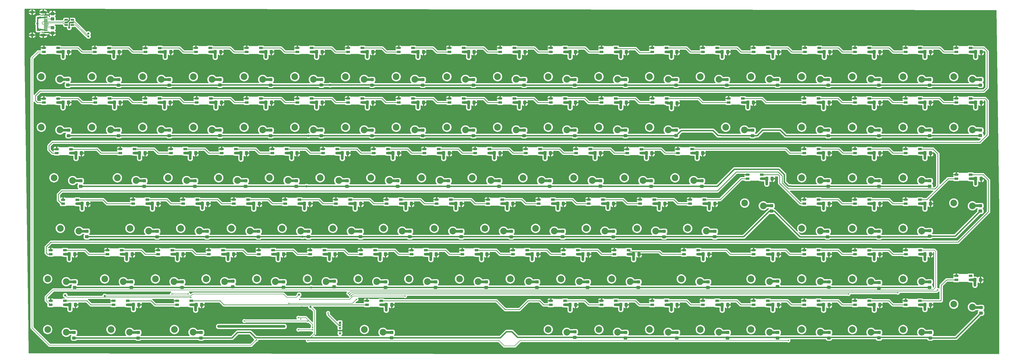
<source format=gbr>
%TF.GenerationSoftware,KiCad,Pcbnew,8.0.2*%
%TF.CreationDate,2025-01-30T16:21:06+01:00*%
%TF.ProjectId,zigzag,7a69677a-6167-42e6-9b69-6361645f7063,rev?*%
%TF.SameCoordinates,Original*%
%TF.FileFunction,Copper,L2,Bot*%
%TF.FilePolarity,Positive*%
%FSLAX46Y46*%
G04 Gerber Fmt 4.6, Leading zero omitted, Abs format (unit mm)*
G04 Created by KiCad (PCBNEW 8.0.2) date 2025-01-30 16:21:06*
%MOMM*%
%LPD*%
G01*
G04 APERTURE LIST*
G04 Aperture macros list*
%AMRoundRect*
0 Rectangle with rounded corners*
0 $1 Rounding radius*
0 $2 $3 $4 $5 $6 $7 $8 $9 X,Y pos of 4 corners*
0 Add a 4 corners polygon primitive as box body*
4,1,4,$2,$3,$4,$5,$6,$7,$8,$9,$2,$3,0*
0 Add four circle primitives for the rounded corners*
1,1,$1+$1,$2,$3*
1,1,$1+$1,$4,$5*
1,1,$1+$1,$6,$7*
1,1,$1+$1,$8,$9*
0 Add four rect primitives between the rounded corners*
20,1,$1+$1,$2,$3,$4,$5,0*
20,1,$1+$1,$4,$5,$6,$7,0*
20,1,$1+$1,$6,$7,$8,$9,0*
20,1,$1+$1,$8,$9,$2,$3,0*%
G04 Aperture macros list end*
%TA.AperFunction,ComponentPad*%
%ADD10C,2.500000*%
%TD*%
%TA.AperFunction,ComponentPad*%
%ADD11R,0.850000X0.850000*%
%TD*%
%TA.AperFunction,ComponentPad*%
%ADD12O,0.850000X0.850000*%
%TD*%
%TA.AperFunction,SMDPad,CuDef*%
%ADD13R,1.450000X0.600000*%
%TD*%
%TA.AperFunction,SMDPad,CuDef*%
%ADD14R,1.450000X0.300000*%
%TD*%
%TA.AperFunction,ComponentPad*%
%ADD15O,2.100000X1.000000*%
%TD*%
%TA.AperFunction,ComponentPad*%
%ADD16O,1.600000X1.000000*%
%TD*%
%TA.AperFunction,SMDPad,CuDef*%
%ADD17RoundRect,0.250000X-0.450000X0.350000X-0.450000X-0.350000X0.450000X-0.350000X0.450000X0.350000X0*%
%TD*%
%TA.AperFunction,SMDPad,CuDef*%
%ADD18RoundRect,0.150000X-0.512500X-0.150000X0.512500X-0.150000X0.512500X0.150000X-0.512500X0.150000X0*%
%TD*%
%TA.AperFunction,SMDPad,CuDef*%
%ADD19RoundRect,0.250000X0.450000X-0.350000X0.450000X0.350000X-0.450000X0.350000X-0.450000X-0.350000X0*%
%TD*%
%TA.AperFunction,SMDPad,CuDef*%
%ADD20RoundRect,0.250000X-0.337500X-0.475000X0.337500X-0.475000X0.337500X0.475000X-0.337500X0.475000X0*%
%TD*%
%TA.AperFunction,SMDPad,CuDef*%
%ADD21RoundRect,0.250000X0.450000X-0.325000X0.450000X0.325000X-0.450000X0.325000X-0.450000X-0.325000X0*%
%TD*%
%TA.AperFunction,SMDPad,CuDef*%
%ADD22R,1.450000X0.820000*%
%TD*%
%TA.AperFunction,SMDPad,CuDef*%
%ADD23RoundRect,0.205000X0.520000X0.205000X-0.520000X0.205000X-0.520000X-0.205000X0.520000X-0.205000X0*%
%TD*%
%TA.AperFunction,ViaPad*%
%ADD24C,0.500000*%
%TD*%
%TA.AperFunction,ViaPad*%
%ADD25C,0.800000*%
%TD*%
%TA.AperFunction,Conductor*%
%ADD26C,0.200000*%
%TD*%
%TA.AperFunction,Conductor*%
%ADD27C,0.250000*%
%TD*%
%TA.AperFunction,Conductor*%
%ADD28C,1.000000*%
%TD*%
%TA.AperFunction,Conductor*%
%ADD29C,0.500000*%
%TD*%
G04 APERTURE END LIST*
D10*
%TO.P,K37,1,1*%
%TO.N,/Col_6*%
X183814000Y-153544000D03*
%TO.P,K37,2,2*%
%TO.N,Net-(D37-A)*%
X190814000Y-154594000D03*
%TD*%
D11*
%TO.P,J2,1,Pin_1*%
%TO.N,+3.3V*%
X174625000Y-150987500D03*
D12*
%TO.P,J2,2,Pin_2*%
%TO.N,NRST*%
X174625000Y-151987500D03*
%TO.P,J2,3,Pin_3*%
%TO.N,SWDIO*%
X174625000Y-152987500D03*
%TO.P,J2,4,Pin_4*%
%TO.N,GND*%
X174625000Y-153987500D03*
%TO.P,J2,5,Pin_5*%
%TO.N,SWCLK*%
X174625000Y-154987500D03*
%TD*%
D13*
%TO.P,J1,A1,GND*%
%TO.N,GND*%
X64055000Y-41598000D03*
%TO.P,J1,A4,VBUS*%
%TO.N,VBUS*%
X64055000Y-40798000D03*
D14*
%TO.P,J1,A5,CC1*%
%TO.N,Net-(J1-CC1)*%
X64055000Y-39598000D03*
%TO.P,J1,A6,D+*%
%TO.N,BUS_D+*%
X64055000Y-38598000D03*
%TO.P,J1,A7,D-*%
%TO.N,BUS_D-*%
X64055000Y-38098000D03*
%TO.P,J1,A8,SBU1*%
%TO.N,unconnected-(J1-SBU1-PadA8)*%
X64055000Y-37098000D03*
D13*
%TO.P,J1,A9,VBUS*%
%TO.N,VBUS*%
X64055000Y-35898000D03*
%TO.P,J1,A12,GND*%
%TO.N,GND*%
X64055000Y-35098000D03*
%TO.P,J1,B1,GND*%
X64055000Y-35098000D03*
%TO.P,J1,B4,VBUS*%
%TO.N,VBUS*%
X64055000Y-35898000D03*
D14*
%TO.P,J1,B5,CC2*%
%TO.N,Net-(J1-CC2)*%
X64055000Y-36598000D03*
%TO.P,J1,B6,D+*%
%TO.N,BUS_D+*%
X64055000Y-37598000D03*
%TO.P,J1,B7,D-*%
%TO.N,BUS_D-*%
X64055000Y-39098000D03*
%TO.P,J1,B8,SBU2*%
%TO.N,unconnected-(J1-SBU2-PadB8)*%
X64055000Y-40098000D03*
D13*
%TO.P,J1,B9,VBUS*%
%TO.N,VBUS*%
X64055000Y-40798000D03*
%TO.P,J1,B12,GND*%
%TO.N,GND*%
X64055000Y-41598000D03*
D15*
%TO.P,J1,S1,SHIELD*%
X63140000Y-42668000D03*
D16*
X58960000Y-42668000D03*
D15*
X63140000Y-34028000D03*
D16*
X58960000Y-34028000D03*
%TD*%
D10*
%TO.P,K45,2,2*%
%TO.N,Net-(D45-A)*%
X212277000Y-97444000D03*
%TO.P,K45,1,1*%
%TO.N,/Col_8*%
X205277000Y-96394000D03*
%TD*%
%TO.P,K63,2,2*%
%TO.N,Net-(D63-A)*%
X283714500Y-135544000D03*
%TO.P,K63,1,1*%
%TO.N,/Col_11*%
X276714500Y-134494000D03*
%TD*%
%TO.P,K65,2,2*%
%TO.N,Net-(D65-A)*%
X298002000Y-59344000D03*
%TO.P,K65,1,1*%
%TO.N,/Col_12*%
X291002000Y-58294000D03*
%TD*%
%TO.P,K82,2,2*%
%TO.N,Net-(D82-A)*%
X355152000Y-97444000D03*
%TO.P,K82,1,1*%
%TO.N,/Col_15*%
X348152000Y-96394000D03*
%TD*%
%TO.P,K91,2,2*%
%TO.N,Net-(D91-A)*%
X374202000Y-154594000D03*
%TO.P,K91,1,1*%
%TO.N,/Col_16*%
X367202000Y-153544000D03*
%TD*%
%TO.P,K96,2,2*%
%TO.N,Net-(D96-A)*%
X393252000Y-135544000D03*
%TO.P,K96,1,1*%
%TO.N,/Col_17*%
X386252000Y-134494000D03*
%TD*%
%TO.P,K93,2,2*%
%TO.N,Net-(D93-A)*%
X393252000Y-78394000D03*
%TO.P,K93,1,1*%
%TO.N,/Col_17*%
X386252000Y-77344000D03*
%TD*%
%TO.P,K67,2,2*%
%TO.N,Net-(D67-A)*%
X288477000Y-97444000D03*
%TO.P,K67,1,1*%
%TO.N,/Col_12*%
X281477000Y-96394000D03*
%TD*%
%TO.P,K98,2,2*%
%TO.N,Net-(D98-A)*%
X412302000Y-59344000D03*
%TO.P,K98,1,1*%
%TO.N,/Col_18*%
X405302000Y-58294000D03*
%TD*%
%TO.P,K1,2,2*%
%TO.N,Net-(D1-A)*%
X69402000Y-59344000D03*
%TO.P,K1,1,1*%
%TO.N,/Col_0*%
X62402000Y-58294000D03*
%TD*%
D17*
%TO.P,R2,1*%
%TO.N,GND*%
X66614000Y-34564000D03*
%TO.P,R2,2*%
%TO.N,Net-(J1-CC2)*%
X66614000Y-36564000D03*
%TD*%
D10*
%TO.P,K40,2,2*%
%TO.N,Net-(D40-A)*%
X193227000Y-97444000D03*
%TO.P,K40,1,1*%
%TO.N,/Col_7*%
X186227000Y-96394000D03*
%TD*%
%TO.P,K12,2,2*%
%TO.N,Net-(D12-A)*%
X107502000Y-78394000D03*
%TO.P,K12,1,1*%
%TO.N,/Col_2*%
X100502000Y-77344000D03*
%TD*%
%TO.P,K88,2,2*%
%TO.N,Net-(D88-A)*%
X374202000Y-97444000D03*
%TO.P,K88,1,1*%
%TO.N,/Col_16*%
X367202000Y-96394000D03*
%TD*%
%TO.P,K64,2,2*%
%TO.N,Net-(D64-A)*%
X278952000Y-154594000D03*
%TO.P,K64,1,1*%
%TO.N,/Col_11*%
X271952000Y-153544000D03*
%TD*%
%TO.P,K5,2,2*%
%TO.N,Net-(D5-A)*%
X71783250Y-135544000D03*
%TO.P,K5,1,1*%
%TO.N,/Col_0*%
X64783250Y-134494000D03*
%TD*%
%TO.P,K79,2,2*%
%TO.N,Net-(D79-A)*%
X336102000Y-154594000D03*
%TO.P,K79,1,1*%
%TO.N,/Col_14*%
X329102000Y-153544000D03*
%TD*%
%TO.P,K26,2,2*%
%TO.N,Net-(D26-A)*%
X150364500Y-135544000D03*
%TO.P,K26,1,1*%
%TO.N,/Col_4*%
X143364500Y-134494000D03*
%TD*%
%TO.P,K47,2,2*%
%TO.N,Net-(D47-A)*%
X226564500Y-135544000D03*
%TO.P,K47,1,1*%
%TO.N,/Col_8*%
X219564500Y-134494000D03*
%TD*%
%TO.P,K6,2,2*%
%TO.N,Net-(D6-A)*%
X71783250Y-154594000D03*
%TO.P,K6,1,1*%
%TO.N,/Col_0*%
X64783250Y-153544000D03*
%TD*%
%TO.P,K68,2,2*%
%TO.N,Net-(D68-A)*%
X293239500Y-116494000D03*
%TO.P,K68,1,1*%
%TO.N,/Col_12*%
X286239500Y-115444000D03*
%TD*%
%TO.P,K24,2,2*%
%TO.N,Net-(D24-A)*%
X136077000Y-97444000D03*
%TO.P,K24,1,1*%
%TO.N,/Col_4*%
X129077000Y-96394000D03*
%TD*%
%TO.P,K27,2,2*%
%TO.N,Net-(D27-A)*%
X164652000Y-59344000D03*
%TO.P,K27,1,1*%
%TO.N,/Col_5*%
X157652000Y-58294000D03*
%TD*%
%TO.P,K48,2,2*%
%TO.N,Net-(D48-A)*%
X240852000Y-59344000D03*
%TO.P,K48,1,1*%
%TO.N,/Col_9*%
X233852000Y-58294000D03*
%TD*%
%TO.P,K72,2,2*%
%TO.N,Net-(D72-A)*%
X312289500Y-116494000D03*
%TO.P,K72,1,1*%
%TO.N,/Col_13*%
X305289500Y-115444000D03*
%TD*%
%TO.P,K92,2,2*%
%TO.N,Net-(D92-A)*%
X393252000Y-59344000D03*
%TO.P,K92,1,1*%
%TO.N,/Col_17*%
X386252000Y-58294000D03*
%TD*%
%TO.P,K70,2,2*%
%TO.N,Net-(D70-A)*%
X317052000Y-59344000D03*
%TO.P,K70,1,1*%
%TO.N,/Col_13*%
X310052000Y-58294000D03*
%TD*%
%TO.P,K10,2,2*%
%TO.N,Net-(D10-A)*%
X95595750Y-154594000D03*
%TO.P,K10,1,1*%
%TO.N,/Col_1*%
X88595750Y-153544000D03*
%TD*%
%TO.P,K50,2,2*%
%TO.N,Net-(D50-A)*%
X231327000Y-97444000D03*
%TO.P,K50,1,1*%
%TO.N,/Col_9*%
X224327000Y-96394000D03*
%TD*%
%TO.P,K57,2,2*%
%TO.N,Net-(D57-A)*%
X264664500Y-135544000D03*
%TO.P,K57,1,1*%
%TO.N,/Col_10*%
X257664500Y-134494000D03*
%TD*%
%TO.P,K31,2,2*%
%TO.N,Net-(D31-A)*%
X169414500Y-135544000D03*
%TO.P,K31,1,1*%
%TO.N,/Col_5*%
X162414500Y-134494000D03*
%TD*%
%TO.P,K71,2,2*%
%TO.N,Net-(D71-A)*%
X307527000Y-97444000D03*
%TO.P,K71,1,1*%
%TO.N,/Col_13*%
X300527000Y-96394000D03*
%TD*%
%TO.P,K87,2,2*%
%TO.N,Net-(D87-A)*%
X374202000Y-78394000D03*
%TO.P,K87,1,1*%
%TO.N,/Col_16*%
X367202000Y-77344000D03*
%TD*%
%TO.P,K8,2,2*%
%TO.N,Net-(D8-A)*%
X88452000Y-78394000D03*
%TO.P,K8,1,1*%
%TO.N,/Col_1*%
X81452000Y-77344000D03*
%TD*%
%TO.P,K9,1,1*%
%TO.N,/Col_1*%
X86214500Y-134494000D03*
%TO.P,K9,2,2*%
%TO.N,Net-(D9-A)*%
X93214500Y-135544000D03*
%TD*%
D18*
%TO.P,U2,1,I/O1*%
%TO.N,BUS_D-*%
X71764500Y-38816000D03*
%TO.P,U2,2,GND*%
%TO.N,GND*%
X71764500Y-37866000D03*
%TO.P,U2,3,I/O2*%
%TO.N,BUS_D+*%
X71764500Y-36916000D03*
%TO.P,U2,4,I/O2*%
%TO.N,D+*%
X74039500Y-36916000D03*
%TO.P,U2,5,VBUS*%
%TO.N,VBUS*%
X74039500Y-37866000D03*
%TO.P,U2,6,I/O1*%
%TO.N,D-*%
X74039500Y-38816000D03*
%TD*%
D10*
%TO.P,K16,2,2*%
%TO.N,Net-(D16-A)*%
X126552000Y-59344000D03*
%TO.P,K16,1,1*%
%TO.N,/Col_3*%
X119552000Y-58294000D03*
%TD*%
%TO.P,K74,2,2*%
%TO.N,Net-(D74-A)*%
X317052000Y-154594000D03*
%TO.P,K74,1,1*%
%TO.N,/Col_13*%
X310052000Y-153544000D03*
%TD*%
%TO.P,K81,2,2*%
%TO.N,Net-(D81-A)*%
X355152000Y-78394000D03*
%TO.P,K81,1,1*%
%TO.N,/Col_15*%
X348152000Y-77344000D03*
%TD*%
%TO.P,K36,2,2*%
%TO.N,Net-(D36-A)*%
X188464500Y-135544000D03*
%TO.P,K36,1,1*%
%TO.N,/Col_6*%
X181464500Y-134494000D03*
%TD*%
%TO.P,K58,2,2*%
%TO.N,Net-(D58-A)*%
X259902000Y-154594000D03*
%TO.P,K58,1,1*%
%TO.N,/Col_10*%
X252902000Y-153544000D03*
%TD*%
%TO.P,K94,2,2*%
%TO.N,Net-(D94-A)*%
X393252000Y-97444000D03*
%TO.P,K94,1,1*%
%TO.N,/Col_17*%
X386252000Y-96394000D03*
%TD*%
%TO.P,K44,2,2*%
%TO.N,Net-(D44-A)*%
X221802000Y-78394000D03*
%TO.P,K44,1,1*%
%TO.N,/Col_8*%
X214802000Y-77344000D03*
%TD*%
%TO.P,K80,2,2*%
%TO.N,Net-(D80-A)*%
X355152000Y-59344000D03*
%TO.P,K80,1,1*%
%TO.N,/Col_15*%
X348152000Y-58294000D03*
%TD*%
%TO.P,K76,2,2*%
%TO.N,Net-(D76-A)*%
X326577000Y-78394000D03*
%TO.P,K76,1,1*%
%TO.N,/Col_14*%
X319577000Y-77344000D03*
%TD*%
%TO.P,K17,2,2*%
%TO.N,Net-(D17-A)*%
X126552000Y-78394000D03*
%TO.P,K17,1,1*%
%TO.N,/Col_3*%
X119552000Y-77344000D03*
%TD*%
%TO.P,K53,2,2*%
%TO.N,Net-(D53-A)*%
X259902000Y-59344000D03*
%TO.P,K53,1,1*%
%TO.N,/Col_10*%
X252902000Y-58294000D03*
%TD*%
%TO.P,K29,2,2*%
%TO.N,Net-(D29-A)*%
X155127000Y-97444000D03*
%TO.P,K29,1,1*%
%TO.N,/Col_5*%
X148127000Y-96394000D03*
%TD*%
%TO.P,K2,2,2*%
%TO.N,Net-(D2-A)*%
X69402000Y-78394000D03*
%TO.P,K2,1,1*%
%TO.N,/Col_0*%
X62402000Y-77344000D03*
%TD*%
%TO.P,K101,2,2*%
%TO.N,Net-(D101-A)*%
X412302000Y-145069000D03*
%TO.P,K101,1,1*%
%TO.N,/Col_18*%
X405302000Y-144019000D03*
%TD*%
%TO.P,K60,2,2*%
%TO.N,Net-(D60-A)*%
X278952000Y-78394000D03*
%TO.P,K60,1,1*%
%TO.N,/Col_11*%
X271952000Y-77344000D03*
%TD*%
%TO.P,K73,2,2*%
%TO.N,Net-(D73-A)*%
X309908250Y-135544000D03*
%TO.P,K73,1,1*%
%TO.N,/Col_13*%
X302908250Y-134494000D03*
%TD*%
%TO.P,K15,2,2*%
%TO.N,Net-(D15-A)*%
X112264500Y-135544000D03*
%TO.P,K15,1,1*%
%TO.N,/Col_2*%
X105264500Y-134494000D03*
%TD*%
%TO.P,K38,2,2*%
%TO.N,Net-(D38-A)*%
X202752000Y-59344000D03*
%TO.P,K38,1,1*%
%TO.N,/Col_7*%
X195752000Y-58294000D03*
%TD*%
%TO.P,K69,2,2*%
%TO.N,Net-(D69-A)*%
X298002000Y-154594000D03*
%TO.P,K69,1,1*%
%TO.N,/Col_12*%
X291002000Y-153544000D03*
%TD*%
%TO.P,K62,2,2*%
%TO.N,Net-(D62-A)*%
X274189500Y-116494000D03*
%TO.P,K62,1,1*%
%TO.N,/Col_11*%
X267189500Y-115444000D03*
%TD*%
%TO.P,K33,2,2*%
%TO.N,Net-(D33-A)*%
X183702000Y-78394000D03*
%TO.P,K33,1,1*%
%TO.N,/Col_6*%
X176702000Y-77344000D03*
%TD*%
%TO.P,K84,2,2*%
%TO.N,Net-(D84-A)*%
X355152000Y-135544000D03*
%TO.P,K84,1,1*%
%TO.N,/Col_15*%
X348152000Y-134494000D03*
%TD*%
%TO.P,K95,2,2*%
%TO.N,Net-(D95-A)*%
X393252000Y-116494000D03*
%TO.P,K95,1,1*%
%TO.N,/Col_17*%
X386252000Y-115444000D03*
%TD*%
%TO.P,K75,2,2*%
%TO.N,Net-(D75-A)*%
X336102000Y-59344000D03*
%TO.P,K75,1,1*%
%TO.N,/Col_14*%
X329102000Y-58294000D03*
%TD*%
%TO.P,K14,2,2*%
%TO.N,Net-(D14-A)*%
X102739500Y-116494000D03*
%TO.P,K14,1,1*%
%TO.N,/Col_2*%
X95739500Y-115444000D03*
%TD*%
%TO.P,K97,2,2*%
%TO.N,Net-(D97-A)*%
X393252000Y-154594000D03*
%TO.P,K97,1,1*%
%TO.N,/Col_17*%
X386252000Y-153544000D03*
%TD*%
D19*
%TO.P,R1,1*%
%TO.N,GND*%
X66614000Y-41872000D03*
%TO.P,R1,2*%
%TO.N,Net-(J1-CC1)*%
X66614000Y-39872000D03*
%TD*%
D10*
%TO.P,K55,2,2*%
%TO.N,Net-(D55-A)*%
X250377000Y-97444000D03*
%TO.P,K55,1,1*%
%TO.N,/Col_10*%
X243377000Y-96394000D03*
%TD*%
%TO.P,K54,2,2*%
%TO.N,Net-(D54-A)*%
X259902000Y-78394000D03*
%TO.P,K54,1,1*%
%TO.N,/Col_10*%
X252902000Y-77344000D03*
%TD*%
%TO.P,K90,2,2*%
%TO.N,Net-(D90-A)*%
X374202000Y-135544000D03*
%TO.P,K90,1,1*%
%TO.N,/Col_16*%
X367202000Y-134494000D03*
%TD*%
%TO.P,K83,2,2*%
%TO.N,Net-(D83-A)*%
X355152000Y-116494000D03*
%TO.P,K83,1,1*%
%TO.N,/Col_15*%
X348152000Y-115444000D03*
%TD*%
%TO.P,K78,2,2*%
%TO.N,Net-(D78-A)*%
X336102000Y-135544000D03*
%TO.P,K78,1,1*%
%TO.N,/Col_14*%
X329102000Y-134494000D03*
%TD*%
%TO.P,K56,2,2*%
%TO.N,Net-(D56-A)*%
X255139500Y-116494000D03*
%TO.P,K56,1,1*%
%TO.N,/Col_10*%
X248139500Y-115444000D03*
%TD*%
%TO.P,K20,2,2*%
%TO.N,Net-(D20-A)*%
X131314500Y-135544000D03*
%TO.P,K20,1,1*%
%TO.N,/Col_3*%
X124314500Y-134494000D03*
%TD*%
%TO.P,K13,2,2*%
%TO.N,Net-(D13-A)*%
X97977000Y-97444000D03*
%TO.P,K13,1,1*%
%TO.N,/Col_2*%
X90977000Y-96394000D03*
%TD*%
%TO.P,K86,2,2*%
%TO.N,Net-(D86-A)*%
X374202000Y-59344000D03*
%TO.P,K86,1,1*%
%TO.N,/Col_16*%
X367202000Y-58294000D03*
%TD*%
%TO.P,K11,2,2*%
%TO.N,Net-(D11-A)*%
X107502000Y-59344000D03*
%TO.P,K11,1,1*%
%TO.N,/Col_2*%
X100502000Y-58294000D03*
%TD*%
%TO.P,K19,2,2*%
%TO.N,Net-(D19-A)*%
X121789500Y-116494000D03*
%TO.P,K19,1,1*%
%TO.N,/Col_3*%
X114789500Y-115444000D03*
%TD*%
%TO.P,K30,2,2*%
%TO.N,Net-(D30-A)*%
X159889500Y-116494000D03*
%TO.P,K30,1,1*%
%TO.N,/Col_5*%
X152889500Y-115444000D03*
%TD*%
%TO.P,K85,2,2*%
%TO.N,Net-(D85-A)*%
X355152000Y-154594000D03*
%TO.P,K85,1,1*%
%TO.N,/Col_15*%
X348152000Y-153544000D03*
%TD*%
%TO.P,K46,2,2*%
%TO.N,Net-(D46-A)*%
X217039500Y-116494000D03*
%TO.P,K46,1,1*%
%TO.N,/Col_8*%
X210039500Y-115444000D03*
%TD*%
%TO.P,K35,2,2*%
%TO.N,Net-(D35-A)*%
X178939500Y-116494000D03*
%TO.P,K35,1,1*%
%TO.N,/Col_6*%
X171939500Y-115444000D03*
%TD*%
%TO.P,K77,2,2*%
%TO.N,Net-(D77-A)*%
X333720750Y-106969000D03*
%TO.P,K77,1,1*%
%TO.N,/Col_14*%
X326720750Y-105919000D03*
%TD*%
%TO.P,K21,2,2*%
%TO.N,Net-(D21-A)*%
X119408250Y-154594000D03*
%TO.P,K21,1,1*%
%TO.N,/Col_3*%
X112408250Y-153544000D03*
%TD*%
%TO.P,K4,2,2*%
%TO.N,Net-(D4-A)*%
X76545750Y-116494000D03*
%TO.P,K4,1,1*%
%TO.N,/Col_0*%
X69545750Y-115444000D03*
%TD*%
%TO.P,K66,2,2*%
%TO.N,Net-(D66-A)*%
X298002000Y-78394000D03*
%TO.P,K66,1,1*%
%TO.N,/Col_12*%
X291002000Y-77344000D03*
%TD*%
%TO.P,K99,2,2*%
%TO.N,Net-(D99-A)*%
X412302000Y-78394000D03*
%TO.P,K99,1,1*%
%TO.N,/Col_18*%
X405302000Y-77344000D03*
%TD*%
%TO.P,K42,2,2*%
%TO.N,Net-(D42-A)*%
X207514500Y-135544000D03*
%TO.P,K42,1,1*%
%TO.N,/Col_7*%
X200514500Y-134494000D03*
%TD*%
%TO.P,K52,2,2*%
%TO.N,Net-(D52-A)*%
X245614500Y-135544000D03*
%TO.P,K52,1,1*%
%TO.N,/Col_9*%
X238614500Y-134494000D03*
%TD*%
%TO.P,K61,2,2*%
%TO.N,Net-(D61-A)*%
X269427000Y-97444000D03*
%TO.P,K61,1,1*%
%TO.N,/Col_11*%
X262427000Y-96394000D03*
%TD*%
%TO.P,K25,2,2*%
%TO.N,Net-(D25-A)*%
X140839500Y-116494000D03*
%TO.P,K25,1,1*%
%TO.N,/Col_4*%
X133839500Y-115444000D03*
%TD*%
%TO.P,K49,2,2*%
%TO.N,Net-(D49-A)*%
X240852000Y-78394000D03*
%TO.P,K49,1,1*%
%TO.N,/Col_9*%
X233852000Y-77344000D03*
%TD*%
%TO.P,K22,2,2*%
%TO.N,Net-(D22-A)*%
X145602000Y-59344000D03*
%TO.P,K22,1,1*%
%TO.N,/Col_4*%
X138602000Y-58294000D03*
%TD*%
%TO.P,K34,2,2*%
%TO.N,Net-(D34-A)*%
X174177000Y-97444000D03*
%TO.P,K34,1,1*%
%TO.N,/Col_6*%
X167177000Y-96394000D03*
%TD*%
%TO.P,K100,2,2*%
%TO.N,Net-(D100-A)*%
X412302000Y-106969000D03*
%TO.P,K100,1,1*%
%TO.N,/Col_18*%
X405302000Y-105919000D03*
%TD*%
%TO.P,K59,2,2*%
%TO.N,Net-(D59-A)*%
X278952000Y-59344000D03*
%TO.P,K59,1,1*%
%TO.N,/Col_11*%
X271952000Y-58294000D03*
%TD*%
%TO.P,K41,2,2*%
%TO.N,Net-(D41-A)*%
X197989500Y-116494000D03*
%TO.P,K41,1,1*%
%TO.N,/Col_7*%
X190989500Y-115444000D03*
%TD*%
%TO.P,K18,2,2*%
%TO.N,Net-(D18-A)*%
X117027000Y-97444000D03*
%TO.P,K18,1,1*%
%TO.N,/Col_3*%
X110027000Y-96394000D03*
%TD*%
%TO.P,K32,2,2*%
%TO.N,Net-(D32-A)*%
X183702000Y-59344000D03*
%TO.P,K32,1,1*%
%TO.N,/Col_6*%
X176702000Y-58294000D03*
%TD*%
%TO.P,K28,2,2*%
%TO.N,Net-(D28-A)*%
X164652000Y-78394000D03*
%TO.P,K28,1,1*%
%TO.N,/Col_5*%
X157652000Y-77344000D03*
%TD*%
%TO.P,K43,2,2*%
%TO.N,Net-(D43-A)*%
X221802000Y-59344000D03*
%TO.P,K43,1,1*%
%TO.N,/Col_8*%
X214802000Y-58294000D03*
%TD*%
%TO.P,K23,2,2*%
%TO.N,Net-(D23-A)*%
X145602000Y-78394000D03*
%TO.P,K23,1,1*%
%TO.N,/Col_4*%
X138602000Y-77344000D03*
%TD*%
%TO.P,K3,2,2*%
%TO.N,Net-(D3-A)*%
X74164500Y-97444000D03*
%TO.P,K3,1,1*%
%TO.N,/Col_0*%
X67164500Y-96394000D03*
%TD*%
%TO.P,K7,2,2*%
%TO.N,Net-(D7-A)*%
X88452000Y-59344000D03*
%TO.P,K7,1,1*%
%TO.N,/Col_1*%
X81452000Y-58294000D03*
%TD*%
%TO.P,K39,2,2*%
%TO.N,Net-(D39-A)*%
X202752000Y-78394000D03*
%TO.P,K39,1,1*%
%TO.N,/Col_7*%
X195752000Y-77344000D03*
%TD*%
%TO.P,K89,2,2*%
%TO.N,Net-(D89-A)*%
X374202000Y-116494000D03*
%TO.P,K89,1,1*%
%TO.N,/Col_16*%
X367202000Y-115444000D03*
%TD*%
%TO.P,K51,2,2*%
%TO.N,Net-(D51-A)*%
X236089500Y-116494000D03*
%TO.P,K51,1,1*%
%TO.N,/Col_9*%
X229089500Y-115444000D03*
%TD*%
D20*
%TO.P,C32,1*%
%TO.N,VBUS*%
X132588000Y-125222000D03*
%TO.P,C32,2*%
%TO.N,GND*%
X134663000Y-125222000D03*
%TD*%
D21*
%TO.P,D70,1,K*%
%TO.N,/Row_0*%
X320040000Y-61486000D03*
%TO.P,D70,2,A*%
%TO.N,Net-(D70-A)*%
X320040000Y-59436000D03*
%TD*%
D20*
%TO.P,C89,1*%
%TO.N,VBUS*%
X327892500Y-68072000D03*
%TO.P,C89,2*%
%TO.N,GND*%
X329967500Y-68072000D03*
%TD*%
D22*
%TO.P,LED75,1,VDD*%
%TO.N,VBUS*%
X335415000Y-49010000D03*
%TO.P,LED75,2,DOUT*%
%TO.N,Net-(LED75-DOUT)*%
X335415000Y-47510000D03*
D23*
%TO.P,LED75,3,GND*%
%TO.N,GND*%
X330065000Y-47510000D03*
D22*
%TO.P,LED75,4,DIN*%
%TO.N,Net-(LED70-DOUT)*%
X330065000Y-49010000D03*
%TD*%
D20*
%TO.P,C109,1*%
%TO.N,VBUS*%
X394440500Y-125222000D03*
%TO.P,C109,2*%
%TO.N,GND*%
X396515500Y-125222000D03*
%TD*%
D21*
%TO.P,D71,1,K*%
%TO.N,/Row_2*%
X310642000Y-99586000D03*
%TO.P,D71,2,A*%
%TO.N,Net-(D71-A)*%
X310642000Y-97536000D03*
%TD*%
D22*
%TO.P,LED55,1,VDD*%
%TO.N,VBUS*%
X249817000Y-87110000D03*
%TO.P,LED55,2,DOUT*%
%TO.N,Net-(LED55-DOUT)*%
X249817000Y-85610000D03*
D23*
%TO.P,LED55,3,GND*%
%TO.N,GND*%
X244467000Y-85610000D03*
D22*
%TO.P,LED55,4,DIN*%
%TO.N,Net-(LED50-DOUT)*%
X244467000Y-87110000D03*
%TD*%
%TO.P,LED1,1,VDD*%
%TO.N,VBUS*%
X68715000Y-48998000D03*
%TO.P,LED1,2,DOUT*%
%TO.N,Net-(LED1-DOUT)*%
X68715000Y-47498000D03*
D23*
%TO.P,LED1,3,GND*%
%TO.N,GND*%
X63365000Y-47498000D03*
D22*
%TO.P,LED1,4,DIN*%
%TO.N,RGB_LED*%
X63365000Y-48998000D03*
%TD*%
D21*
%TO.P,D15,1,K*%
%TO.N,/Row_4*%
X115316000Y-137686000D03*
%TO.P,D15,2,A*%
%TO.N,Net-(D15-A)*%
X115316000Y-135636000D03*
%TD*%
%TO.P,D94,1,K*%
%TO.N,/Row_2*%
X396240000Y-99586000D03*
%TO.P,D94,2,A*%
%TO.N,Net-(D94-A)*%
X396240000Y-97536000D03*
%TD*%
D22*
%TO.P,LED7,1,VDD*%
%TO.N,VBUS*%
X87884000Y-49022000D03*
%TO.P,LED7,2,DOUT*%
%TO.N,Net-(LED11-DIN)*%
X87884000Y-47522000D03*
D23*
%TO.P,LED7,3,GND*%
%TO.N,GND*%
X82534000Y-47522000D03*
D22*
%TO.P,LED7,4,DIN*%
%TO.N,Net-(LED1-DOUT)*%
X82534000Y-49022000D03*
%TD*%
%TO.P,LED14,1,VDD*%
%TO.N,VBUS*%
X102243000Y-106160000D03*
%TO.P,LED14,2,DOUT*%
%TO.N,Net-(LED14-DOUT)*%
X102243000Y-104660000D03*
D23*
%TO.P,LED14,3,GND*%
%TO.N,GND*%
X96893000Y-104660000D03*
D22*
%TO.P,LED14,4,DIN*%
%TO.N,Net-(LED14-DIN)*%
X96893000Y-106160000D03*
%TD*%
D21*
%TO.P,D47,1,K*%
%TO.N,/Row_4*%
X229616000Y-137686000D03*
%TO.P,D47,2,A*%
%TO.N,Net-(D47-A)*%
X229616000Y-135636000D03*
%TD*%
D22*
%TO.P,LED15,1,VDD*%
%TO.N,VBUS*%
X111641000Y-125210000D03*
%TO.P,LED15,2,DOUT*%
%TO.N,Net-(LED15-DOUT)*%
X111641000Y-123710000D03*
D23*
%TO.P,LED15,3,GND*%
%TO.N,GND*%
X106291000Y-123710000D03*
D22*
%TO.P,LED15,4,DIN*%
%TO.N,Net-(LED15-DIN)*%
X106291000Y-125210000D03*
%TD*%
D21*
%TO.P,D68,1,K*%
%TO.N,/Row_3*%
X296418000Y-118636000D03*
%TO.P,D68,2,A*%
%TO.N,Net-(D68-A)*%
X296418000Y-116586000D03*
%TD*%
D22*
%TO.P,LED47,1,VDD*%
%TO.N,VBUS*%
X225941000Y-125210000D03*
%TO.P,LED47,2,DOUT*%
%TO.N,Net-(LED47-DOUT)*%
X225941000Y-123710000D03*
D23*
%TO.P,LED47,3,GND*%
%TO.N,GND*%
X220591000Y-123710000D03*
D22*
%TO.P,LED47,4,DIN*%
%TO.N,Net-(LED42-DOUT)*%
X220591000Y-125210000D03*
%TD*%
D21*
%TO.P,D62,1,K*%
%TO.N,/Row_3*%
X277368000Y-118636000D03*
%TO.P,D62,2,A*%
%TO.N,Net-(D62-A)*%
X277368000Y-116586000D03*
%TD*%
D22*
%TO.P,LED50,1,VDD*%
%TO.N,VBUS*%
X230767000Y-87110000D03*
%TO.P,LED50,2,DOUT*%
%TO.N,Net-(LED50-DOUT)*%
X230767000Y-85610000D03*
D23*
%TO.P,LED50,3,GND*%
%TO.N,GND*%
X225417000Y-85610000D03*
D22*
%TO.P,LED50,4,DIN*%
%TO.N,Net-(LED45-DOUT)*%
X225417000Y-87110000D03*
%TD*%
%TO.P,LED70,1,VDD*%
%TO.N,VBUS*%
X316365000Y-49010000D03*
%TO.P,LED70,2,DOUT*%
%TO.N,Net-(LED70-DOUT)*%
X316365000Y-47510000D03*
D23*
%TO.P,LED70,3,GND*%
%TO.N,GND*%
X311015000Y-47510000D03*
D22*
%TO.P,LED70,4,DIN*%
%TO.N,Net-(LED65-DOUT)*%
X311015000Y-49010000D03*
%TD*%
D20*
%TO.P,C96,1*%
%TO.N,VBUS*%
X356362000Y-106172000D03*
%TO.P,C96,2*%
%TO.N,GND*%
X358437000Y-106172000D03*
%TD*%
%TO.P,C42,1*%
%TO.N,VBUS*%
X156421000Y-87122000D03*
%TO.P,C42,2*%
%TO.N,GND*%
X158496000Y-87122000D03*
%TD*%
D22*
%TO.P,LED42,1,VDD*%
%TO.N,VBUS*%
X206891000Y-125210000D03*
%TO.P,LED42,2,DOUT*%
%TO.N,Net-(LED42-DOUT)*%
X206891000Y-123710000D03*
D23*
%TO.P,LED42,3,GND*%
%TO.N,GND*%
X201541000Y-123710000D03*
D22*
%TO.P,LED42,4,DIN*%
%TO.N,Net-(LED36-DOUT)*%
X201541000Y-125210000D03*
%TD*%
D20*
%TO.P,C58,1*%
%TO.N,VBUS*%
X213592500Y-87122000D03*
%TO.P,C58,2*%
%TO.N,GND*%
X215667500Y-87122000D03*
%TD*%
%TO.P,C25,1*%
%TO.N,VBUS*%
X99314000Y-87122000D03*
%TO.P,C25,2*%
%TO.N,GND*%
X101389000Y-87122000D03*
%TD*%
D22*
%TO.P,LED69,1,VDD*%
%TO.N,VBUS*%
X297315000Y-144260000D03*
%TO.P,LED69,2,DOUT*%
%TO.N,Net-(LED69-DOUT)*%
X297315000Y-142760000D03*
D23*
%TO.P,LED69,3,GND*%
%TO.N,GND*%
X291965000Y-142760000D03*
D22*
%TO.P,LED69,4,DIN*%
%TO.N,Net-(LED64-DOUT)*%
X291965000Y-144260000D03*
%TD*%
%TO.P,LED44,1,VDD*%
%TO.N,VBUS*%
X221115000Y-68060000D03*
%TO.P,LED44,2,DOUT*%
%TO.N,Net-(LED44-DOUT)*%
X221115000Y-66560000D03*
D23*
%TO.P,LED44,3,GND*%
%TO.N,GND*%
X215765000Y-66560000D03*
D22*
%TO.P,LED44,4,DIN*%
%TO.N,Net-(LED39-DOUT)*%
X215765000Y-68060000D03*
%TD*%
D20*
%TO.P,C86,1*%
%TO.N,VBUS*%
X311150000Y-125222000D03*
%TO.P,C86,2*%
%TO.N,GND*%
X313225000Y-125222000D03*
%TD*%
D22*
%TO.P,LED56,1,VDD*%
%TO.N,VBUS*%
X254643000Y-106160000D03*
%TO.P,LED56,2,DOUT*%
%TO.N,Net-(LED56-DOUT)*%
X254643000Y-104660000D03*
D23*
%TO.P,LED56,3,GND*%
%TO.N,GND*%
X249293000Y-104660000D03*
D22*
%TO.P,LED56,4,DIN*%
%TO.N,Net-(LED51-DOUT)*%
X249293000Y-106160000D03*
%TD*%
D20*
%TO.P,C52,1*%
%TO.N,VBUS*%
X203940500Y-68072000D03*
%TO.P,C52,2*%
%TO.N,GND*%
X206015500Y-68072000D03*
%TD*%
%TO.P,C94,1*%
%TO.N,VBUS*%
X356340500Y-68072000D03*
%TO.P,C94,2*%
%TO.N,GND*%
X358415500Y-68072000D03*
%TD*%
%TO.P,C29,1*%
%TO.N,VBUS*%
X127994500Y-68072000D03*
%TO.P,C29,2*%
%TO.N,GND*%
X130069500Y-68072000D03*
%TD*%
D21*
%TO.P,D7,1,K*%
%TO.N,/Row_0*%
X91440000Y-61486000D03*
%TO.P,D7,2,A*%
%TO.N,Net-(D7-A)*%
X91440000Y-59436000D03*
%TD*%
D20*
%TO.P,C48,1*%
%TO.N,VBUS*%
X180340000Y-106172000D03*
%TO.P,C48,2*%
%TO.N,GND*%
X182415000Y-106172000D03*
%TD*%
D22*
%TO.P,LED87,1,VDD*%
%TO.N,VBUS*%
X373515000Y-68060000D03*
%TO.P,LED87,2,DOUT*%
%TO.N,Net-(LED87-DOUT)*%
X373515000Y-66560000D03*
D23*
%TO.P,LED87,3,GND*%
%TO.N,GND*%
X368165000Y-66560000D03*
D22*
%TO.P,LED87,4,DIN*%
%TO.N,Net-(LED81-DOUT)*%
X368165000Y-68060000D03*
%TD*%
D21*
%TO.P,D42,1,K*%
%TO.N,/Row_4*%
X210566000Y-137686000D03*
%TO.P,D42,2,A*%
%TO.N,Net-(D42-A)*%
X210566000Y-135636000D03*
%TD*%
D20*
%TO.P,C98,1*%
%TO.N,VBUS*%
X356362000Y-144272000D03*
%TO.P,C98,2*%
%TO.N,GND*%
X358437000Y-144272000D03*
%TD*%
%TO.P,C82,1*%
%TO.N,VBUS*%
X299212000Y-144272000D03*
%TO.P,C82,2*%
%TO.N,GND*%
X301287000Y-144272000D03*
%TD*%
D22*
%TO.P,LED39,1,VDD*%
%TO.N,VBUS*%
X202065000Y-68060000D03*
%TO.P,LED39,2,DOUT*%
%TO.N,Net-(LED39-DOUT)*%
X202065000Y-66560000D03*
D23*
%TO.P,LED39,3,GND*%
%TO.N,GND*%
X196715000Y-66560000D03*
D22*
%TO.P,LED39,4,DIN*%
%TO.N,Net-(LED33-DOUT)*%
X196715000Y-68060000D03*
%TD*%
D21*
%TO.P,D80,1,K*%
%TO.N,/Row_0*%
X358140000Y-61486000D03*
%TO.P,D80,2,A*%
%TO.N,Net-(D80-A)*%
X358140000Y-59436000D03*
%TD*%
D20*
%TO.P,C13,1*%
%TO.N,VBUS*%
X70569000Y-49022000D03*
%TO.P,C13,2*%
%TO.N,GND*%
X72644000Y-49022000D03*
%TD*%
D22*
%TO.P,LED29,1,VDD*%
%TO.N,VBUS*%
X154567000Y-87110000D03*
%TO.P,LED29,2,DOUT*%
%TO.N,Net-(LED29-DOUT)*%
X154567000Y-85610000D03*
D23*
%TO.P,LED29,3,GND*%
%TO.N,GND*%
X149217000Y-85610000D03*
D22*
%TO.P,LED29,4,DIN*%
%TO.N,Net-(LED24-DOUT)*%
X149217000Y-87110000D03*
%TD*%
D21*
%TO.P,D10,1,K*%
%TO.N,/Row_5*%
X98806000Y-156736000D03*
%TO.P,D10,2,A*%
%TO.N,Net-(D10-A)*%
X98806000Y-154686000D03*
%TD*%
D22*
%TO.P,LED72,1,VDD*%
%TO.N,VBUS*%
X311539000Y-106160000D03*
%TO.P,LED72,2,DOUT*%
%TO.N,Net-(LED72-DOUT)*%
X311539000Y-104660000D03*
D23*
%TO.P,LED72,3,GND*%
%TO.N,GND*%
X306189000Y-104660000D03*
D22*
%TO.P,LED72,4,DIN*%
%TO.N,Net-(LED68-DOUT)*%
X306189000Y-106160000D03*
%TD*%
D21*
%TO.P,D60,1,K*%
%TO.N,/Row_1*%
X281940000Y-80536000D03*
%TO.P,D60,2,A*%
%TO.N,Net-(D60-A)*%
X281940000Y-78486000D03*
%TD*%
D22*
%TO.P,LED21,1,VDD*%
%TO.N,VBUS*%
X118753000Y-144260000D03*
%TO.P,LED21,2,DOUT*%
%TO.N,Net-(LED21-DOUT)*%
X118753000Y-142760000D03*
D23*
%TO.P,LED21,3,GND*%
%TO.N,GND*%
X113403000Y-142760000D03*
D22*
%TO.P,LED21,4,DIN*%
%TO.N,Net-(LED10-DOUT)*%
X113403000Y-144260000D03*
%TD*%
D20*
%TO.P,C39,1*%
%TO.N,VBUS*%
X151362500Y-125222000D03*
%TO.P,C39,2*%
%TO.N,GND*%
X153437500Y-125222000D03*
%TD*%
%TO.P,C14,1*%
%TO.N,VBUS*%
X70569000Y-68072000D03*
%TO.P,C14,2*%
%TO.N,GND*%
X72644000Y-68072000D03*
%TD*%
D21*
%TO.P,D43,1,K*%
%TO.N,/Row_0*%
X224790000Y-61486000D03*
%TO.P,D43,2,A*%
%TO.N,Net-(D43-A)*%
X224790000Y-59436000D03*
%TD*%
D22*
%TO.P,LED85,1,VDD*%
%TO.N,VBUS*%
X354465000Y-144260000D03*
%TO.P,LED85,2,DOUT*%
%TO.N,Net-(LED85-DOUT)*%
X354465000Y-142760000D03*
D23*
%TO.P,LED85,3,GND*%
%TO.N,GND*%
X349115000Y-142760000D03*
D22*
%TO.P,LED85,4,DIN*%
%TO.N,Net-(LED79-DOUT)*%
X349115000Y-144260000D03*
%TD*%
D21*
%TO.P,D63,1,K*%
%TO.N,/Row_4*%
X286766000Y-137686000D03*
%TO.P,D63,2,A*%
%TO.N,Net-(D63-A)*%
X286766000Y-135636000D03*
%TD*%
D20*
%TO.P,C79,1*%
%TO.N,VBUS*%
X299190500Y-68326000D03*
%TO.P,C79,2*%
%TO.N,GND*%
X301265500Y-68326000D03*
%TD*%
D22*
%TO.P,LED16,1,VDD*%
%TO.N,VBUS*%
X125865000Y-49010000D03*
%TO.P,LED16,2,DOUT*%
%TO.N,Net-(LED16-DOUT)*%
X125865000Y-47510000D03*
D23*
%TO.P,LED16,3,GND*%
%TO.N,GND*%
X120515000Y-47510000D03*
D22*
%TO.P,LED16,4,DIN*%
%TO.N,Net-(LED11-DOUT)*%
X120515000Y-49010000D03*
%TD*%
D20*
%TO.P,C28,1*%
%TO.N,VBUS*%
X127740500Y-49022000D03*
%TO.P,C28,2*%
%TO.N,GND*%
X129815500Y-49022000D03*
%TD*%
D21*
%TO.P,D65,1,K*%
%TO.N,/Row_0*%
X300990000Y-61486000D03*
%TO.P,D65,2,A*%
%TO.N,Net-(D65-A)*%
X300990000Y-59436000D03*
%TD*%
D20*
%TO.P,C108,1*%
%TO.N,VBUS*%
X394440500Y-106172000D03*
%TO.P,C108,2*%
%TO.N,GND*%
X396515500Y-106172000D03*
%TD*%
D21*
%TO.P,D101,1,K*%
%TO.N,/Row_5*%
X415544000Y-147338000D03*
%TO.P,D101,2,A*%
%TO.N,Net-(D101-A)*%
X415544000Y-145288000D03*
%TD*%
D22*
%TO.P,LED30,1,VDD*%
%TO.N,VBUS*%
X159393000Y-106160000D03*
%TO.P,LED30,2,DOUT*%
%TO.N,Net-(LED30-DOUT)*%
X159393000Y-104660000D03*
D23*
%TO.P,LED30,3,GND*%
%TO.N,GND*%
X154043000Y-104660000D03*
D22*
%TO.P,LED30,4,DIN*%
%TO.N,Net-(LED25-DOUT)*%
X154043000Y-106160000D03*
%TD*%
D20*
%TO.P,C90,1*%
%TO.N,VBUS*%
X334983000Y-96774000D03*
%TO.P,C90,2*%
%TO.N,GND*%
X337058000Y-96774000D03*
%TD*%
D21*
%TO.P,D78,1,K*%
%TO.N,/Row_4*%
X339090000Y-137423000D03*
%TO.P,D78,2,A*%
%TO.N,Net-(D78-A)*%
X339090000Y-135373000D03*
%TD*%
D20*
%TO.P,C78,1*%
%TO.N,VBUS*%
X299169000Y-49022000D03*
%TO.P,C78,2*%
%TO.N,GND*%
X301244000Y-49022000D03*
%TD*%
D22*
%TO.P,LED74,1,VDD*%
%TO.N,VBUS*%
X316365000Y-144260000D03*
%TO.P,LED74,2,DOUT*%
%TO.N,Net-(LED74-DOUT)*%
X316365000Y-142760000D03*
D23*
%TO.P,LED74,3,GND*%
%TO.N,GND*%
X311015000Y-142760000D03*
D22*
%TO.P,LED74,4,DIN*%
%TO.N,Net-(LED69-DOUT)*%
X311015000Y-144260000D03*
%TD*%
D21*
%TO.P,D88,1,K*%
%TO.N,/Row_2*%
X377190000Y-99586000D03*
%TO.P,D88,2,A*%
%TO.N,Net-(D88-A)*%
X377190000Y-97536000D03*
%TD*%
D20*
%TO.P,C101,1*%
%TO.N,VBUS*%
X375412000Y-87122000D03*
%TO.P,C101,2*%
%TO.N,GND*%
X377487000Y-87122000D03*
%TD*%
D21*
%TO.P,D20,1,K*%
%TO.N,/Row_4*%
X134366000Y-137432000D03*
%TO.P,D20,2,A*%
%TO.N,Net-(D20-A)*%
X134366000Y-135382000D03*
%TD*%
D20*
%TO.P,C107,1*%
%TO.N,VBUS*%
X394440500Y-87122000D03*
%TO.P,C107,2*%
%TO.N,GND*%
X396515500Y-87122000D03*
%TD*%
%TO.P,C85,1*%
%TO.N,VBUS*%
X313436000Y-106172000D03*
%TO.P,C85,2*%
%TO.N,GND*%
X315511000Y-106172000D03*
%TD*%
D21*
%TO.P,D39,1,K*%
%TO.N,/Row_1*%
X205740000Y-80536000D03*
%TO.P,D39,2,A*%
%TO.N,Net-(D39-A)*%
X205740000Y-78486000D03*
%TD*%
D20*
%TO.P,C17,1*%
%TO.N,VBUS*%
X72876500Y-125222000D03*
%TO.P,C17,2*%
%TO.N,GND*%
X74951500Y-125222000D03*
%TD*%
D21*
%TO.P,D89,1,K*%
%TO.N,/Row_3*%
X377190000Y-118636000D03*
%TO.P,D89,2,A*%
%TO.N,Net-(D89-A)*%
X377190000Y-116586000D03*
%TD*%
D22*
%TO.P,LED24,1,VDD*%
%TO.N,VBUS*%
X135517000Y-87110000D03*
%TO.P,LED24,2,DOUT*%
%TO.N,Net-(LED24-DOUT)*%
X135517000Y-85610000D03*
D23*
%TO.P,LED24,3,GND*%
%TO.N,GND*%
X130167000Y-85610000D03*
D22*
%TO.P,LED24,4,DIN*%
%TO.N,Net-(LED18-DOUT)*%
X130167000Y-87110000D03*
%TD*%
D20*
%TO.P,C37,1*%
%TO.N,VBUS*%
X137392500Y-87122000D03*
%TO.P,C37,2*%
%TO.N,GND*%
X139467500Y-87122000D03*
%TD*%
D22*
%TO.P,LED80,1,VDD*%
%TO.N,VBUS*%
X354719000Y-49010000D03*
%TO.P,LED80,2,DOUT*%
%TO.N,Net-(LED80-DOUT)*%
X354719000Y-47510000D03*
D23*
%TO.P,LED80,3,GND*%
%TO.N,GND*%
X349369000Y-47510000D03*
D22*
%TO.P,LED80,4,DIN*%
%TO.N,Net-(LED75-DOUT)*%
X349369000Y-49010000D03*
%TD*%
D20*
%TO.P,C77,1*%
%TO.N,VBUS*%
X280119000Y-144272000D03*
%TO.P,C77,2*%
%TO.N,GND*%
X282194000Y-144272000D03*
%TD*%
D21*
%TO.P,D96,1,K*%
%TO.N,/Row_4*%
X396240000Y-137686000D03*
%TO.P,D96,2,A*%
%TO.N,Net-(D96-A)*%
X396240000Y-135636000D03*
%TD*%
%TO.P,D69,1,K*%
%TO.N,/Row_5*%
X301244000Y-156736000D03*
%TO.P,D69,2,A*%
%TO.N,Net-(D69-A)*%
X301244000Y-154686000D03*
%TD*%
%TO.P,D66,1,K*%
%TO.N,/Row_1*%
X300990000Y-80527000D03*
%TO.P,D66,2,A*%
%TO.N,Net-(D66-A)*%
X300990000Y-78477000D03*
%TD*%
D22*
%TO.P,LED3,1,VDD*%
%TO.N,VBUS*%
X73541000Y-87122000D03*
%TO.P,LED3,2,DOUT*%
%TO.N,Net-(LED13-DIN)*%
X73541000Y-85622000D03*
D23*
%TO.P,LED3,3,GND*%
%TO.N,GND*%
X68191000Y-85622000D03*
D22*
%TO.P,LED3,4,DIN*%
%TO.N,RGB_LED2*%
X68191000Y-87122000D03*
%TD*%
%TO.P,LED19,1,VDD*%
%TO.N,VBUS*%
X121039000Y-106160000D03*
%TO.P,LED19,2,DOUT*%
%TO.N,Net-(LED19-DOUT)*%
X121039000Y-104660000D03*
D23*
%TO.P,LED19,3,GND*%
%TO.N,GND*%
X115689000Y-104660000D03*
D22*
%TO.P,LED19,4,DIN*%
%TO.N,Net-(LED14-DOUT)*%
X115689000Y-106160000D03*
%TD*%
D21*
%TO.P,D27,1,K*%
%TO.N,/Row_0*%
X167640000Y-61477000D03*
%TO.P,D27,2,A*%
%TO.N,Net-(D27-A)*%
X167640000Y-59427000D03*
%TD*%
D20*
%TO.P,C67,1*%
%TO.N,VBUS*%
X261069000Y-68072000D03*
%TO.P,C67,2*%
%TO.N,GND*%
X263144000Y-68072000D03*
%TD*%
D22*
%TO.P,LED84,1,VDD*%
%TO.N,VBUS*%
X354465000Y-125210000D03*
%TO.P,LED84,2,DOUT*%
%TO.N,Net-(LED84-DOUT)*%
X354465000Y-123710000D03*
D23*
%TO.P,LED84,3,GND*%
%TO.N,GND*%
X349115000Y-123710000D03*
D22*
%TO.P,LED84,4,DIN*%
%TO.N,Net-(LED78-DOUT)*%
X349115000Y-125210000D03*
%TD*%
D21*
%TO.P,D16,1,K*%
%TO.N,/Row_0*%
X129540000Y-61468000D03*
%TO.P,D16,2,A*%
%TO.N,Net-(D16-A)*%
X129540000Y-59418000D03*
%TD*%
%TO.P,D85,1,K*%
%TO.N,/Row_5*%
X358394000Y-156736000D03*
%TO.P,D85,2,A*%
%TO.N,Net-(D85-A)*%
X358394000Y-154686000D03*
%TD*%
D22*
%TO.P,LED53,1,VDD*%
%TO.N,VBUS*%
X259215000Y-49010000D03*
%TO.P,LED53,2,DOUT*%
%TO.N,Net-(LED53-DOUT)*%
X259215000Y-47510000D03*
D23*
%TO.P,LED53,3,GND*%
%TO.N,GND*%
X253865000Y-47510000D03*
D22*
%TO.P,LED53,4,DIN*%
%TO.N,Net-(LED48-DOUT)*%
X253865000Y-49010000D03*
%TD*%
D20*
%TO.P,C91,1*%
%TO.N,VBUS*%
X337269000Y-125222000D03*
%TO.P,C91,2*%
%TO.N,GND*%
X339344000Y-125222000D03*
%TD*%
D21*
%TO.P,D40,1,K*%
%TO.N,/Row_2*%
X196342000Y-99586000D03*
%TO.P,D40,2,A*%
%TO.N,Net-(D40-A)*%
X196342000Y-97536000D03*
%TD*%
D20*
%TO.P,C68,1*%
%TO.N,VBUS*%
X251671000Y-87122000D03*
%TO.P,C68,2*%
%TO.N,GND*%
X253746000Y-87122000D03*
%TD*%
D21*
%TO.P,D30,1,K*%
%TO.N,/Row_3*%
X162814000Y-118627000D03*
%TO.P,D30,2,A*%
%TO.N,Net-(D30-A)*%
X162814000Y-116577000D03*
%TD*%
D20*
%TO.P,C21,1*%
%TO.N,VBUS*%
X94466500Y-125222000D03*
%TO.P,C21,2*%
%TO.N,GND*%
X96541500Y-125222000D03*
%TD*%
%TO.P,C20,1*%
%TO.N,VBUS*%
X89894500Y-68072000D03*
%TO.P,C20,2*%
%TO.N,GND*%
X91969500Y-68072000D03*
%TD*%
D21*
%TO.P,D26,1,K*%
%TO.N,/Row_4*%
X153416000Y-137677000D03*
%TO.P,D26,2,A*%
%TO.N,Net-(D26-A)*%
X153416000Y-135627000D03*
%TD*%
D20*
%TO.P,C35,1*%
%TO.N,VBUS*%
X146769000Y-49022000D03*
%TO.P,C35,2*%
%TO.N,GND*%
X148844000Y-49022000D03*
%TD*%
D22*
%TO.P,LED23,1,VDD*%
%TO.N,VBUS*%
X144915000Y-68060000D03*
%TO.P,LED23,2,DOUT*%
%TO.N,Net-(LED23-DOUT)*%
X144915000Y-66560000D03*
D23*
%TO.P,LED23,3,GND*%
%TO.N,GND*%
X139565000Y-66560000D03*
D22*
%TO.P,LED23,4,DIN*%
%TO.N,Net-(LED17-DOUT)*%
X139565000Y-68060000D03*
%TD*%
%TO.P,LED73,1,VDD*%
%TO.N,VBUS*%
X309253000Y-125210000D03*
%TO.P,LED73,2,DOUT*%
%TO.N,Net-(LED73-DOUT)*%
X309253000Y-123710000D03*
D23*
%TO.P,LED73,3,GND*%
%TO.N,GND*%
X303903000Y-123710000D03*
D22*
%TO.P,LED73,4,DIN*%
%TO.N,Net-(LED63-DOUT)*%
X303903000Y-125210000D03*
%TD*%
D20*
%TO.P,C61,1*%
%TO.N,VBUS*%
X242062000Y-49022000D03*
%TO.P,C61,2*%
%TO.N,GND*%
X244137000Y-49022000D03*
%TD*%
D22*
%TO.P,LED51,1,VDD*%
%TO.N,VBUS*%
X235593000Y-106160000D03*
%TO.P,LED51,2,DOUT*%
%TO.N,Net-(LED51-DOUT)*%
X235593000Y-104660000D03*
D23*
%TO.P,LED51,3,GND*%
%TO.N,GND*%
X230243000Y-104660000D03*
D22*
%TO.P,LED51,4,DIN*%
%TO.N,Net-(LED46-DOUT)*%
X230243000Y-106160000D03*
%TD*%
%TO.P,LED34,1,VDD*%
%TO.N,VBUS*%
X173617000Y-87110000D03*
%TO.P,LED34,2,DOUT*%
%TO.N,Net-(LED34-DOUT)*%
X173617000Y-85610000D03*
D23*
%TO.P,LED34,3,GND*%
%TO.N,GND*%
X168267000Y-85610000D03*
D22*
%TO.P,LED34,4,DIN*%
%TO.N,Net-(LED29-DOUT)*%
X168267000Y-87110000D03*
%TD*%
D21*
%TO.P,D59,1,K*%
%TO.N,/Row_0*%
X281940000Y-61486000D03*
%TO.P,D59,2,A*%
%TO.N,Net-(D59-A)*%
X281940000Y-59436000D03*
%TD*%
D20*
%TO.P,C100,1*%
%TO.N,VBUS*%
X375412000Y-68072000D03*
%TO.P,C100,2*%
%TO.N,GND*%
X377487000Y-68072000D03*
%TD*%
%TO.P,C97,1*%
%TO.N,VBUS*%
X356319000Y-125222000D03*
%TO.P,C97,2*%
%TO.N,GND*%
X358394000Y-125222000D03*
%TD*%
D22*
%TO.P,LED95,1,VDD*%
%TO.N,VBUS*%
X392565000Y-106160000D03*
%TO.P,LED95,2,DOUT*%
%TO.N,Net-(LED100-DIN)*%
X392565000Y-104660000D03*
D23*
%TO.P,LED95,3,GND*%
%TO.N,GND*%
X387215000Y-104660000D03*
D22*
%TO.P,LED95,4,DIN*%
%TO.N,Net-(LED89-DOUT)*%
X387215000Y-106160000D03*
%TD*%
%TO.P,LED37,1,VDD*%
%TO.N,VBUS*%
X190127000Y-144260000D03*
%TO.P,LED37,2,DOUT*%
%TO.N,Net-(LED37-DOUT)*%
X190127000Y-142760000D03*
D23*
%TO.P,LED37,3,GND*%
%TO.N,GND*%
X184777000Y-142760000D03*
D22*
%TO.P,LED37,4,DIN*%
%TO.N,Net-(LED21-DOUT)*%
X184777000Y-144260000D03*
%TD*%
%TO.P,LED57,1,VDD*%
%TO.N,VBUS*%
X264041000Y-125210000D03*
%TO.P,LED57,2,DOUT*%
%TO.N,Net-(LED57-DOUT)*%
X264041000Y-123710000D03*
D23*
%TO.P,LED57,3,GND*%
%TO.N,GND*%
X258691000Y-123710000D03*
D22*
%TO.P,LED57,4,DIN*%
%TO.N,Net-(LED52-DOUT)*%
X258691000Y-125210000D03*
%TD*%
D21*
%TO.P,D6,1,K*%
%TO.N,/Row_5*%
X74676000Y-156736000D03*
%TO.P,D6,2,A*%
%TO.N,Net-(D6-A)*%
X74676000Y-154686000D03*
%TD*%
%TO.P,D91,1,K*%
%TO.N,/Row_5*%
X377190000Y-156727000D03*
%TO.P,D91,2,A*%
%TO.N,Net-(D91-A)*%
X377190000Y-154677000D03*
%TD*%
%TO.P,D12,1,K*%
%TO.N,/Row_1*%
X110490000Y-80536000D03*
%TO.P,D12,2,A*%
%TO.N,Net-(D12-A)*%
X110490000Y-78486000D03*
%TD*%
D22*
%TO.P,LED78,1,VDD*%
%TO.N,VBUS*%
X335415000Y-125210000D03*
%TO.P,LED78,2,DOUT*%
%TO.N,Net-(LED78-DOUT)*%
X335415000Y-123710000D03*
D23*
%TO.P,LED78,3,GND*%
%TO.N,GND*%
X330065000Y-123710000D03*
D22*
%TO.P,LED78,4,DIN*%
%TO.N,Net-(LED73-DOUT)*%
X330065000Y-125210000D03*
%TD*%
%TO.P,LED4,1,VDD*%
%TO.N,VBUS*%
X75946000Y-106172000D03*
%TO.P,LED4,2,DOUT*%
%TO.N,Net-(LED14-DIN)*%
X75946000Y-104672000D03*
D23*
%TO.P,LED4,3,GND*%
%TO.N,GND*%
X70596000Y-104672000D03*
D22*
%TO.P,LED4,4,DIN*%
%TO.N,RGB_LED3*%
X70596000Y-106172000D03*
%TD*%
D21*
%TO.P,D41,1,K*%
%TO.N,/Row_3*%
X200914000Y-118627000D03*
%TO.P,D41,2,A*%
%TO.N,Net-(D41-A)*%
X200914000Y-116577000D03*
%TD*%
D22*
%TO.P,LED97,1,VDD*%
%TO.N,VBUS*%
X392565000Y-144260000D03*
%TO.P,LED97,2,DOUT*%
%TO.N,Net-(LED101-DIN)*%
X392565000Y-142760000D03*
D23*
%TO.P,LED97,3,GND*%
%TO.N,GND*%
X387215000Y-142760000D03*
D22*
%TO.P,LED97,4,DIN*%
%TO.N,Net-(LED91-DOUT)*%
X387215000Y-144260000D03*
%TD*%
%TO.P,LED41,1,VDD*%
%TO.N,VBUS*%
X197493000Y-106160000D03*
%TO.P,LED41,2,DOUT*%
%TO.N,Net-(LED41-DOUT)*%
X197493000Y-104660000D03*
D23*
%TO.P,LED41,3,GND*%
%TO.N,GND*%
X192143000Y-104660000D03*
D22*
%TO.P,LED41,4,DIN*%
%TO.N,Net-(LED35-DOUT)*%
X192143000Y-106160000D03*
%TD*%
D20*
%TO.P,C110,1*%
%TO.N,VBUS*%
X394440500Y-144272000D03*
%TO.P,C110,2*%
%TO.N,GND*%
X396515500Y-144272000D03*
%TD*%
D22*
%TO.P,LED31,1,VDD*%
%TO.N,VBUS*%
X168791000Y-125210000D03*
%TO.P,LED31,2,DOUT*%
%TO.N,Net-(LED31-DOUT)*%
X168791000Y-123710000D03*
D23*
%TO.P,LED31,3,GND*%
%TO.N,GND*%
X163441000Y-123710000D03*
D22*
%TO.P,LED31,4,DIN*%
%TO.N,Net-(LED26-DOUT)*%
X163441000Y-125210000D03*
%TD*%
D21*
%TO.P,D73,1,K*%
%TO.N,/Row_4*%
X312928000Y-137686000D03*
%TO.P,D73,2,A*%
%TO.N,Net-(D73-A)*%
X312928000Y-135636000D03*
%TD*%
D22*
%TO.P,LED11,1,VDD*%
%TO.N,VBUS*%
X106934000Y-49022000D03*
%TO.P,LED11,2,DOUT*%
%TO.N,Net-(LED11-DOUT)*%
X106934000Y-47522000D03*
D23*
%TO.P,LED11,3,GND*%
%TO.N,GND*%
X101584000Y-47522000D03*
D22*
%TO.P,LED11,4,DIN*%
%TO.N,Net-(LED11-DIN)*%
X101584000Y-49022000D03*
%TD*%
D21*
%TO.P,D4,1,K*%
%TO.N,/Row_3*%
X79502000Y-118627000D03*
%TO.P,D4,2,A*%
%TO.N,Net-(D4-A)*%
X79502000Y-116577000D03*
%TD*%
%TO.P,D64,1,K*%
%TO.N,/Row_5*%
X281940000Y-156736000D03*
%TO.P,D64,2,A*%
%TO.N,Net-(D64-A)*%
X281940000Y-154686000D03*
%TD*%
D22*
%TO.P,LED82,1,VDD*%
%TO.N,VBUS*%
X354465000Y-87110000D03*
%TO.P,LED82,2,DOUT*%
%TO.N,Net-(LED82-DOUT)*%
X354465000Y-85610000D03*
D23*
%TO.P,LED82,3,GND*%
%TO.N,GND*%
X349115000Y-85610000D03*
D22*
%TO.P,LED82,4,DIN*%
%TO.N,Net-(LED71-DOUT)*%
X349115000Y-87110000D03*
%TD*%
%TO.P,LED100,1,VDD*%
%TO.N,VBUS*%
X411615000Y-96762000D03*
%TO.P,LED100,2,DOUT*%
%TO.N,RGB_LED4*%
X411615000Y-95262000D03*
D23*
%TO.P,LED100,3,GND*%
%TO.N,GND*%
X406265000Y-95262000D03*
D22*
%TO.P,LED100,4,DIN*%
%TO.N,Net-(LED100-DIN)*%
X406265000Y-96762000D03*
%TD*%
%TO.P,LED71,1,VDD*%
%TO.N,VBUS*%
X306967000Y-87110000D03*
%TO.P,LED71,2,DOUT*%
%TO.N,Net-(LED71-DOUT)*%
X306967000Y-85610000D03*
D23*
%TO.P,LED71,3,GND*%
%TO.N,GND*%
X301617000Y-85610000D03*
D22*
%TO.P,LED71,4,DIN*%
%TO.N,Net-(LED67-DOUT)*%
X301617000Y-87110000D03*
%TD*%
%TO.P,LED86,1,VDD*%
%TO.N,VBUS*%
X373515000Y-49010000D03*
%TO.P,LED86,2,DOUT*%
%TO.N,Net-(LED86-DOUT)*%
X373515000Y-47510000D03*
D23*
%TO.P,LED86,3,GND*%
%TO.N,GND*%
X368165000Y-47510000D03*
D22*
%TO.P,LED86,4,DIN*%
%TO.N,Net-(LED80-DOUT)*%
X368165000Y-49010000D03*
%TD*%
%TO.P,LED54,1,VDD*%
%TO.N,VBUS*%
X259215000Y-68060000D03*
%TO.P,LED54,2,DOUT*%
%TO.N,Net-(LED54-DOUT)*%
X259215000Y-66560000D03*
D23*
%TO.P,LED54,3,GND*%
%TO.N,GND*%
X253865000Y-66560000D03*
D22*
%TO.P,LED54,4,DIN*%
%TO.N,Net-(LED49-DOUT)*%
X253865000Y-68060000D03*
%TD*%
D20*
%TO.P,C75,1*%
%TO.N,VBUS*%
X275336000Y-106172000D03*
%TO.P,C75,2*%
%TO.N,GND*%
X277411000Y-106172000D03*
%TD*%
%TO.P,C53,1*%
%TO.N,VBUS*%
X194542500Y-87122000D03*
%TO.P,C53,2*%
%TO.N,GND*%
X196617500Y-87122000D03*
%TD*%
D21*
%TO.P,D84,1,K*%
%TO.N,/Row_4*%
X358394000Y-137677000D03*
%TO.P,D84,2,A*%
%TO.N,Net-(D84-A)*%
X358394000Y-135627000D03*
%TD*%
D22*
%TO.P,LED99,1,VDD*%
%TO.N,VBUS*%
X411615000Y-68060000D03*
%TO.P,LED99,2,DOUT*%
%TO.N,RGB_LED2*%
X411615000Y-66560000D03*
D23*
%TO.P,LED99,3,GND*%
%TO.N,GND*%
X406265000Y-66560000D03*
D22*
%TO.P,LED99,4,DIN*%
%TO.N,Net-(LED93-DOUT)*%
X406265000Y-68060000D03*
%TD*%
D21*
%TO.P,D32,1,K*%
%TO.N,/Row_0*%
X186690000Y-61486000D03*
%TO.P,D32,2,A*%
%TO.N,Net-(D32-A)*%
X186690000Y-59436000D03*
%TD*%
%TO.P,D61,1,K*%
%TO.N,/Row_2*%
X272542000Y-99577000D03*
%TO.P,D61,2,A*%
%TO.N,Net-(D61-A)*%
X272542000Y-97527000D03*
%TD*%
%TO.P,D90,1,K*%
%TO.N,/Row_4*%
X377190000Y-137940000D03*
%TO.P,D90,2,A*%
%TO.N,Net-(D90-A)*%
X377190000Y-135890000D03*
%TD*%
D22*
%TO.P,LED17,1,VDD*%
%TO.N,VBUS*%
X126119000Y-68060000D03*
%TO.P,LED17,2,DOUT*%
%TO.N,Net-(LED17-DOUT)*%
X126119000Y-66560000D03*
D23*
%TO.P,LED17,3,GND*%
%TO.N,GND*%
X120769000Y-66560000D03*
D22*
%TO.P,LED17,4,DIN*%
%TO.N,Net-(LED12-DOUT)*%
X120769000Y-68060000D03*
%TD*%
D21*
%TO.P,D13,1,K*%
%TO.N,/Row_2*%
X101092000Y-99586000D03*
%TO.P,D13,2,A*%
%TO.N,Net-(D13-A)*%
X101092000Y-97536000D03*
%TD*%
%TO.P,D3,1,K*%
%TO.N,/Row_2*%
X77216000Y-99586000D03*
%TO.P,D3,2,A*%
%TO.N,Net-(D3-A)*%
X77216000Y-97536000D03*
%TD*%
D22*
%TO.P,LED18,1,VDD*%
%TO.N,VBUS*%
X116467000Y-87110000D03*
%TO.P,LED18,2,DOUT*%
%TO.N,Net-(LED18-DOUT)*%
X116467000Y-85610000D03*
D23*
%TO.P,LED18,3,GND*%
%TO.N,GND*%
X111117000Y-85610000D03*
D22*
%TO.P,LED18,4,DIN*%
%TO.N,Net-(LED13-DOUT)*%
X111117000Y-87110000D03*
%TD*%
D21*
%TO.P,D58,1,K*%
%TO.N,/Row_5*%
X262890000Y-156482000D03*
%TO.P,D58,2,A*%
%TO.N,Net-(D58-A)*%
X262890000Y-154432000D03*
%TD*%
D20*
%TO.P,C99,1*%
%TO.N,VBUS*%
X375412000Y-49022000D03*
%TO.P,C99,2*%
%TO.N,GND*%
X377487000Y-49022000D03*
%TD*%
%TO.P,C31,1*%
%TO.N,VBUS*%
X122893000Y-106172000D03*
%TO.P,C31,2*%
%TO.N,GND*%
X124968000Y-106172000D03*
%TD*%
D21*
%TO.P,D55,1,K*%
%TO.N,/Row_2*%
X253492000Y-99586000D03*
%TO.P,D55,2,A*%
%TO.N,Net-(D55-A)*%
X253492000Y-97536000D03*
%TD*%
%TO.P,D54,1,K*%
%TO.N,/Row_1*%
X262890000Y-80536000D03*
%TO.P,D54,2,A*%
%TO.N,Net-(D54-A)*%
X262890000Y-78486000D03*
%TD*%
D22*
%TO.P,LED92,1,VDD*%
%TO.N,VBUS*%
X392565000Y-49010000D03*
%TO.P,LED92,2,DOUT*%
%TO.N,Net-(LED92-DOUT)*%
X392565000Y-47510000D03*
D23*
%TO.P,LED92,3,GND*%
%TO.N,GND*%
X387215000Y-47510000D03*
D22*
%TO.P,LED92,4,DIN*%
%TO.N,Net-(LED86-DOUT)*%
X387215000Y-49010000D03*
%TD*%
D20*
%TO.P,C71,1*%
%TO.N,VBUS*%
X261112000Y-144272000D03*
%TO.P,C71,2*%
%TO.N,GND*%
X263187000Y-144272000D03*
%TD*%
%TO.P,C114,1*%
%TO.N,VBUS*%
X413490500Y-96774000D03*
%TO.P,C114,2*%
%TO.N,GND*%
X415565500Y-96774000D03*
%TD*%
D21*
%TO.P,D51,1,K*%
%TO.N,/Row_3*%
X239014000Y-118636000D03*
%TO.P,D51,2,A*%
%TO.N,Net-(D51-A)*%
X239014000Y-116586000D03*
%TD*%
D22*
%TO.P,LED49,1,VDD*%
%TO.N,VBUS*%
X240165000Y-68060000D03*
%TO.P,LED49,2,DOUT*%
%TO.N,Net-(LED49-DOUT)*%
X240165000Y-66560000D03*
D23*
%TO.P,LED49,3,GND*%
%TO.N,GND*%
X234815000Y-66560000D03*
D22*
%TO.P,LED49,4,DIN*%
%TO.N,Net-(LED44-DOUT)*%
X234815000Y-68060000D03*
%TD*%
D20*
%TO.P,C74,1*%
%TO.N,VBUS*%
X270467000Y-87122000D03*
%TO.P,C74,2*%
%TO.N,GND*%
X272542000Y-87122000D03*
%TD*%
D21*
%TO.P,D57,1,K*%
%TO.N,/Row_4*%
X267716000Y-137686000D03*
%TO.P,D57,2,A*%
%TO.N,Net-(D57-A)*%
X267716000Y-135636000D03*
%TD*%
D20*
%TO.P,C111,1*%
%TO.N,VBUS*%
X413490500Y-49022000D03*
%TO.P,C111,2*%
%TO.N,GND*%
X415565500Y-49022000D03*
%TD*%
D21*
%TO.P,D25,1,K*%
%TO.N,/Row_3*%
X144018000Y-118636000D03*
%TO.P,D25,2,A*%
%TO.N,Net-(D25-A)*%
X144018000Y-116586000D03*
%TD*%
%TO.P,D56,1,K*%
%TO.N,/Row_3*%
X258318000Y-118627000D03*
%TO.P,D56,2,A*%
%TO.N,Net-(D56-A)*%
X258318000Y-116577000D03*
%TD*%
%TO.P,D35,1,K*%
%TO.N,/Row_3*%
X182372000Y-118627000D03*
%TO.P,D35,2,A*%
%TO.N,Net-(D35-A)*%
X182372000Y-116577000D03*
%TD*%
D22*
%TO.P,LED91,1,VDD*%
%TO.N,VBUS*%
X373515000Y-144260000D03*
%TO.P,LED91,2,DOUT*%
%TO.N,Net-(LED91-DOUT)*%
X373515000Y-142760000D03*
D23*
%TO.P,LED91,3,GND*%
%TO.N,GND*%
X368165000Y-142760000D03*
D22*
%TO.P,LED91,4,DIN*%
%TO.N,Net-(LED85-DOUT)*%
X368165000Y-144260000D03*
%TD*%
D20*
%TO.P,C44,1*%
%TO.N,VBUS*%
X170666500Y-125222000D03*
%TO.P,C44,2*%
%TO.N,GND*%
X172741500Y-125222000D03*
%TD*%
%TO.P,C47,1*%
%TO.N,VBUS*%
X175471000Y-87122000D03*
%TO.P,C47,2*%
%TO.N,GND*%
X177546000Y-87122000D03*
%TD*%
D21*
%TO.P,D79,1,K*%
%TO.N,/Row_5*%
X339090000Y-156736000D03*
%TO.P,D79,2,A*%
%TO.N,Net-(D79-A)*%
X339090000Y-154686000D03*
%TD*%
D20*
%TO.P,C92,1*%
%TO.N,VBUS*%
X337312000Y-144272000D03*
%TO.P,C92,2*%
%TO.N,GND*%
X339387000Y-144272000D03*
%TD*%
D22*
%TO.P,LED25,1,VDD*%
%TO.N,VBUS*%
X140089000Y-106160000D03*
%TO.P,LED25,2,DOUT*%
%TO.N,Net-(LED25-DOUT)*%
X140089000Y-104660000D03*
D23*
%TO.P,LED25,3,GND*%
%TO.N,GND*%
X134739000Y-104660000D03*
D22*
%TO.P,LED25,4,DIN*%
%TO.N,Net-(LED19-DOUT)*%
X134739000Y-106160000D03*
%TD*%
D21*
%TO.P,D93,1,K*%
%TO.N,/Row_1*%
X396240000Y-80536000D03*
%TO.P,D93,2,A*%
%TO.N,Net-(D93-A)*%
X396240000Y-78486000D03*
%TD*%
D22*
%TO.P,LED88,1,VDD*%
%TO.N,VBUS*%
X373515000Y-87110000D03*
%TO.P,LED88,2,DOUT*%
%TO.N,Net-(LED88-DOUT)*%
X373515000Y-85610000D03*
D23*
%TO.P,LED88,3,GND*%
%TO.N,GND*%
X368165000Y-85610000D03*
D22*
%TO.P,LED88,4,DIN*%
%TO.N,Net-(LED82-DOUT)*%
X368165000Y-87110000D03*
%TD*%
D20*
%TO.P,C76,1*%
%TO.N,VBUS*%
X284945000Y-125222000D03*
%TO.P,C76,2*%
%TO.N,GND*%
X287020000Y-125222000D03*
%TD*%
D21*
%TO.P,D2,1,K*%
%TO.N,/Row_1*%
X72644000Y-80536000D03*
%TO.P,D2,2,A*%
%TO.N,Net-(D2-A)*%
X72644000Y-78486000D03*
%TD*%
%TO.P,D76,1,K*%
%TO.N,/Row_1*%
X329692000Y-80536000D03*
%TO.P,D76,2,A*%
%TO.N,Net-(D76-A)*%
X329692000Y-78486000D03*
%TD*%
D22*
%TO.P,LED60,1,VDD*%
%TO.N,VBUS*%
X278265000Y-68060000D03*
%TO.P,LED60,2,DOUT*%
%TO.N,Net-(LED60-DOUT)*%
X278265000Y-66560000D03*
D23*
%TO.P,LED60,3,GND*%
%TO.N,GND*%
X272915000Y-66560000D03*
D22*
%TO.P,LED60,4,DIN*%
%TO.N,Net-(LED54-DOUT)*%
X272915000Y-68060000D03*
%TD*%
D20*
%TO.P,C51,1*%
%TO.N,VBUS*%
X203940500Y-49022000D03*
%TO.P,C51,2*%
%TO.N,GND*%
X206015500Y-49022000D03*
%TD*%
D21*
%TO.P,D29,1,K*%
%TO.N,/Row_2*%
X158242000Y-99586000D03*
%TO.P,D29,2,A*%
%TO.N,Net-(D29-A)*%
X158242000Y-97536000D03*
%TD*%
D20*
%TO.P,C18,1*%
%TO.N,VBUS*%
X73152000Y-144272000D03*
%TO.P,C18,2*%
%TO.N,GND*%
X75227000Y-144272000D03*
%TD*%
%TO.P,C81,1*%
%TO.N,VBUS*%
X294640000Y-106172000D03*
%TO.P,C81,2*%
%TO.N,GND*%
X296715000Y-106172000D03*
%TD*%
%TO.P,C73,1*%
%TO.N,VBUS*%
X280162000Y-68072000D03*
%TO.P,C73,2*%
%TO.N,GND*%
X282237000Y-68072000D03*
%TD*%
D22*
%TO.P,LED40,1,VDD*%
%TO.N,VBUS*%
X192667000Y-87110000D03*
%TO.P,LED40,2,DOUT*%
%TO.N,Net-(LED40-DOUT)*%
X192667000Y-85610000D03*
D23*
%TO.P,LED40,3,GND*%
%TO.N,GND*%
X187317000Y-85610000D03*
D22*
%TO.P,LED40,4,DIN*%
%TO.N,Net-(LED34-DOUT)*%
X187317000Y-87110000D03*
%TD*%
%TO.P,LED27,1,VDD*%
%TO.N,VBUS*%
X163965000Y-49010000D03*
%TO.P,LED27,2,DOUT*%
%TO.N,Net-(LED27-DOUT)*%
X163965000Y-47510000D03*
D23*
%TO.P,LED27,3,GND*%
%TO.N,GND*%
X158615000Y-47510000D03*
D22*
%TO.P,LED27,4,DIN*%
%TO.N,Net-(LED22-DOUT)*%
X158615000Y-49010000D03*
%TD*%
D20*
%TO.P,C60,1*%
%TO.N,VBUS*%
X227795000Y-125222000D03*
%TO.P,C60,2*%
%TO.N,GND*%
X229870000Y-125222000D03*
%TD*%
D21*
%TO.P,D9,1,K*%
%TO.N,/Row_4*%
X96266000Y-137686000D03*
%TO.P,D9,2,A*%
%TO.N,Net-(D9-A)*%
X96266000Y-135636000D03*
%TD*%
%TO.P,D45,1,K*%
%TO.N,/Row_2*%
X215392000Y-99586000D03*
%TO.P,D45,2,A*%
%TO.N,Net-(D45-A)*%
X215392000Y-97536000D03*
%TD*%
D22*
%TO.P,LED2,1,VDD*%
%TO.N,VBUS*%
X68715000Y-68072000D03*
%TO.P,LED2,2,DOUT*%
%TO.N,Net-(LED2-DOUT)*%
X68715000Y-66572000D03*
D23*
%TO.P,LED2,3,GND*%
%TO.N,GND*%
X63365000Y-66572000D03*
D22*
%TO.P,LED2,4,DIN*%
%TO.N,RGB_LED1*%
X63365000Y-68072000D03*
%TD*%
D20*
%TO.P,C45,1*%
%TO.N,VBUS*%
X184890500Y-49022000D03*
%TO.P,C45,2*%
%TO.N,GND*%
X186965500Y-49022000D03*
%TD*%
D22*
%TO.P,LED81,1,VDD*%
%TO.N,VBUS*%
X354465000Y-68060000D03*
%TO.P,LED81,2,DOUT*%
%TO.N,Net-(LED81-DOUT)*%
X354465000Y-66560000D03*
D23*
%TO.P,LED81,3,GND*%
%TO.N,GND*%
X349115000Y-66560000D03*
D22*
%TO.P,LED81,4,DIN*%
%TO.N,Net-(LED76-DOUT)*%
X349115000Y-68060000D03*
%TD*%
%TO.P,LED59,1,VDD*%
%TO.N,VBUS*%
X278265000Y-49010000D03*
%TO.P,LED59,2,DOUT*%
%TO.N,Net-(LED59-DOUT)*%
X278265000Y-47510000D03*
D23*
%TO.P,LED59,3,GND*%
%TO.N,GND*%
X272915000Y-47510000D03*
D22*
%TO.P,LED59,4,DIN*%
%TO.N,Net-(LED53-DOUT)*%
X272915000Y-49010000D03*
%TD*%
D21*
%TO.P,D24,1,K*%
%TO.N,/Row_2*%
X139192000Y-99586000D03*
%TO.P,D24,2,A*%
%TO.N,Net-(D24-A)*%
X139192000Y-97536000D03*
%TD*%
D20*
%TO.P,C30,1*%
%TO.N,VBUS*%
X118342500Y-87122000D03*
%TO.P,C30,2*%
%TO.N,GND*%
X120417500Y-87122000D03*
%TD*%
%TO.P,C41,1*%
%TO.N,VBUS*%
X165840500Y-68072000D03*
%TO.P,C41,2*%
%TO.N,GND*%
X167915500Y-68072000D03*
%TD*%
D21*
%TO.P,D74,1,K*%
%TO.N,/Row_5*%
X320294000Y-156736000D03*
%TO.P,D74,2,A*%
%TO.N,Net-(D74-A)*%
X320294000Y-154686000D03*
%TD*%
D22*
%TO.P,LED43,1,VDD*%
%TO.N,VBUS*%
X221115000Y-49010000D03*
%TO.P,LED43,2,DOUT*%
%TO.N,Net-(LED43-DOUT)*%
X221115000Y-47510000D03*
D23*
%TO.P,LED43,3,GND*%
%TO.N,GND*%
X215765000Y-47510000D03*
D22*
%TO.P,LED43,4,DIN*%
%TO.N,Net-(LED38-DOUT)*%
X215765000Y-49010000D03*
%TD*%
D20*
%TO.P,C38,1*%
%TO.N,VBUS*%
X142218500Y-106172000D03*
%TO.P,C38,2*%
%TO.N,GND*%
X144293500Y-106172000D03*
%TD*%
%TO.P,C95,1*%
%TO.N,VBUS*%
X356362000Y-87122000D03*
%TO.P,C95,2*%
%TO.N,GND*%
X358437000Y-87122000D03*
%TD*%
D21*
%TO.P,D75,1,K*%
%TO.N,/Row_0*%
X339090000Y-61486000D03*
%TO.P,D75,2,A*%
%TO.N,Net-(D75-A)*%
X339090000Y-59436000D03*
%TD*%
D20*
%TO.P,C66,1*%
%TO.N,VBUS*%
X261069000Y-49022000D03*
%TO.P,C66,2*%
%TO.N,GND*%
X263144000Y-49022000D03*
%TD*%
D22*
%TO.P,LED28,1,VDD*%
%TO.N,VBUS*%
X163965000Y-68060000D03*
%TO.P,LED28,2,DOUT*%
%TO.N,Net-(LED28-DOUT)*%
X163965000Y-66560000D03*
D23*
%TO.P,LED28,3,GND*%
%TO.N,GND*%
X158615000Y-66560000D03*
D22*
%TO.P,LED28,4,DIN*%
%TO.N,Net-(LED23-DOUT)*%
X158615000Y-68060000D03*
%TD*%
D20*
%TO.P,C70,1*%
%TO.N,VBUS*%
X265895000Y-125222000D03*
%TO.P,C70,2*%
%TO.N,GND*%
X267970000Y-125222000D03*
%TD*%
D21*
%TO.P,D82,1,K*%
%TO.N,/Row_2*%
X358140000Y-99586000D03*
%TO.P,D82,2,A*%
%TO.N,Net-(D82-A)*%
X358140000Y-97536000D03*
%TD*%
D20*
%TO.P,C22,1*%
%TO.N,VBUS*%
X96985000Y-144272000D03*
%TO.P,C22,2*%
%TO.N,GND*%
X99060000Y-144272000D03*
%TD*%
%TO.P,C50,1*%
%TO.N,VBUS*%
X192002500Y-144272000D03*
%TO.P,C50,2*%
%TO.N,GND*%
X194077500Y-144272000D03*
%TD*%
%TO.P,C87,1*%
%TO.N,VBUS*%
X318262000Y-144272000D03*
%TO.P,C87,2*%
%TO.N,GND*%
X320337000Y-144272000D03*
%TD*%
D21*
%TO.P,D44,1,K*%
%TO.N,/Row_1*%
X224790000Y-80536000D03*
%TO.P,D44,2,A*%
%TO.N,Net-(D44-A)*%
X224790000Y-78486000D03*
%TD*%
D20*
%TO.P,C26,1*%
%TO.N,VBUS*%
X104118500Y-106172000D03*
%TO.P,C26,2*%
%TO.N,GND*%
X106193500Y-106172000D03*
%TD*%
D21*
%TO.P,D23,1,K*%
%TO.N,/Row_1*%
X148590000Y-80536000D03*
%TO.P,D23,2,A*%
%TO.N,Net-(D23-A)*%
X148590000Y-78486000D03*
%TD*%
D20*
%TO.P,C36,1*%
%TO.N,VBUS*%
X146790500Y-68072000D03*
%TO.P,C36,2*%
%TO.N,GND*%
X148865500Y-68072000D03*
%TD*%
%TO.P,C102,1*%
%TO.N,VBUS*%
X375390500Y-106172000D03*
%TO.P,C102,2*%
%TO.N,GND*%
X377465500Y-106172000D03*
%TD*%
D21*
%TO.P,D19,1,K*%
%TO.N,/Row_3*%
X124714000Y-118636000D03*
%TO.P,D19,2,A*%
%TO.N,Net-(D19-A)*%
X124714000Y-116586000D03*
%TD*%
D20*
%TO.P,C80,1*%
%TO.N,VBUS*%
X289771000Y-87122000D03*
%TO.P,C80,2*%
%TO.N,GND*%
X291846000Y-87122000D03*
%TD*%
D21*
%TO.P,D36,1,K*%
%TO.N,/Row_4*%
X191770000Y-137686000D03*
%TO.P,D36,2,A*%
%TO.N,Net-(D36-A)*%
X191770000Y-135636000D03*
%TD*%
D22*
%TO.P,LED32,1,VDD*%
%TO.N,VBUS*%
X183015000Y-49010000D03*
%TO.P,LED32,2,DOUT*%
%TO.N,Net-(LED32-DOUT)*%
X183015000Y-47510000D03*
D23*
%TO.P,LED32,3,GND*%
%TO.N,GND*%
X177665000Y-47510000D03*
D22*
%TO.P,LED32,4,DIN*%
%TO.N,Net-(LED27-DOUT)*%
X177665000Y-49010000D03*
%TD*%
D21*
%TO.P,D33,1,K*%
%TO.N,/Row_1*%
X186690000Y-80536000D03*
%TO.P,D33,2,A*%
%TO.N,Net-(D33-A)*%
X186690000Y-78486000D03*
%TD*%
D20*
%TO.P,C112,1*%
%TO.N,VBUS*%
X413490500Y-68072000D03*
%TO.P,C112,2*%
%TO.N,GND*%
X415565500Y-68072000D03*
%TD*%
D22*
%TO.P,LED38,1,VDD*%
%TO.N,VBUS*%
X202065000Y-49010000D03*
%TO.P,LED38,2,DOUT*%
%TO.N,Net-(LED38-DOUT)*%
X202065000Y-47510000D03*
D23*
%TO.P,LED38,3,GND*%
%TO.N,GND*%
X196715000Y-47510000D03*
D22*
%TO.P,LED38,4,DIN*%
%TO.N,Net-(LED32-DOUT)*%
X196715000Y-49010000D03*
%TD*%
D20*
%TO.P,C106,1*%
%TO.N,VBUS*%
X394419000Y-68072000D03*
%TO.P,C106,2*%
%TO.N,GND*%
X396494000Y-68072000D03*
%TD*%
D21*
%TO.P,D50,1,K*%
%TO.N,/Row_2*%
X234442000Y-99586000D03*
%TO.P,D50,2,A*%
%TO.N,Net-(D50-A)*%
X234442000Y-97536000D03*
%TD*%
%TO.P,D18,1,K*%
%TO.N,/Row_2*%
X120142000Y-99586000D03*
%TO.P,D18,2,A*%
%TO.N,Net-(D18-A)*%
X120142000Y-97536000D03*
%TD*%
D20*
%TO.P,C49,1*%
%TO.N,VBUS*%
X189695000Y-125222000D03*
%TO.P,C49,2*%
%TO.N,GND*%
X191770000Y-125222000D03*
%TD*%
%TO.P,C93,1*%
%TO.N,VBUS*%
X356594500Y-49022000D03*
%TO.P,C93,2*%
%TO.N,GND*%
X358669500Y-49022000D03*
%TD*%
D21*
%TO.P,D87,1,K*%
%TO.N,/Row_1*%
X377190000Y-80536000D03*
%TO.P,D87,2,A*%
%TO.N,Net-(D87-A)*%
X377190000Y-78486000D03*
%TD*%
%TO.P,D21,1,K*%
%TO.N,/Row_5*%
X122428000Y-156736000D03*
%TO.P,D21,2,A*%
%TO.N,Net-(D21-A)*%
X122428000Y-154686000D03*
%TD*%
D20*
%TO.P,C59,1*%
%TO.N,VBUS*%
X218143000Y-106172000D03*
%TO.P,C59,2*%
%TO.N,GND*%
X220218000Y-106172000D03*
%TD*%
D21*
%TO.P,D11,1,K*%
%TO.N,/Row_0*%
X110490000Y-61486000D03*
%TO.P,D11,2,A*%
%TO.N,Net-(D11-A)*%
X110490000Y-59436000D03*
%TD*%
D20*
%TO.P,C33,1*%
%TO.N,VBUS*%
X120607000Y-144272000D03*
%TO.P,C33,2*%
%TO.N,GND*%
X122682000Y-144272000D03*
%TD*%
D21*
%TO.P,D98,1,K*%
%TO.N,/Row_0*%
X415290000Y-61486000D03*
%TO.P,D98,2,A*%
%TO.N,Net-(D98-A)*%
X415290000Y-59436000D03*
%TD*%
D22*
%TO.P,LED64,1,VDD*%
%TO.N,VBUS*%
X278265000Y-144260000D03*
%TO.P,LED64,2,DOUT*%
%TO.N,Net-(LED64-DOUT)*%
X278265000Y-142760000D03*
D23*
%TO.P,LED64,3,GND*%
%TO.N,GND*%
X272915000Y-142760000D03*
D22*
%TO.P,LED64,4,DIN*%
%TO.N,Net-(LED58-DOUT)*%
X272915000Y-144260000D03*
%TD*%
%TO.P,LED62,1,VDD*%
%TO.N,VBUS*%
X273439000Y-106160000D03*
%TO.P,LED62,2,DOUT*%
%TO.N,Net-(LED62-DOUT)*%
X273439000Y-104660000D03*
D23*
%TO.P,LED62,3,GND*%
%TO.N,GND*%
X268089000Y-104660000D03*
D22*
%TO.P,LED62,4,DIN*%
%TO.N,Net-(LED56-DOUT)*%
X268089000Y-106160000D03*
%TD*%
%TO.P,LED8,1,VDD*%
%TO.N,VBUS*%
X88019000Y-68060000D03*
%TO.P,LED8,2,DOUT*%
%TO.N,Net-(LED12-DIN)*%
X88019000Y-66560000D03*
D23*
%TO.P,LED8,3,GND*%
%TO.N,GND*%
X82669000Y-66560000D03*
D22*
%TO.P,LED8,4,DIN*%
%TO.N,Net-(LED2-DOUT)*%
X82669000Y-68060000D03*
%TD*%
D21*
%TO.P,D49,1,K*%
%TO.N,/Row_1*%
X243840000Y-80536000D03*
%TO.P,D49,2,A*%
%TO.N,Net-(D49-A)*%
X243840000Y-78486000D03*
%TD*%
D20*
%TO.P,C27,1*%
%TO.N,VBUS*%
X113516500Y-125222000D03*
%TO.P,C27,2*%
%TO.N,GND*%
X115591500Y-125222000D03*
%TD*%
D21*
%TO.P,D34,1,K*%
%TO.N,/Row_2*%
X177292000Y-99586000D03*
%TO.P,D34,2,A*%
%TO.N,Net-(D34-A)*%
X177292000Y-97536000D03*
%TD*%
D22*
%TO.P,LED89,1,VDD*%
%TO.N,VBUS*%
X373515000Y-106160000D03*
%TO.P,LED89,2,DOUT*%
%TO.N,Net-(LED89-DOUT)*%
X373515000Y-104660000D03*
D23*
%TO.P,LED89,3,GND*%
%TO.N,GND*%
X368165000Y-104660000D03*
D22*
%TO.P,LED89,4,DIN*%
%TO.N,Net-(LED83-DOUT)*%
X368165000Y-106160000D03*
%TD*%
%TO.P,LED12,1,VDD*%
%TO.N,VBUS*%
X106815000Y-68060000D03*
%TO.P,LED12,2,DOUT*%
%TO.N,Net-(LED12-DOUT)*%
X106815000Y-66560000D03*
D23*
%TO.P,LED12,3,GND*%
%TO.N,GND*%
X101465000Y-66560000D03*
D22*
%TO.P,LED12,4,DIN*%
%TO.N,Net-(LED12-DIN)*%
X101465000Y-68060000D03*
%TD*%
%TO.P,LED98,1,VDD*%
%TO.N,VBUS*%
X411615000Y-49010000D03*
%TO.P,LED98,2,DOUT*%
%TO.N,RGB_LED1*%
X411615000Y-47510000D03*
D23*
%TO.P,LED98,3,GND*%
%TO.N,GND*%
X406265000Y-47510000D03*
D22*
%TO.P,LED98,4,DIN*%
%TO.N,Net-(LED92-DOUT)*%
X406265000Y-49010000D03*
%TD*%
%TO.P,LED5,1,VDD*%
%TO.N,VBUS*%
X71255000Y-125210000D03*
%TO.P,LED5,2,DOUT*%
%TO.N,Net-(LED5-DOUT)*%
X71255000Y-123710000D03*
D23*
%TO.P,LED5,3,GND*%
%TO.N,GND*%
X65905000Y-123710000D03*
D22*
%TO.P,LED5,4,DIN*%
%TO.N,RGB_LED4*%
X65905000Y-125210000D03*
%TD*%
D20*
%TO.P,C83,1*%
%TO.N,VBUS*%
X318262000Y-49022000D03*
%TO.P,C83,2*%
%TO.N,GND*%
X320337000Y-49022000D03*
%TD*%
D22*
%TO.P,LED93,1,VDD*%
%TO.N,VBUS*%
X392565000Y-68060000D03*
%TO.P,LED93,2,DOUT*%
%TO.N,Net-(LED93-DOUT)*%
X392565000Y-66560000D03*
D23*
%TO.P,LED93,3,GND*%
%TO.N,GND*%
X387215000Y-66560000D03*
D22*
%TO.P,LED93,4,DIN*%
%TO.N,Net-(LED87-DOUT)*%
X387215000Y-68060000D03*
%TD*%
%TO.P,LED65,1,VDD*%
%TO.N,VBUS*%
X297315000Y-49010000D03*
%TO.P,LED65,2,DOUT*%
%TO.N,Net-(LED65-DOUT)*%
X297315000Y-47510000D03*
D23*
%TO.P,LED65,3,GND*%
%TO.N,GND*%
X291965000Y-47510000D03*
D22*
%TO.P,LED65,4,DIN*%
%TO.N,Net-(LED59-DOUT)*%
X291965000Y-49010000D03*
%TD*%
D21*
%TO.P,D83,1,K*%
%TO.N,/Row_3*%
X357886000Y-118636000D03*
%TO.P,D83,2,A*%
%TO.N,Net-(D83-A)*%
X357886000Y-116586000D03*
%TD*%
D22*
%TO.P,LED90,1,VDD*%
%TO.N,VBUS*%
X373515000Y-125222000D03*
%TO.P,LED90,2,DOUT*%
%TO.N,Net-(LED90-DOUT)*%
X373515000Y-123722000D03*
D23*
%TO.P,LED90,3,GND*%
%TO.N,GND*%
X368165000Y-123722000D03*
D22*
%TO.P,LED90,4,DIN*%
%TO.N,Net-(LED84-DOUT)*%
X368165000Y-125222000D03*
%TD*%
D20*
%TO.P,C16,1*%
%TO.N,VBUS*%
X77702500Y-106172000D03*
%TO.P,C16,2*%
%TO.N,GND*%
X79777500Y-106172000D03*
%TD*%
D22*
%TO.P,LED48,1,VDD*%
%TO.N,VBUS*%
X240165000Y-49010000D03*
%TO.P,LED48,2,DOUT*%
%TO.N,Net-(LED48-DOUT)*%
X240165000Y-47510000D03*
D23*
%TO.P,LED48,3,GND*%
%TO.N,GND*%
X234815000Y-47510000D03*
D22*
%TO.P,LED48,4,DIN*%
%TO.N,Net-(LED43-DOUT)*%
X234815000Y-49010000D03*
%TD*%
%TO.P,LED36,1,VDD*%
%TO.N,VBUS*%
X187841000Y-125210000D03*
%TO.P,LED36,2,DOUT*%
%TO.N,Net-(LED36-DOUT)*%
X187841000Y-123710000D03*
D23*
%TO.P,LED36,3,GND*%
%TO.N,GND*%
X182491000Y-123710000D03*
D22*
%TO.P,LED36,4,DIN*%
%TO.N,Net-(LED31-DOUT)*%
X182491000Y-125210000D03*
%TD*%
D20*
%TO.P,C72,1*%
%TO.N,VBUS*%
X280140500Y-49022000D03*
%TO.P,C72,2*%
%TO.N,GND*%
X282215500Y-49022000D03*
%TD*%
%TO.P,C65,1*%
%TO.N,VBUS*%
X246866500Y-125222000D03*
%TO.P,C65,2*%
%TO.N,GND*%
X248941500Y-125222000D03*
%TD*%
D21*
%TO.P,D67,1,K*%
%TO.N,/Row_2*%
X291592000Y-99586000D03*
%TO.P,D67,2,A*%
%TO.N,Net-(D67-A)*%
X291592000Y-97536000D03*
%TD*%
%TO.P,D99,1,K*%
%TO.N,/Row_1*%
X415290000Y-80527000D03*
%TO.P,D99,2,A*%
%TO.N,Net-(D99-A)*%
X415290000Y-78477000D03*
%TD*%
%TO.P,D100,1,K*%
%TO.N,/Row_3*%
X415290000Y-108975000D03*
%TO.P,D100,2,A*%
%TO.N,Net-(D100-A)*%
X415290000Y-106925000D03*
%TD*%
D22*
%TO.P,LED33,1,VDD*%
%TO.N,VBUS*%
X183015000Y-68060000D03*
%TO.P,LED33,2,DOUT*%
%TO.N,Net-(LED33-DOUT)*%
X183015000Y-66560000D03*
D23*
%TO.P,LED33,3,GND*%
%TO.N,GND*%
X177665000Y-66560000D03*
D22*
%TO.P,LED33,4,DIN*%
%TO.N,Net-(LED28-DOUT)*%
X177665000Y-68060000D03*
%TD*%
D21*
%TO.P,D31,1,K*%
%TO.N,/Row_4*%
X172466000Y-137432000D03*
%TO.P,D31,2,A*%
%TO.N,Net-(D31-A)*%
X172466000Y-135382000D03*
%TD*%
%TO.P,D28,1,K*%
%TO.N,/Row_1*%
X167640000Y-80536000D03*
%TO.P,D28,2,A*%
%TO.N,Net-(D28-A)*%
X167640000Y-78486000D03*
%TD*%
%TO.P,D97,1,K*%
%TO.N,/Row_5*%
X396494000Y-156736000D03*
%TO.P,D97,2,A*%
%TO.N,Net-(D97-A)*%
X396494000Y-154686000D03*
%TD*%
D20*
%TO.P,C105,1*%
%TO.N,VBUS*%
X394462000Y-49022000D03*
%TO.P,C105,2*%
%TO.N,GND*%
X396537000Y-49022000D03*
%TD*%
%TO.P,C23,1*%
%TO.N,VBUS*%
X108944500Y-49022000D03*
%TO.P,C23,2*%
%TO.N,GND*%
X111019500Y-49022000D03*
%TD*%
%TO.P,C104,1*%
%TO.N,VBUS*%
X375390500Y-144272000D03*
%TO.P,C104,2*%
%TO.N,GND*%
X377465500Y-144272000D03*
%TD*%
%TO.P,C69,1*%
%TO.N,VBUS*%
X256497000Y-106172000D03*
%TO.P,C69,2*%
%TO.N,GND*%
X258572000Y-106172000D03*
%TD*%
D22*
%TO.P,LED66,1,VDD*%
%TO.N,VBUS*%
X297434000Y-68060000D03*
%TO.P,LED66,2,DOUT*%
%TO.N,Net-(LED66-DOUT)*%
X297434000Y-66560000D03*
D23*
%TO.P,LED66,3,GND*%
%TO.N,GND*%
X292084000Y-66560000D03*
D22*
%TO.P,LED66,4,DIN*%
%TO.N,Net-(LED60-DOUT)*%
X292084000Y-68060000D03*
%TD*%
%TO.P,LED94,1,VDD*%
%TO.N,VBUS*%
X392565000Y-87110000D03*
%TO.P,LED94,2,DOUT*%
%TO.N,RGB_LED3*%
X392565000Y-85610000D03*
D23*
%TO.P,LED94,3,GND*%
%TO.N,GND*%
X387215000Y-85610000D03*
D22*
%TO.P,LED94,4,DIN*%
%TO.N,Net-(LED88-DOUT)*%
X387215000Y-87110000D03*
%TD*%
D20*
%TO.P,C88,1*%
%TO.N,VBUS*%
X337312000Y-49022000D03*
%TO.P,C88,2*%
%TO.N,GND*%
X339387000Y-49022000D03*
%TD*%
D22*
%TO.P,LED83,1,VDD*%
%TO.N,VBUS*%
X354465000Y-106160000D03*
%TO.P,LED83,2,DOUT*%
%TO.N,Net-(LED83-DOUT)*%
X354465000Y-104660000D03*
D23*
%TO.P,LED83,3,GND*%
%TO.N,GND*%
X349115000Y-104660000D03*
D22*
%TO.P,LED83,4,DIN*%
%TO.N,Net-(LED77-DOUT)*%
X349115000Y-106160000D03*
%TD*%
%TO.P,LED67,1,VDD*%
%TO.N,VBUS*%
X287917000Y-87122000D03*
%TO.P,LED67,2,DOUT*%
%TO.N,Net-(LED67-DOUT)*%
X287917000Y-85622000D03*
D23*
%TO.P,LED67,3,GND*%
%TO.N,GND*%
X282567000Y-85622000D03*
D22*
%TO.P,LED67,4,DIN*%
%TO.N,Net-(LED61-DOUT)*%
X282567000Y-87122000D03*
%TD*%
D20*
%TO.P,C46,1*%
%TO.N,VBUS*%
X184890500Y-68072000D03*
%TO.P,C46,2*%
%TO.N,GND*%
X186965500Y-68072000D03*
%TD*%
D22*
%TO.P,LED63,1,VDD*%
%TO.N,VBUS*%
X283091000Y-125210000D03*
%TO.P,LED63,2,DOUT*%
%TO.N,Net-(LED63-DOUT)*%
X283091000Y-123710000D03*
D23*
%TO.P,LED63,3,GND*%
%TO.N,GND*%
X277741000Y-123710000D03*
D22*
%TO.P,LED63,4,DIN*%
%TO.N,Net-(LED57-DOUT)*%
X277741000Y-125210000D03*
%TD*%
%TO.P,LED52,1,VDD*%
%TO.N,VBUS*%
X244991000Y-125210000D03*
%TO.P,LED52,2,DOUT*%
%TO.N,Net-(LED52-DOUT)*%
X244991000Y-123710000D03*
D23*
%TO.P,LED52,3,GND*%
%TO.N,GND*%
X239641000Y-123710000D03*
D22*
%TO.P,LED52,4,DIN*%
%TO.N,Net-(LED47-DOUT)*%
X239641000Y-125210000D03*
%TD*%
%TO.P,LED68,1,VDD*%
%TO.N,VBUS*%
X292743000Y-106160000D03*
%TO.P,LED68,2,DOUT*%
%TO.N,Net-(LED68-DOUT)*%
X292743000Y-104660000D03*
D23*
%TO.P,LED68,3,GND*%
%TO.N,GND*%
X287393000Y-104660000D03*
D22*
%TO.P,LED68,4,DIN*%
%TO.N,Net-(LED62-DOUT)*%
X287393000Y-106160000D03*
%TD*%
%TO.P,LED22,1,VDD*%
%TO.N,VBUS*%
X144915000Y-49010000D03*
%TO.P,LED22,2,DOUT*%
%TO.N,Net-(LED22-DOUT)*%
X144915000Y-47510000D03*
D23*
%TO.P,LED22,3,GND*%
%TO.N,GND*%
X139565000Y-47510000D03*
D22*
%TO.P,LED22,4,DIN*%
%TO.N,Net-(LED16-DOUT)*%
X139565000Y-49010000D03*
%TD*%
%TO.P,LED79,1,VDD*%
%TO.N,VBUS*%
X335415000Y-144260000D03*
%TO.P,LED79,2,DOUT*%
%TO.N,Net-(LED79-DOUT)*%
X335415000Y-142760000D03*
D23*
%TO.P,LED79,3,GND*%
%TO.N,GND*%
X330065000Y-142760000D03*
D22*
%TO.P,LED79,4,DIN*%
%TO.N,Net-(LED74-DOUT)*%
X330065000Y-144260000D03*
%TD*%
D21*
%TO.P,D48,1,K*%
%TO.N,/Row_0*%
X243840000Y-61486000D03*
%TO.P,D48,2,A*%
%TO.N,Net-(D48-A)*%
X243840000Y-59436000D03*
%TD*%
D20*
%TO.P,C57,1*%
%TO.N,VBUS*%
X222969000Y-68072000D03*
%TO.P,C57,2*%
%TO.N,GND*%
X225044000Y-68072000D03*
%TD*%
D21*
%TO.P,D86,1,K*%
%TO.N,/Row_0*%
X377190000Y-61486000D03*
%TO.P,D86,2,A*%
%TO.N,Net-(D86-A)*%
X377190000Y-59436000D03*
%TD*%
D22*
%TO.P,LED45,1,VDD*%
%TO.N,VBUS*%
X211717000Y-87110000D03*
%TO.P,LED45,2,DOUT*%
%TO.N,Net-(LED45-DOUT)*%
X211717000Y-85610000D03*
D23*
%TO.P,LED45,3,GND*%
%TO.N,GND*%
X206367000Y-85610000D03*
D22*
%TO.P,LED45,4,DIN*%
%TO.N,Net-(LED40-DOUT)*%
X206367000Y-87110000D03*
%TD*%
D21*
%TO.P,D38,1,K*%
%TO.N,/Row_0*%
X205740000Y-61486000D03*
%TO.P,D38,2,A*%
%TO.N,Net-(D38-A)*%
X205740000Y-59436000D03*
%TD*%
D22*
%TO.P,LED58,1,VDD*%
%TO.N,VBUS*%
X259215000Y-144260000D03*
%TO.P,LED58,2,DOUT*%
%TO.N,Net-(LED58-DOUT)*%
X259215000Y-142760000D03*
D23*
%TO.P,LED58,3,GND*%
%TO.N,GND*%
X253865000Y-142760000D03*
D22*
%TO.P,LED58,4,DIN*%
%TO.N,Net-(LED37-DOUT)*%
X253865000Y-144260000D03*
%TD*%
D21*
%TO.P,D81,1,K*%
%TO.N,/Row_1*%
X358140000Y-80536000D03*
%TO.P,D81,2,A*%
%TO.N,Net-(D81-A)*%
X358140000Y-78486000D03*
%TD*%
D22*
%TO.P,LED20,1,VDD*%
%TO.N,VBUS*%
X130691000Y-125210000D03*
%TO.P,LED20,2,DOUT*%
%TO.N,Net-(LED20-DOUT)*%
X130691000Y-123710000D03*
D23*
%TO.P,LED20,3,GND*%
%TO.N,GND*%
X125341000Y-123710000D03*
D22*
%TO.P,LED20,4,DIN*%
%TO.N,Net-(LED15-DOUT)*%
X125341000Y-125210000D03*
%TD*%
%TO.P,LED10,1,VDD*%
%TO.N,VBUS*%
X94877000Y-144260000D03*
%TO.P,LED10,2,DOUT*%
%TO.N,Net-(LED10-DOUT)*%
X94877000Y-142760000D03*
D23*
%TO.P,LED10,3,GND*%
%TO.N,GND*%
X89527000Y-142760000D03*
D22*
%TO.P,LED10,4,DIN*%
%TO.N,Net-(LED10-DIN)*%
X89527000Y-144260000D03*
%TD*%
D21*
%TO.P,D17,1,K*%
%TO.N,/Row_1*%
X129540000Y-80518000D03*
%TO.P,D17,2,A*%
%TO.N,Net-(D17-A)*%
X129540000Y-78468000D03*
%TD*%
%TO.P,D14,1,K*%
%TO.N,/Row_3*%
X105918000Y-118636000D03*
%TO.P,D14,2,A*%
%TO.N,Net-(D14-A)*%
X105918000Y-116586000D03*
%TD*%
%TO.P,D5,1,K*%
%TO.N,/Row_4*%
X74930000Y-137686000D03*
%TO.P,D5,2,A*%
%TO.N,Net-(D5-A)*%
X74930000Y-135636000D03*
%TD*%
%TO.P,D22,1,K*%
%TO.N,/Row_0*%
X148590000Y-61486000D03*
%TO.P,D22,2,A*%
%TO.N,Net-(D22-A)*%
X148590000Y-59436000D03*
%TD*%
D20*
%TO.P,C62,1*%
%TO.N,VBUS*%
X242019000Y-68072000D03*
%TO.P,C62,2*%
%TO.N,GND*%
X244094000Y-68072000D03*
%TD*%
%TO.P,C54,1*%
%TO.N,VBUS*%
X199368500Y-106172000D03*
%TO.P,C54,2*%
%TO.N,GND*%
X201443500Y-106172000D03*
%TD*%
%TO.P,C55,1*%
%TO.N,VBUS*%
X208745000Y-125222000D03*
%TO.P,C55,2*%
%TO.N,GND*%
X210820000Y-125222000D03*
%TD*%
D21*
%TO.P,D1,1,K*%
%TO.N,/Row_0*%
X72390000Y-61468000D03*
%TO.P,D1,2,A*%
%TO.N,Net-(D1-A)*%
X72390000Y-59418000D03*
%TD*%
%TO.P,D8,1,K*%
%TO.N,/Row_1*%
X91440000Y-80536000D03*
%TO.P,D8,2,A*%
%TO.N,Net-(D8-A)*%
X91440000Y-78486000D03*
%TD*%
D22*
%TO.P,LED101,1,VDD*%
%TO.N,VBUS*%
X411615000Y-134862000D03*
%TO.P,LED101,2,DOUT*%
%TO.N,unconnected-(LED101-DOUT-Pad2)*%
X411615000Y-133362000D03*
D23*
%TO.P,LED101,3,GND*%
%TO.N,GND*%
X406265000Y-133362000D03*
D22*
%TO.P,LED101,4,DIN*%
%TO.N,Net-(LED101-DIN)*%
X406265000Y-134862000D03*
%TD*%
%TO.P,LED35,1,VDD*%
%TO.N,VBUS*%
X178443000Y-106160000D03*
%TO.P,LED35,2,DOUT*%
%TO.N,Net-(LED35-DOUT)*%
X178443000Y-104660000D03*
D23*
%TO.P,LED35,3,GND*%
%TO.N,GND*%
X173093000Y-104660000D03*
D22*
%TO.P,LED35,4,DIN*%
%TO.N,Net-(LED30-DOUT)*%
X173093000Y-106160000D03*
%TD*%
D20*
%TO.P,C19,1*%
%TO.N,VBUS*%
X89619000Y-49022000D03*
%TO.P,C19,2*%
%TO.N,GND*%
X91694000Y-49022000D03*
%TD*%
%TO.P,C63,1*%
%TO.N,VBUS*%
X232642500Y-87122000D03*
%TO.P,C63,2*%
%TO.N,GND*%
X234717500Y-87122000D03*
%TD*%
%TO.P,C64,1*%
%TO.N,VBUS*%
X237468500Y-106172000D03*
%TO.P,C64,2*%
%TO.N,GND*%
X239543500Y-106172000D03*
%TD*%
D21*
%TO.P,D37,1,K*%
%TO.N,/Row_5*%
X194056000Y-156727000D03*
%TO.P,D37,2,A*%
%TO.N,Net-(D37-A)*%
X194056000Y-154677000D03*
%TD*%
D20*
%TO.P,C43,1*%
%TO.N,VBUS*%
X161247000Y-106172000D03*
%TO.P,C43,2*%
%TO.N,GND*%
X163322000Y-106172000D03*
%TD*%
D22*
%TO.P,LED9,1,VDD*%
%TO.N,VBUS*%
X92591000Y-125210000D03*
%TO.P,LED9,2,DOUT*%
%TO.N,Net-(LED15-DIN)*%
X92591000Y-123710000D03*
D23*
%TO.P,LED9,3,GND*%
%TO.N,GND*%
X87241000Y-123710000D03*
D22*
%TO.P,LED9,4,DIN*%
%TO.N,Net-(LED5-DOUT)*%
X87241000Y-125210000D03*
%TD*%
%TO.P,LED26,1,VDD*%
%TO.N,VBUS*%
X149487000Y-125210000D03*
%TO.P,LED26,2,DOUT*%
%TO.N,Net-(LED26-DOUT)*%
X149487000Y-123710000D03*
D23*
%TO.P,LED26,3,GND*%
%TO.N,GND*%
X144137000Y-123710000D03*
D22*
%TO.P,LED26,4,DIN*%
%TO.N,Net-(LED20-DOUT)*%
X144137000Y-125210000D03*
%TD*%
D21*
%TO.P,D52,1,K*%
%TO.N,/Row_4*%
X248666000Y-137686000D03*
%TO.P,D52,2,A*%
%TO.N,Net-(D52-A)*%
X248666000Y-135636000D03*
%TD*%
D22*
%TO.P,LED46,1,VDD*%
%TO.N,VBUS*%
X216289000Y-106160000D03*
%TO.P,LED46,2,DOUT*%
%TO.N,Net-(LED46-DOUT)*%
X216289000Y-104660000D03*
D23*
%TO.P,LED46,3,GND*%
%TO.N,GND*%
X210939000Y-104660000D03*
D22*
%TO.P,LED46,4,DIN*%
%TO.N,Net-(LED41-DOUT)*%
X210939000Y-106160000D03*
%TD*%
D20*
%TO.P,C103,1*%
%TO.N,VBUS*%
X375390500Y-125222000D03*
%TO.P,C103,2*%
%TO.N,GND*%
X377465500Y-125222000D03*
%TD*%
D21*
%TO.P,D95,1,K*%
%TO.N,/Row_3*%
X396240000Y-118382000D03*
%TO.P,D95,2,A*%
%TO.N,Net-(D95-A)*%
X396240000Y-116332000D03*
%TD*%
D22*
%TO.P,LED61,1,VDD*%
%TO.N,VBUS*%
X268732000Y-87110000D03*
%TO.P,LED61,2,DOUT*%
%TO.N,Net-(LED61-DOUT)*%
X268732000Y-85610000D03*
D23*
%TO.P,LED61,3,GND*%
%TO.N,GND*%
X263382000Y-85610000D03*
D22*
%TO.P,LED61,4,DIN*%
%TO.N,Net-(LED55-DOUT)*%
X263382000Y-87110000D03*
%TD*%
D21*
%TO.P,D72,1,K*%
%TO.N,/Row_3*%
X315468000Y-118627000D03*
%TO.P,D72,2,A*%
%TO.N,Net-(D72-A)*%
X315468000Y-116577000D03*
%TD*%
D20*
%TO.P,C15,1*%
%TO.N,VBUS*%
X75395000Y-87122000D03*
%TO.P,C15,2*%
%TO.N,GND*%
X77470000Y-87122000D03*
%TD*%
D22*
%TO.P,LED77,1,VDD*%
%TO.N,VBUS*%
X333129000Y-96762000D03*
%TO.P,LED77,2,DOUT*%
%TO.N,Net-(LED77-DOUT)*%
X333129000Y-95262000D03*
D23*
%TO.P,LED77,3,GND*%
%TO.N,GND*%
X327779000Y-95262000D03*
D22*
%TO.P,LED77,4,DIN*%
%TO.N,Net-(LED72-DOUT)*%
X327779000Y-96762000D03*
%TD*%
D21*
%TO.P,D53,1,K*%
%TO.N,/Row_0*%
X262890000Y-61486000D03*
%TO.P,D53,2,A*%
%TO.N,Net-(D53-A)*%
X262890000Y-59436000D03*
%TD*%
D22*
%TO.P,LED96,1,VDD*%
%TO.N,VBUS*%
X392684000Y-125198000D03*
%TO.P,LED96,2,DOUT*%
%TO.N,RGB_LED5*%
X392684000Y-123698000D03*
D23*
%TO.P,LED96,3,GND*%
%TO.N,GND*%
X387334000Y-123698000D03*
D22*
%TO.P,LED96,4,DIN*%
%TO.N,Net-(LED90-DOUT)*%
X387334000Y-125198000D03*
%TD*%
D20*
%TO.P,C84,1*%
%TO.N,VBUS*%
X308864000Y-87122000D03*
%TO.P,C84,2*%
%TO.N,GND*%
X310939000Y-87122000D03*
%TD*%
D22*
%TO.P,LED6,1,VDD*%
%TO.N,VBUS*%
X71255000Y-144260000D03*
%TO.P,LED6,2,DOUT*%
%TO.N,Net-(LED10-DIN)*%
X71255000Y-142760000D03*
D23*
%TO.P,LED6,3,GND*%
%TO.N,GND*%
X65905000Y-142760000D03*
D22*
%TO.P,LED6,4,DIN*%
%TO.N,RGB_LED5*%
X65905000Y-144260000D03*
%TD*%
D20*
%TO.P,C24,1*%
%TO.N,VBUS*%
X108690500Y-68072000D03*
%TO.P,C24,2*%
%TO.N,GND*%
X110765500Y-68072000D03*
%TD*%
%TO.P,C56,1*%
%TO.N,VBUS*%
X222969000Y-49022000D03*
%TO.P,C56,2*%
%TO.N,GND*%
X225044000Y-49022000D03*
%TD*%
D21*
%TO.P,D92,1,K*%
%TO.N,/Row_0*%
X396240000Y-61486000D03*
%TO.P,D92,2,A*%
%TO.N,Net-(D92-A)*%
X396240000Y-59436000D03*
%TD*%
%TO.P,D77,1,K*%
%TO.N,/Row_3*%
X336804000Y-108975000D03*
%TO.P,D77,2,A*%
%TO.N,Net-(D77-A)*%
X336804000Y-106925000D03*
%TD*%
D20*
%TO.P,C116,1*%
%TO.N,VBUS*%
X413258000Y-134874000D03*
%TO.P,C116,2*%
%TO.N,GND*%
X415333000Y-134874000D03*
%TD*%
D22*
%TO.P,LED76,1,VDD*%
%TO.N,VBUS*%
X326017000Y-68060000D03*
%TO.P,LED76,2,DOUT*%
%TO.N,Net-(LED76-DOUT)*%
X326017000Y-66560000D03*
D23*
%TO.P,LED76,3,GND*%
%TO.N,GND*%
X320667000Y-66560000D03*
D22*
%TO.P,LED76,4,DIN*%
%TO.N,Net-(LED66-DOUT)*%
X320667000Y-68060000D03*
%TD*%
D21*
%TO.P,D46,1,K*%
%TO.N,/Row_3*%
X220218000Y-118627000D03*
%TO.P,D46,2,A*%
%TO.N,Net-(D46-A)*%
X220218000Y-116577000D03*
%TD*%
D22*
%TO.P,LED13,1,VDD*%
%TO.N,VBUS*%
X97417000Y-87110000D03*
%TO.P,LED13,2,DOUT*%
%TO.N,Net-(LED13-DOUT)*%
X97417000Y-85610000D03*
D23*
%TO.P,LED13,3,GND*%
%TO.N,GND*%
X92067000Y-85610000D03*
D22*
%TO.P,LED13,4,DIN*%
%TO.N,Net-(LED13-DIN)*%
X92067000Y-87110000D03*
%TD*%
D20*
%TO.P,C40,1*%
%TO.N,VBUS*%
X165840500Y-49022000D03*
%TO.P,C40,2*%
%TO.N,GND*%
X167915500Y-49022000D03*
%TD*%
D24*
%TO.N,GND*%
X74930000Y-49276000D03*
X70104000Y-44196000D03*
%TO.N,SWDIO*%
X159004000Y-149098000D03*
X164338000Y-152908000D03*
%TO.N,SWCLK*%
X159004000Y-153670000D03*
X164338000Y-153670000D03*
%TO.N,BOOT0*%
X138684000Y-150368000D03*
X162560000Y-150368000D03*
%TO.N,GND*%
X138938000Y-147320000D03*
X105918000Y-143002000D03*
X106172000Y-145542000D03*
X81788000Y-142748000D03*
X81788000Y-145542000D03*
X321564000Y-92456000D03*
X321818000Y-98298000D03*
X182880000Y-143002000D03*
X182880000Y-145288000D03*
X177038000Y-141478000D03*
X178562000Y-150622000D03*
X171196000Y-139954000D03*
%TO.N,NRST*%
X170180000Y-147320000D03*
%TO.N,GND*%
X154940000Y-145288000D03*
%TO.N,RGB_LED*%
X143256000Y-157480000D03*
%TO.N,/Col_6*%
X180848000Y-142240000D03*
X155448000Y-143764000D03*
%TO.N,/Col_7*%
X159512000Y-142240000D03*
X199136000Y-140970000D03*
%TO.N,/Col_15*%
X162560000Y-157734000D03*
X343154000Y-157734000D03*
%TO.N,/Col_16*%
X178816000Y-140970000D03*
X365760000Y-140208000D03*
%TO.N,/Col_17*%
X178308000Y-140462000D03*
X384302000Y-139700000D03*
%TO.N,/Col_18*%
X399288000Y-138684000D03*
X177800000Y-139954000D03*
%TO.N,VBUS*%
X97028000Y-146050000D03*
%TO.N,/Col_0*%
X118618000Y-141478000D03*
%TO.N,/Col_2*%
X117602000Y-140208000D03*
X111506000Y-140208000D03*
D25*
%TO.N,/Col_0*%
X71374000Y-140716000D03*
%TO.N,/Col_1*%
X86214500Y-140970000D03*
X159258000Y-140462000D03*
%TO.N,/Row_0*%
X170942000Y-61477000D03*
%TO.N,/Row_1*%
X162814000Y-80536000D03*
%TO.N,/Row_2*%
X162052000Y-99586000D03*
%TO.N,/Row_5*%
X163576000Y-145034000D03*
%TO.N,/Row_3*%
X160528000Y-118627000D03*
%TO.N,/Row_4*%
X163830000Y-137686000D03*
%TO.N,D-*%
X80079980Y-43127590D03*
%TO.N,D+*%
X80079980Y-42077590D03*
%TO.N,+3.3V*%
X153670000Y-152400000D03*
X129032000Y-152400000D03*
%TO.N,GND*%
X73660000Y-35052000D03*
X75184000Y-34544000D03*
%TO.N,VBUS*%
X72898000Y-39878000D03*
X61976000Y-40640000D03*
X61976000Y-36068000D03*
X60960000Y-38354000D03*
X61214000Y-40386000D03*
X61214000Y-36322000D03*
%TO.N,GND*%
X69088000Y-39370000D03*
D24*
X155702000Y-140208000D03*
X156309354Y-155714000D03*
X163929354Y-149618000D03*
X160274000Y-145034000D03*
X163421354Y-146824000D03*
X165199354Y-155714000D03*
X159865354Y-149618000D03*
X167231354Y-155714000D03*
X158341354Y-155714000D03*
D25*
%TO.N,VBUS*%
X413512000Y-98784500D03*
X394462000Y-146028500D03*
X73152000Y-146028500D03*
X165862000Y-51032500D03*
X132588000Y-127232500D03*
X165862000Y-70082500D03*
X208788000Y-127232500D03*
X308864000Y-89132500D03*
X122936000Y-107928500D03*
X203962000Y-51032500D03*
X356362000Y-108182500D03*
X261112000Y-146282500D03*
X170688000Y-127232500D03*
X218186000Y-108182500D03*
X227838000Y-127232500D03*
X184912000Y-70082500D03*
X280162000Y-70082500D03*
X289814000Y-89132500D03*
X413258000Y-136884500D03*
X180340000Y-108182500D03*
X246888000Y-127232500D03*
X146812000Y-70082500D03*
X284988000Y-127232500D03*
X256540000Y-108182500D03*
X356362000Y-70336500D03*
X318262000Y-146282500D03*
X175514000Y-89132500D03*
X184912000Y-51032500D03*
X299212000Y-146282500D03*
X232664000Y-89132500D03*
X413512000Y-51032500D03*
X70569000Y-70061000D03*
X280162000Y-51032500D03*
X261112000Y-70082500D03*
X311150000Y-127232500D03*
X203962000Y-70082500D03*
X394462000Y-51032500D03*
X108966000Y-51032500D03*
X142240000Y-108182500D03*
X192024000Y-146282500D03*
X299212000Y-51032500D03*
X294640000Y-108182500D03*
X189738000Y-127232500D03*
X113538000Y-127232500D03*
X194564000Y-89132500D03*
X77724000Y-108182500D03*
X128016000Y-70082500D03*
X151384000Y-127232500D03*
X356362000Y-127232500D03*
X280162000Y-146028500D03*
X99314000Y-89132500D03*
X70612000Y-51032500D03*
X356616000Y-51032500D03*
X318262000Y-51032500D03*
X94488000Y-127232500D03*
X223012000Y-51032500D03*
X394462000Y-89132500D03*
X327914000Y-70082500D03*
X199390000Y-108182500D03*
X120396000Y-146282500D03*
X375412000Y-51032500D03*
X356362000Y-146282500D03*
X213614000Y-89132500D03*
X270510000Y-89132500D03*
X108712000Y-70082500D03*
X72898000Y-127232500D03*
X146812000Y-51032500D03*
X118364000Y-89132500D03*
X299212000Y-70336500D03*
X394462000Y-70082500D03*
X137414000Y-89386500D03*
X375412000Y-146282500D03*
X335026000Y-98784500D03*
X156464000Y-89132500D03*
X337312000Y-51032500D03*
X275336000Y-107928500D03*
X356362000Y-89132500D03*
X237490000Y-108182500D03*
X265938000Y-127232500D03*
X375412000Y-108182500D03*
X313436000Y-108182500D03*
X375412000Y-70082500D03*
X75438000Y-89132500D03*
X242062000Y-70082500D03*
X104140000Y-108182500D03*
X242062000Y-51032500D03*
X161290000Y-108182500D03*
X375412000Y-89132500D03*
X394462000Y-108182500D03*
X251714000Y-89132500D03*
X89662000Y-51032500D03*
X337312000Y-127232500D03*
X413512000Y-70082500D03*
X394462000Y-127232500D03*
X261112000Y-51032500D03*
X223012000Y-70082500D03*
X337312000Y-146282500D03*
X127762000Y-51032500D03*
X89916000Y-70082500D03*
X375412000Y-127232500D03*
%TD*%
D26*
%TO.N,SWDIO*%
X161799117Y-149098000D02*
X164338000Y-151636883D01*
X164338000Y-151636883D02*
X164338000Y-152908000D01*
X159004000Y-149098000D02*
X161799117Y-149098000D01*
%TO.N,SWCLK*%
X164338000Y-153670000D02*
X159004000Y-153670000D01*
%TO.N,BOOT0*%
X138684000Y-150368000D02*
X162560000Y-150368000D01*
D27*
%TO.N,Net-(LED20-DOUT)*%
X139700000Y-125222000D02*
X144510000Y-125222000D01*
X130691000Y-123698000D02*
X138176000Y-123698000D01*
X138176000Y-123698000D02*
X139700000Y-125222000D01*
%TO.N,Net-(LED37-DOUT)*%
X190127000Y-142760000D02*
X233438000Y-142760000D01*
X233438000Y-142760000D02*
X236728000Y-146050000D01*
X236728000Y-146050000D02*
X242062000Y-146050000D01*
X251153488Y-144260000D02*
X253865000Y-144260000D01*
X242062000Y-146050000D02*
X245352000Y-142760000D01*
X245352000Y-142760000D02*
X249653488Y-142760000D01*
X249653488Y-142760000D02*
X251153488Y-144260000D01*
D26*
%TO.N,/Col_6*%
X180848000Y-142240000D02*
X179324000Y-143764000D01*
X179324000Y-143764000D02*
X155448000Y-143764000D01*
D27*
%TO.N,NRST*%
X170180000Y-147320000D02*
X170180000Y-147955000D01*
X170180000Y-147955000D02*
X174212500Y-151987500D01*
X174212500Y-151987500D02*
X174625000Y-151987500D01*
D26*
%TO.N,/Row_5*%
X163576000Y-145034000D02*
X165100000Y-146558000D01*
X165100000Y-146558000D02*
X165100000Y-155139500D01*
X165100000Y-155139500D02*
X163512500Y-156727000D01*
X163512500Y-156727000D02*
X162814000Y-156727000D01*
%TO.N,RGB_LED*%
X143256000Y-157480000D02*
X141224000Y-159512000D01*
X141224000Y-159512000D02*
X65532000Y-159512000D01*
X58928000Y-51308000D02*
X61238000Y-48998000D01*
X65532000Y-159512000D02*
X58928000Y-152908000D01*
X58928000Y-152908000D02*
X58928000Y-51308000D01*
X61238000Y-48998000D02*
X63365000Y-48998000D01*
D28*
%TO.N,Net-(D77-A)*%
X336804000Y-106925000D02*
X333764750Y-106925000D01*
X333764750Y-106925000D02*
X333720750Y-106969000D01*
D26*
%TO.N,/Col_7*%
X179578000Y-140970000D02*
X199136000Y-140970000D01*
X159512000Y-142240000D02*
X178308000Y-142240000D01*
X178308000Y-142240000D02*
X179578000Y-140970000D01*
%TO.N,/Col_18*%
X178562000Y-139192000D02*
X398780000Y-139192000D01*
X177800000Y-139954000D02*
X178562000Y-139192000D01*
X398780000Y-139192000D02*
X399288000Y-138684000D01*
%TO.N,/Col_17*%
X179070000Y-139700000D02*
X384302000Y-139700000D01*
X178308000Y-140462000D02*
X179070000Y-139700000D01*
%TO.N,/Col_16*%
X365760000Y-140208000D02*
X365749000Y-140219000D01*
X179567000Y-140219000D02*
X178816000Y-140970000D01*
X365749000Y-140219000D02*
X179567000Y-140219000D01*
%TO.N,RGB_LED5*%
X392684000Y-123698000D02*
X398018000Y-123698000D01*
X398018000Y-123698000D02*
X398526000Y-124206000D01*
X398526000Y-124206000D02*
X398526000Y-137668000D01*
X398526000Y-137668000D02*
X397510000Y-138684000D01*
X397510000Y-138684000D02*
X66802000Y-138684000D01*
X66802000Y-138684000D02*
X64262000Y-141224000D01*
X64262000Y-141224000D02*
X64262000Y-142617000D01*
X64262000Y-142617000D02*
X65905000Y-144260000D01*
%TO.N,/Col_15*%
X162560000Y-157734000D02*
X234442000Y-157734000D01*
X234442000Y-157734000D02*
X236474000Y-159766000D01*
X242316000Y-157734000D02*
X343154000Y-157734000D01*
X236474000Y-159766000D02*
X240284000Y-159766000D01*
X240284000Y-159766000D02*
X242316000Y-157734000D01*
D28*
%TO.N,VBUS*%
X97028000Y-146050000D02*
X97028000Y-144039500D01*
D26*
%TO.N,/Col_0*%
X72136000Y-141478000D02*
X71374000Y-140716000D01*
X82296000Y-141478000D02*
X72136000Y-141478000D01*
X82298000Y-141480000D02*
X82296000Y-141478000D01*
X118618000Y-141480000D02*
X82298000Y-141480000D01*
%TO.N,/Col_1*%
X159258000Y-140462000D02*
X158242000Y-141478000D01*
X118618000Y-140970000D02*
X86214500Y-140970000D01*
X158242000Y-141478000D02*
X154686000Y-141478000D01*
X154686000Y-141478000D02*
X153416000Y-140208000D01*
X153416000Y-140208000D02*
X119380000Y-140208000D01*
X119380000Y-140208000D02*
X118618000Y-140970000D01*
%TO.N,/Col_2*%
X117602000Y-140208000D02*
X111506000Y-140208000D01*
D29*
%TO.N,/Row_0*%
X167640000Y-61477000D02*
X170942000Y-61477000D01*
X170942000Y-61477000D02*
X186681000Y-61477000D01*
%TO.N,/Row_1*%
X162814000Y-80536000D02*
X300981000Y-80536000D01*
X300981000Y-80536000D02*
X300990000Y-80527000D01*
X72644000Y-80536000D02*
X162814000Y-80536000D01*
%TO.N,/Row_2*%
X77216000Y-99586000D02*
X162052000Y-99586000D01*
X162052000Y-99586000D02*
X310642000Y-99586000D01*
%TO.N,/Row_5*%
X162814000Y-156727000D02*
X194056000Y-156727000D01*
X143773000Y-156727000D02*
X162814000Y-156727000D01*
%TO.N,/Row_4*%
X163830000Y-137686000D02*
X396240000Y-137686000D01*
X74930000Y-137686000D02*
X163830000Y-137686000D01*
D26*
%TO.N,D+*%
X79501089Y-42377589D02*
X79779981Y-42377589D01*
%TO.N,D-*%
X74039500Y-38816000D02*
X75303103Y-38816000D01*
%TO.N,D+*%
X74812000Y-37688500D02*
X79501089Y-42377589D01*
X74663852Y-37456000D02*
X74812000Y-37604148D01*
X74039500Y-36916000D02*
X74579500Y-37456000D01*
%TO.N,D-*%
X75303103Y-38816000D02*
X79314694Y-42827591D01*
%TO.N,D+*%
X74812000Y-37604148D02*
X74812000Y-37688500D01*
X74579500Y-37456000D02*
X74663852Y-37456000D01*
%TO.N,D-*%
X79314694Y-42827591D02*
X79779981Y-42827591D01*
%TO.N,D+*%
X79779981Y-42377589D02*
X80079980Y-42077590D01*
%TO.N,D-*%
X79779981Y-42827591D02*
X80079980Y-43127590D01*
D28*
%TO.N,+3.3V*%
X129032000Y-152400000D02*
X153670000Y-152400000D01*
D29*
%TO.N,VBUS*%
X61976000Y-40640000D02*
X63806000Y-40673000D01*
X61951000Y-36043000D02*
X61009000Y-36043000D01*
X61976000Y-36068000D02*
X61951000Y-36043000D01*
X62001000Y-36043000D02*
X61976000Y-36068000D01*
X60992000Y-38386000D02*
X60992000Y-40164000D01*
X60960000Y-38354000D02*
X60992000Y-38386000D01*
X60992000Y-38322000D02*
X60960000Y-38354000D01*
X60992000Y-40608000D02*
X60992000Y-40886000D01*
X61214000Y-40386000D02*
X60992000Y-40608000D01*
X60992000Y-40164000D02*
X61214000Y-40386000D01*
X60992000Y-36544000D02*
X60992000Y-38322000D01*
X61214000Y-36322000D02*
X60992000Y-36544000D01*
X60992000Y-36100000D02*
X61214000Y-36322000D01*
%TO.N,GND*%
X66614000Y-41872000D02*
X65534000Y-41872000D01*
X65534000Y-41872000D02*
X65310000Y-41648000D01*
D26*
%TO.N,Net-(J1-CC1)*%
X64055000Y-39598000D02*
X66340000Y-39598000D01*
X66340000Y-39598000D02*
X66614000Y-39872000D01*
%TO.N,Net-(J1-CC2)*%
X66614000Y-36564000D02*
X64089000Y-36564000D01*
X64089000Y-36564000D02*
X64055000Y-36598000D01*
D29*
%TO.N,VBUS*%
X72930000Y-38092000D02*
X72898000Y-39878000D01*
X74039500Y-37866000D02*
X73156000Y-37866000D01*
X73156000Y-37866000D02*
X72930000Y-38092000D01*
%TO.N,GND*%
X68076000Y-34564000D02*
X71378000Y-34564000D01*
X65270000Y-41608000D02*
X65310000Y-41648000D01*
X72930000Y-36060000D02*
X72930000Y-37076000D01*
X63941000Y-35108000D02*
X65246000Y-35108000D01*
X71406000Y-34536000D02*
X72930000Y-36060000D01*
X72140000Y-37866000D02*
X71764500Y-37866000D01*
X71378000Y-34564000D02*
X71406000Y-34536000D01*
X68076000Y-34564000D02*
X65790000Y-34564000D01*
X63941000Y-41608000D02*
X65270000Y-41608000D01*
X65790000Y-34564000D02*
X65310000Y-35044000D01*
X65246000Y-35108000D02*
X65310000Y-35044000D01*
X72930000Y-37076000D02*
X72140000Y-37866000D01*
%TO.N,VBUS*%
X61967000Y-40673000D02*
X61976000Y-40640000D01*
X61754000Y-40886000D02*
X61967000Y-40673000D01*
X63806000Y-36043000D02*
X62001000Y-36043000D01*
X63941000Y-35908000D02*
X63806000Y-36043000D01*
X63806000Y-40673000D02*
X63941000Y-40808000D01*
X60992000Y-36060000D02*
X60992000Y-36100000D01*
X61009000Y-36043000D02*
X60992000Y-36060000D01*
X60992000Y-40886000D02*
X61754000Y-40886000D01*
D28*
X354477000Y-87122000D02*
X354465000Y-87110000D01*
X284945000Y-125222000D02*
X283103000Y-125222000D01*
X151384000Y-127232500D02*
X151384000Y-125243500D01*
X335427000Y-49022000D02*
X335415000Y-49010000D01*
X227838000Y-127232500D02*
X227838000Y-125243500D01*
X108944500Y-49022000D02*
X106934000Y-49022000D01*
X142218500Y-106172000D02*
X140101000Y-106172000D01*
X232642500Y-87122000D02*
X230779000Y-87122000D01*
X197505000Y-106172000D02*
X197493000Y-106160000D01*
X92603000Y-125222000D02*
X92591000Y-125210000D01*
X216301000Y-106172000D02*
X216289000Y-106160000D01*
X318262000Y-51032500D02*
X318262000Y-49043500D01*
X203962000Y-51032500D02*
X203962000Y-49043500D01*
X192679000Y-87122000D02*
X192667000Y-87110000D01*
X354477000Y-106172000D02*
X354465000Y-106160000D01*
X156421000Y-87122000D02*
X154579000Y-87122000D01*
X222969000Y-68072000D02*
X221127000Y-68072000D01*
X411627000Y-96774000D02*
X411615000Y-96762000D01*
X206903000Y-125222000D02*
X206891000Y-125210000D01*
X240177000Y-68072000D02*
X240165000Y-68060000D01*
X128016000Y-70082500D02*
X128016000Y-68093500D01*
X118765000Y-144272000D02*
X118753000Y-144260000D01*
X411627000Y-68072000D02*
X411615000Y-68060000D01*
X203940500Y-68072000D02*
X202077000Y-68072000D01*
X161290000Y-108182500D02*
X161290000Y-106193500D01*
X373527000Y-87122000D02*
X373515000Y-87110000D01*
X202077000Y-49022000D02*
X202065000Y-49010000D01*
X375390500Y-106172000D02*
X373781000Y-106172000D01*
X137392500Y-87122000D02*
X135529000Y-87122000D01*
X294640000Y-106172000D02*
X292755000Y-106172000D01*
X184890500Y-68072000D02*
X183027000Y-68072000D01*
X373527000Y-68072000D02*
X373515000Y-68060000D01*
X261112000Y-70082500D02*
X261112000Y-68093500D01*
X237490000Y-108182500D02*
X237490000Y-106193500D01*
X102255000Y-106172000D02*
X102243000Y-106160000D01*
X184912000Y-51032500D02*
X184912000Y-49043500D01*
X108966000Y-51032500D02*
X108966000Y-49043500D01*
X392577000Y-49022000D02*
X392565000Y-49010000D01*
X375412000Y-108182500D02*
X375412000Y-106193500D01*
X77724000Y-108182500D02*
X77724000Y-106193500D01*
X375412000Y-51032500D02*
X375412000Y-49043500D01*
X394419000Y-68072000D02*
X392577000Y-68072000D01*
X146812000Y-70082500D02*
X146812000Y-68093500D01*
X375412000Y-87122000D02*
X373527000Y-87122000D01*
X156464000Y-89132500D02*
X156464000Y-87143500D01*
X335427000Y-144272000D02*
X335415000Y-144260000D01*
X173629000Y-87122000D02*
X173617000Y-87110000D01*
X356616000Y-51032500D02*
X356616000Y-49043500D01*
X135529000Y-87122000D02*
X135517000Y-87110000D01*
X251671000Y-87122000D02*
X249829000Y-87122000D01*
X275324000Y-106160000D02*
X275336000Y-106172000D01*
X223012000Y-51032500D02*
X223012000Y-49043500D01*
X116479000Y-87122000D02*
X116467000Y-87110000D01*
X144927000Y-49022000D02*
X144915000Y-49010000D01*
X273439000Y-106160000D02*
X275324000Y-106160000D01*
X146769000Y-49022000D02*
X144927000Y-49022000D01*
X190139000Y-144272000D02*
X190127000Y-144260000D01*
X170666500Y-125222000D02*
X168803000Y-125222000D01*
X213614000Y-89132500D02*
X213614000Y-87143500D01*
X308864000Y-89132500D02*
X308864000Y-87143500D01*
X121051000Y-106172000D02*
X121039000Y-106160000D01*
X299190500Y-68326000D02*
X297700000Y-68326000D01*
X218186000Y-108182500D02*
X218186000Y-106193500D01*
X394440500Y-87122000D02*
X392577000Y-87122000D01*
X99314000Y-87122000D02*
X97429000Y-87122000D01*
X111653000Y-125222000D02*
X111641000Y-125210000D01*
X337312000Y-144272000D02*
X335427000Y-144272000D01*
X70612000Y-51032500D02*
X70612000Y-49043500D01*
X140101000Y-106172000D02*
X140089000Y-106160000D01*
X146790500Y-68072000D02*
X144927000Y-68072000D01*
X127994500Y-68072000D02*
X126131000Y-68072000D01*
X278277000Y-144272000D02*
X278265000Y-144260000D01*
X165840500Y-68072000D02*
X163977000Y-68072000D01*
X104118500Y-106172000D02*
X102255000Y-106172000D01*
X154579000Y-87122000D02*
X154567000Y-87110000D01*
X335026000Y-98784500D02*
X335026000Y-96795500D01*
X313436000Y-106172000D02*
X311551000Y-106172000D01*
X411627000Y-134874000D02*
X411615000Y-134862000D01*
X356340500Y-68072000D02*
X354477000Y-68072000D01*
X189695000Y-125222000D02*
X187853000Y-125222000D01*
X218143000Y-106172000D02*
X216301000Y-106172000D01*
X94466500Y-125222000D02*
X92603000Y-125222000D01*
X280162000Y-70082500D02*
X280162000Y-68093500D01*
X311150000Y-125222000D02*
X309265000Y-125222000D01*
X165840500Y-49022000D02*
X163977000Y-49022000D01*
X70569000Y-70061000D02*
X70569000Y-68072000D01*
X242062000Y-49022000D02*
X240177000Y-49022000D01*
X264053000Y-125222000D02*
X264041000Y-125210000D01*
X356594500Y-49022000D02*
X354731000Y-49022000D01*
X299212000Y-70336500D02*
X299212000Y-68347500D01*
X89619000Y-49022000D02*
X87884000Y-49022000D01*
X392577000Y-87122000D02*
X392565000Y-87110000D01*
X187853000Y-125222000D02*
X187841000Y-125210000D01*
X71267000Y-125222000D02*
X71255000Y-125210000D01*
X151362500Y-125222000D02*
X149499000Y-125222000D01*
X175471000Y-87122000D02*
X173629000Y-87122000D01*
X297327000Y-144272000D02*
X297315000Y-144260000D01*
X175514000Y-89132500D02*
X175514000Y-87143500D01*
X72898000Y-127232500D02*
X72898000Y-125243500D01*
X327914000Y-70082500D02*
X327914000Y-68093500D01*
X75395000Y-87122000D02*
X73541000Y-87122000D01*
X132588000Y-125222000D02*
X130703000Y-125222000D01*
X256540000Y-108182500D02*
X256540000Y-106193500D01*
X375412000Y-49022000D02*
X373527000Y-49022000D01*
X242062000Y-51032500D02*
X242062000Y-49043500D01*
X261069000Y-68072000D02*
X259227000Y-68072000D01*
X192024000Y-146282500D02*
X192024000Y-144293500D01*
X225953000Y-125222000D02*
X225941000Y-125210000D01*
X203940500Y-49022000D02*
X202077000Y-49022000D01*
X144927000Y-68072000D02*
X144915000Y-68060000D01*
X413490500Y-49022000D02*
X411627000Y-49022000D01*
X202077000Y-68072000D02*
X202065000Y-68060000D01*
X149499000Y-125222000D02*
X149487000Y-125210000D01*
X280162000Y-51032500D02*
X280162000Y-49043500D01*
X163977000Y-68072000D02*
X163965000Y-68060000D01*
X375412000Y-68072000D02*
X373527000Y-68072000D01*
X113516500Y-125222000D02*
X111653000Y-125222000D01*
X335427000Y-125222000D02*
X335415000Y-125210000D01*
X280162000Y-146028500D02*
X280162000Y-144039500D01*
X413258000Y-134874000D02*
X411627000Y-134874000D01*
X189738000Y-127232500D02*
X189738000Y-125243500D01*
X394462000Y-51032500D02*
X394462000Y-49043500D01*
X280140500Y-49022000D02*
X278277000Y-49022000D01*
X356362000Y-70336500D02*
X356362000Y-68347500D01*
X411627000Y-49022000D02*
X411615000Y-49010000D01*
X289771000Y-87122000D02*
X287917000Y-87122000D01*
X259227000Y-144272000D02*
X259215000Y-144260000D01*
X334983000Y-96774000D02*
X333141000Y-96774000D01*
X254655000Y-106172000D02*
X254643000Y-106160000D01*
X413512000Y-70082500D02*
X413512000Y-68093500D01*
X249829000Y-87122000D02*
X249817000Y-87110000D01*
X70569000Y-68072000D02*
X68715000Y-68072000D01*
X99314000Y-89132500D02*
X99314000Y-87143500D01*
X278277000Y-49022000D02*
X278265000Y-49010000D01*
X183027000Y-68072000D02*
X183015000Y-68060000D01*
X375412000Y-127232500D02*
X375412000Y-125243500D01*
X280119000Y-144272000D02*
X278277000Y-144272000D01*
X394462000Y-70082500D02*
X394462000Y-68093500D01*
X299169000Y-49022000D02*
X297327000Y-49022000D01*
X203962000Y-70082500D02*
X203962000Y-68093500D01*
X261112000Y-146282500D02*
X261112000Y-144293500D01*
X89662000Y-51032500D02*
X89662000Y-49043500D01*
X170688000Y-127232500D02*
X170688000Y-125243500D01*
X318262000Y-146282500D02*
X318262000Y-144293500D01*
X221127000Y-49022000D02*
X221115000Y-49010000D01*
X356362000Y-108182500D02*
X356362000Y-106193500D01*
X232664000Y-89132500D02*
X232664000Y-87143500D01*
X75438000Y-89132500D02*
X75438000Y-87143500D01*
X373527000Y-144272000D02*
X373515000Y-144260000D01*
X165862000Y-51032500D02*
X165862000Y-49043500D01*
X284988000Y-127232500D02*
X284988000Y-125243500D01*
X297327000Y-49022000D02*
X297315000Y-49010000D01*
X108712000Y-70082500D02*
X108712000Y-68093500D01*
X356362000Y-144272000D02*
X354477000Y-144272000D01*
X161247000Y-106172000D02*
X159405000Y-106172000D01*
X309265000Y-125222000D02*
X309253000Y-125210000D01*
X199390000Y-108182500D02*
X199390000Y-106193500D01*
X240177000Y-49022000D02*
X240165000Y-49010000D01*
X208745000Y-125222000D02*
X206903000Y-125222000D01*
X299212000Y-144272000D02*
X297327000Y-144272000D01*
X89894500Y-68072000D02*
X88031000Y-68072000D01*
X194564000Y-89132500D02*
X194564000Y-87143500D01*
X413490500Y-68072000D02*
X411627000Y-68072000D01*
X122893000Y-106172000D02*
X121051000Y-106172000D01*
X261112000Y-144272000D02*
X259227000Y-144272000D01*
X251714000Y-89132500D02*
X251714000Y-87143500D01*
X289814000Y-89132500D02*
X289814000Y-87143500D01*
X394462000Y-146028500D02*
X394462000Y-144039500D01*
X118342500Y-87122000D02*
X116479000Y-87122000D01*
X413490500Y-96774000D02*
X411627000Y-96774000D01*
X259227000Y-68072000D02*
X259215000Y-68060000D01*
X327892500Y-68072000D02*
X326029000Y-68072000D01*
X354731000Y-49022000D02*
X354719000Y-49010000D01*
X142240000Y-108182500D02*
X142240000Y-106193500D01*
X356362000Y-106172000D02*
X354477000Y-106172000D01*
X270467000Y-87122000D02*
X268744000Y-87122000D01*
X230779000Y-87122000D02*
X230767000Y-87110000D01*
X268744000Y-87122000D02*
X268732000Y-87110000D01*
X118364000Y-89132500D02*
X118364000Y-87143500D01*
X245003000Y-125222000D02*
X244991000Y-125210000D01*
X259227000Y-49022000D02*
X259215000Y-49010000D01*
X337312000Y-51032500D02*
X337312000Y-49043500D01*
X163977000Y-49022000D02*
X163965000Y-49010000D01*
X108690500Y-68072000D02*
X106827000Y-68072000D01*
X122936000Y-107928500D02*
X122936000Y-105939500D01*
X94488000Y-127232500D02*
X94488000Y-125243500D01*
X392708000Y-125222000D02*
X392684000Y-125198000D01*
X242062000Y-70082500D02*
X242062000Y-68093500D01*
X337312000Y-127232500D02*
X337312000Y-125243500D01*
X392577000Y-68072000D02*
X392565000Y-68060000D01*
X261112000Y-51032500D02*
X261112000Y-49043500D01*
X70545000Y-48998000D02*
X70569000Y-49022000D01*
X77702500Y-106172000D02*
X75946000Y-106172000D01*
X120607000Y-144272000D02*
X118765000Y-144272000D01*
X180340000Y-108182500D02*
X180340000Y-106193500D01*
X68715000Y-48998000D02*
X70545000Y-48998000D01*
X356362000Y-127232500D02*
X356362000Y-125243500D01*
X180340000Y-106172000D02*
X178455000Y-106172000D01*
X356362000Y-89132500D02*
X356362000Y-87143500D01*
X373527000Y-49022000D02*
X373515000Y-49010000D01*
X223012000Y-70082500D02*
X223012000Y-68093500D01*
X375390500Y-125222000D02*
X373515000Y-125222000D01*
X318262000Y-144272000D02*
X316377000Y-144272000D01*
X316377000Y-49022000D02*
X316365000Y-49010000D01*
X137414000Y-89386500D02*
X137414000Y-87397500D01*
X326029000Y-68072000D02*
X326017000Y-68060000D01*
X246888000Y-127232500D02*
X246888000Y-125243500D01*
X184890500Y-49022000D02*
X183027000Y-49022000D01*
X280162000Y-68072000D02*
X278277000Y-68072000D01*
X413512000Y-51032500D02*
X413512000Y-49043500D01*
X88031000Y-68072000D02*
X88019000Y-68060000D01*
X178455000Y-106172000D02*
X178443000Y-106160000D01*
X354477000Y-68072000D02*
X354465000Y-68060000D01*
X94889000Y-144272000D02*
X94877000Y-144260000D01*
X394462000Y-49022000D02*
X392577000Y-49022000D01*
X242019000Y-68072000D02*
X240177000Y-68072000D01*
X356362000Y-146282500D02*
X356362000Y-144293500D01*
X208788000Y-127232500D02*
X208788000Y-125243500D01*
X394462000Y-108182500D02*
X394462000Y-106193500D01*
X413512000Y-98784500D02*
X413512000Y-96795500D01*
X127740500Y-49022000D02*
X125877000Y-49022000D01*
X256497000Y-106172000D02*
X254655000Y-106172000D01*
X394440500Y-144272000D02*
X392577000Y-144272000D01*
X130703000Y-125222000D02*
X130691000Y-125210000D01*
X89916000Y-70082500D02*
X89916000Y-68093500D01*
X192002500Y-144272000D02*
X190139000Y-144272000D01*
X337312000Y-49022000D02*
X335427000Y-49022000D01*
X311150000Y-127232500D02*
X311150000Y-125243500D01*
X356362000Y-87122000D02*
X354477000Y-87122000D01*
X261069000Y-49022000D02*
X259227000Y-49022000D01*
X392577000Y-144272000D02*
X392565000Y-144260000D01*
X354477000Y-144272000D02*
X354465000Y-144260000D01*
X72876500Y-125222000D02*
X71267000Y-125222000D01*
X183027000Y-49022000D02*
X183015000Y-49010000D01*
X375412000Y-70082500D02*
X375412000Y-68093500D01*
X337312000Y-146282500D02*
X337312000Y-144293500D01*
X73152000Y-146028500D02*
X73152000Y-144039500D01*
X126131000Y-68072000D02*
X126119000Y-68060000D01*
X306979000Y-87122000D02*
X306967000Y-87110000D01*
X73152000Y-144272000D02*
X71267000Y-144272000D01*
X104140000Y-108182500D02*
X104140000Y-106193500D01*
X235605000Y-106172000D02*
X235593000Y-106160000D01*
X184912000Y-70082500D02*
X184912000Y-68093500D01*
X270510000Y-89132500D02*
X270510000Y-87143500D01*
X297700000Y-68326000D02*
X297434000Y-68060000D01*
X227795000Y-125222000D02*
X225953000Y-125222000D01*
X211729000Y-87122000D02*
X211717000Y-87110000D01*
X375412000Y-89132500D02*
X375412000Y-87143500D01*
X413258000Y-136884500D02*
X413258000Y-134895500D01*
X221127000Y-68072000D02*
X221115000Y-68060000D01*
X199368500Y-106172000D02*
X197505000Y-106172000D01*
X265938000Y-127232500D02*
X265938000Y-125243500D01*
X394440500Y-125222000D02*
X392708000Y-125222000D01*
X318262000Y-49022000D02*
X316377000Y-49022000D01*
X194542500Y-87122000D02*
X192679000Y-87122000D01*
X375412000Y-146282500D02*
X375412000Y-144293500D01*
X127762000Y-51032500D02*
X127762000Y-49043500D01*
X96985000Y-144272000D02*
X94889000Y-144272000D01*
X213592500Y-87122000D02*
X211729000Y-87122000D01*
X354477000Y-125222000D02*
X354465000Y-125210000D01*
X246866500Y-125222000D02*
X245003000Y-125222000D01*
X394462000Y-127232500D02*
X394462000Y-125243500D01*
X394462000Y-89132500D02*
X394462000Y-87143500D01*
X237468500Y-106172000D02*
X235605000Y-106172000D01*
X159405000Y-106172000D02*
X159393000Y-106160000D01*
X392577000Y-106172000D02*
X392565000Y-106160000D01*
X106827000Y-68072000D02*
X106815000Y-68060000D01*
X299212000Y-51032500D02*
X299212000Y-49043500D01*
X132588000Y-127232500D02*
X132588000Y-125243500D01*
X292755000Y-106172000D02*
X292743000Y-106160000D01*
X120396000Y-146282500D02*
X120396000Y-144293500D01*
X333141000Y-96774000D02*
X333129000Y-96762000D01*
X313436000Y-108182500D02*
X313436000Y-106193500D01*
X222969000Y-49022000D02*
X221127000Y-49022000D01*
X394440500Y-106172000D02*
X392577000Y-106172000D01*
X299212000Y-146282500D02*
X299212000Y-144293500D01*
X283103000Y-125222000D02*
X283091000Y-125210000D01*
X316377000Y-144272000D02*
X316365000Y-144260000D01*
X97429000Y-87122000D02*
X97417000Y-87110000D01*
X308864000Y-87122000D02*
X306979000Y-87122000D01*
X125877000Y-49022000D02*
X125865000Y-49010000D01*
X146812000Y-51032500D02*
X146812000Y-49043500D01*
X265895000Y-125222000D02*
X264053000Y-125222000D01*
X375390500Y-144272000D02*
X373527000Y-144272000D01*
X71267000Y-144272000D02*
X71255000Y-144260000D01*
X165862000Y-70082500D02*
X165862000Y-68093500D01*
X337269000Y-125222000D02*
X335427000Y-125222000D01*
X311551000Y-106172000D02*
X311539000Y-106160000D01*
X113538000Y-127232500D02*
X113538000Y-125243500D01*
X168803000Y-125222000D02*
X168791000Y-125210000D01*
X356319000Y-125222000D02*
X354477000Y-125222000D01*
X278277000Y-68072000D02*
X278265000Y-68060000D01*
X294640000Y-108182500D02*
X294640000Y-106193500D01*
X275336000Y-107928500D02*
X275336000Y-105939500D01*
D29*
%TO.N,/Row_0*%
X110490000Y-61486000D02*
X129522000Y-61486000D01*
X72390000Y-61468000D02*
X91422000Y-61468000D01*
X129522000Y-61486000D02*
X129540000Y-61468000D01*
X186681000Y-61477000D02*
X186690000Y-61486000D01*
X167631000Y-61486000D02*
X167640000Y-61477000D01*
X129540000Y-61468000D02*
X148572000Y-61468000D01*
X148572000Y-61468000D02*
X148590000Y-61486000D01*
X186690000Y-61486000D02*
X205740000Y-61486000D01*
X243840000Y-61486000D02*
X262890000Y-61486000D01*
X148590000Y-61486000D02*
X167631000Y-61486000D01*
X205740000Y-61486000D02*
X224790000Y-61486000D01*
X262890000Y-61486000D02*
X415290000Y-61486000D01*
X91440000Y-61486000D02*
X110490000Y-61486000D01*
X91422000Y-61468000D02*
X91440000Y-61486000D01*
X224790000Y-61486000D02*
X262890000Y-61486000D01*
D28*
%TO.N,Net-(D1-A)*%
X72390000Y-59418000D02*
X69476000Y-59418000D01*
X69476000Y-59418000D02*
X69402000Y-59344000D01*
%TO.N,Net-(D2-A)*%
X69494000Y-78486000D02*
X69402000Y-78394000D01*
X72644000Y-78486000D02*
X69494000Y-78486000D01*
D29*
%TO.N,/Row_1*%
X358140000Y-80536000D02*
X415036000Y-80536000D01*
X316738000Y-80518000D02*
X318008000Y-80518000D01*
X318008000Y-80518000D02*
X318026000Y-80536000D01*
X314854000Y-78634000D02*
X316738000Y-80518000D01*
X302883000Y-78634000D02*
X314854000Y-78634000D01*
X331452000Y-80536000D02*
X333502000Y-78486000D01*
X329692000Y-80536000D02*
X331452000Y-80536000D01*
X300990000Y-80527000D02*
X302883000Y-78634000D01*
X340106000Y-78486000D02*
X342156000Y-80536000D01*
X342156000Y-80536000D02*
X358140000Y-80536000D01*
X318026000Y-80536000D02*
X329692000Y-80536000D01*
X333502000Y-78486000D02*
X340106000Y-78486000D01*
%TO.N,/Row_2*%
X343154000Y-99568000D02*
X344170000Y-99568000D01*
X310642000Y-99586000D02*
X316466000Y-99586000D01*
X341630000Y-95250000D02*
X341630000Y-98044000D01*
X339598000Y-93218000D02*
X341630000Y-95250000D01*
X316466000Y-99586000D02*
X322834000Y-93218000D01*
X344170000Y-99568000D02*
X344188000Y-99586000D01*
X344188000Y-99586000D02*
X358140000Y-99586000D01*
X322834000Y-93218000D02*
X339598000Y-93218000D01*
X358140000Y-99586000D02*
X396240000Y-99586000D01*
X341630000Y-98044000D02*
X343154000Y-99568000D01*
D28*
%TO.N,Net-(D3-A)*%
X77216000Y-97536000D02*
X74256500Y-97536000D01*
X74256500Y-97536000D02*
X74164500Y-97444000D01*
%TO.N,Net-(D4-A)*%
X79502000Y-116577000D02*
X76628750Y-116577000D01*
X76628750Y-116577000D02*
X76545750Y-116494000D01*
D29*
%TO.N,/Row_3*%
X326381000Y-118627000D02*
X336033000Y-108975000D01*
X347490000Y-118636000D02*
X357886000Y-118636000D01*
X315468000Y-118627000D02*
X326381000Y-118627000D01*
X357886000Y-118636000D02*
X395986000Y-118636000D01*
X405883000Y-118382000D02*
X415290000Y-108975000D01*
X336804000Y-108975000D02*
X337829000Y-108975000D01*
X336033000Y-108975000D02*
X336804000Y-108975000D01*
X79502000Y-118627000D02*
X315468000Y-118627000D01*
X337829000Y-108975000D02*
X347490000Y-118636000D01*
X396240000Y-118382000D02*
X405883000Y-118382000D01*
X395986000Y-118636000D02*
X396240000Y-118382000D01*
D28*
%TO.N,Net-(D5-A)*%
X71875250Y-135636000D02*
X71783250Y-135544000D01*
X74930000Y-135636000D02*
X71875250Y-135636000D01*
%TO.N,Net-(D6-A)*%
X74676000Y-154686000D02*
X71875250Y-154686000D01*
X71875250Y-154686000D02*
X71783250Y-154594000D01*
D29*
%TO.N,/Row_5*%
X239268000Y-154432000D02*
X241318000Y-156482000D01*
X237236000Y-154432000D02*
X239268000Y-154432000D01*
X234950000Y-156718000D02*
X237236000Y-154432000D01*
X74676000Y-156736000D02*
X98806000Y-156736000D01*
X194056000Y-156727000D02*
X194065000Y-156718000D01*
X241318000Y-156482000D02*
X262890000Y-156482000D01*
X396240000Y-156482000D02*
X396494000Y-156736000D01*
X134094000Y-156736000D02*
X136144000Y-154686000D01*
X396494000Y-156736000D02*
X406146000Y-156736000D01*
X406146000Y-156736000D02*
X415544000Y-147338000D01*
X122428000Y-156736000D02*
X134094000Y-156736000D01*
X142748000Y-156718000D02*
X143764000Y-156718000D01*
X122428000Y-156736000D02*
X98806000Y-156736000D01*
X262890000Y-156482000D02*
X396240000Y-156482000D01*
X142748000Y-156464000D02*
X142748000Y-156718000D01*
X140970000Y-154686000D02*
X142748000Y-156464000D01*
X194065000Y-156718000D02*
X234950000Y-156718000D01*
X136144000Y-154686000D02*
X140970000Y-154686000D01*
X143764000Y-156718000D02*
X143773000Y-156727000D01*
D28*
%TO.N,Net-(D7-A)*%
X88544000Y-59436000D02*
X88452000Y-59344000D01*
X91440000Y-59436000D02*
X88544000Y-59436000D01*
%TO.N,Net-(D8-A)*%
X91440000Y-78486000D02*
X88544000Y-78486000D01*
X88544000Y-78486000D02*
X88452000Y-78394000D01*
%TO.N,Net-(D9-A)*%
X96266000Y-135636000D02*
X93306500Y-135636000D01*
X93306500Y-135636000D02*
X93214500Y-135544000D01*
%TO.N,Net-(D10-A)*%
X98806000Y-154686000D02*
X95687750Y-154686000D01*
X95687750Y-154686000D02*
X95595750Y-154594000D01*
%TO.N,Net-(D11-A)*%
X107594000Y-59436000D02*
X107502000Y-59344000D01*
X110490000Y-59436000D02*
X107594000Y-59436000D01*
%TO.N,Net-(D12-A)*%
X107594000Y-78486000D02*
X107502000Y-78394000D01*
X110490000Y-78486000D02*
X107594000Y-78486000D01*
%TO.N,Net-(D13-A)*%
X101092000Y-97536000D02*
X98069000Y-97536000D01*
X98069000Y-97536000D02*
X97977000Y-97444000D01*
%TO.N,Net-(D14-A)*%
X105918000Y-116586000D02*
X102831500Y-116586000D01*
X102831500Y-116586000D02*
X102739500Y-116494000D01*
%TO.N,Net-(D15-A)*%
X112356500Y-135636000D02*
X112264500Y-135544000D01*
X115316000Y-135636000D02*
X112356500Y-135636000D01*
%TO.N,Net-(D16-A)*%
X129540000Y-59418000D02*
X126626000Y-59418000D01*
X126626000Y-59418000D02*
X126552000Y-59344000D01*
%TO.N,Net-(D17-A)*%
X126626000Y-78468000D02*
X126552000Y-78394000D01*
X129540000Y-78468000D02*
X126626000Y-78468000D01*
%TO.N,Net-(D18-A)*%
X120142000Y-97536000D02*
X117119000Y-97536000D01*
X117119000Y-97536000D02*
X117027000Y-97444000D01*
%TO.N,Net-(D19-A)*%
X124714000Y-116586000D02*
X121881500Y-116586000D01*
X121881500Y-116586000D02*
X121789500Y-116494000D01*
%TO.N,Net-(D20-A)*%
X131476500Y-135382000D02*
X131314500Y-135544000D01*
X134366000Y-135382000D02*
X131476500Y-135382000D01*
%TO.N,Net-(D21-A)*%
X122428000Y-154686000D02*
X119500250Y-154686000D01*
X119500250Y-154686000D02*
X119408250Y-154594000D01*
%TO.N,Net-(D22-A)*%
X148590000Y-59436000D02*
X145694000Y-59436000D01*
X145694000Y-59436000D02*
X145602000Y-59344000D01*
%TO.N,Net-(D23-A)*%
X148590000Y-78486000D02*
X145694000Y-78486000D01*
X145694000Y-78486000D02*
X145602000Y-78394000D01*
%TO.N,Net-(D24-A)*%
X136169000Y-97536000D02*
X136077000Y-97444000D01*
X139192000Y-97536000D02*
X136169000Y-97536000D01*
%TO.N,Net-(D25-A)*%
X144018000Y-116586000D02*
X140931500Y-116586000D01*
X140931500Y-116586000D02*
X140839500Y-116494000D01*
%TO.N,Net-(D26-A)*%
X153416000Y-135627000D02*
X150447500Y-135627000D01*
X150447500Y-135627000D02*
X150364500Y-135544000D01*
%TO.N,Net-(D27-A)*%
X167640000Y-59427000D02*
X164735000Y-59427000D01*
X164735000Y-59427000D02*
X164652000Y-59344000D01*
%TO.N,Net-(D28-A)*%
X164744000Y-78486000D02*
X164652000Y-78394000D01*
X167640000Y-78486000D02*
X164744000Y-78486000D01*
%TO.N,Net-(D29-A)*%
X155219000Y-97536000D02*
X155127000Y-97444000D01*
X158242000Y-97536000D02*
X155219000Y-97536000D01*
%TO.N,Net-(D30-A)*%
X162814000Y-116577000D02*
X159972500Y-116577000D01*
X159972500Y-116577000D02*
X159889500Y-116494000D01*
%TO.N,Net-(D31-A)*%
X172466000Y-135382000D02*
X169576500Y-135382000D01*
X169576500Y-135382000D02*
X169414500Y-135544000D01*
%TO.N,Net-(D32-A)*%
X186690000Y-59436000D02*
X183794000Y-59436000D01*
X183794000Y-59436000D02*
X183702000Y-59344000D01*
%TO.N,Net-(D33-A)*%
X183794000Y-78486000D02*
X183702000Y-78394000D01*
X186690000Y-78486000D02*
X183794000Y-78486000D01*
%TO.N,Net-(D34-A)*%
X174269000Y-97536000D02*
X174177000Y-97444000D01*
X177292000Y-97536000D02*
X174269000Y-97536000D01*
%TO.N,Net-(D35-A)*%
X182372000Y-116577000D02*
X179022500Y-116577000D01*
X179022500Y-116577000D02*
X178939500Y-116494000D01*
%TO.N,Net-(D36-A)*%
X188556500Y-135636000D02*
X188464500Y-135544000D01*
X191770000Y-135636000D02*
X188556500Y-135636000D01*
%TO.N,Net-(D37-A)*%
X190928750Y-154677000D02*
X190845750Y-154594000D01*
X194056000Y-154677000D02*
X190928750Y-154677000D01*
%TO.N,Net-(D38-A)*%
X202844000Y-59436000D02*
X202752000Y-59344000D01*
X205740000Y-59436000D02*
X202844000Y-59436000D01*
%TO.N,Net-(D39-A)*%
X205740000Y-78486000D02*
X202844000Y-78486000D01*
X202844000Y-78486000D02*
X202752000Y-78394000D01*
%TO.N,Net-(D40-A)*%
X193319000Y-97536000D02*
X193227000Y-97444000D01*
X196342000Y-97536000D02*
X193319000Y-97536000D01*
%TO.N,Net-(D41-A)*%
X198072500Y-116577000D02*
X197989500Y-116494000D01*
X200914000Y-116577000D02*
X198072500Y-116577000D01*
%TO.N,Net-(D42-A)*%
X207606500Y-135636000D02*
X207514500Y-135544000D01*
X210566000Y-135636000D02*
X207606500Y-135636000D01*
%TO.N,Net-(D43-A)*%
X224790000Y-59436000D02*
X221894000Y-59436000D01*
X221894000Y-59436000D02*
X221802000Y-59344000D01*
%TO.N,Net-(D44-A)*%
X224790000Y-78486000D02*
X221894000Y-78486000D01*
X221894000Y-78486000D02*
X221802000Y-78394000D01*
%TO.N,Net-(D45-A)*%
X212369000Y-97536000D02*
X212277000Y-97444000D01*
X215392000Y-97536000D02*
X212369000Y-97536000D01*
%TO.N,Net-(D46-A)*%
X220218000Y-116577000D02*
X217122500Y-116577000D01*
X217122500Y-116577000D02*
X217039500Y-116494000D01*
%TO.N,Net-(D47-A)*%
X229616000Y-135636000D02*
X226656500Y-135636000D01*
X226656500Y-135636000D02*
X226564500Y-135544000D01*
%TO.N,Net-(D48-A)*%
X243840000Y-59436000D02*
X240944000Y-59436000D01*
X240944000Y-59436000D02*
X240852000Y-59344000D01*
%TO.N,Net-(D49-A)*%
X240944000Y-78486000D02*
X240852000Y-78394000D01*
X243840000Y-78486000D02*
X240944000Y-78486000D01*
%TO.N,Net-(D50-A)*%
X231419000Y-97536000D02*
X231327000Y-97444000D01*
X234442000Y-97536000D02*
X231419000Y-97536000D01*
%TO.N,Net-(D51-A)*%
X236181500Y-116586000D02*
X236089500Y-116494000D01*
X239014000Y-116586000D02*
X236181500Y-116586000D01*
%TO.N,Net-(D52-A)*%
X248666000Y-135636000D02*
X245706500Y-135636000D01*
X245706500Y-135636000D02*
X245614500Y-135544000D01*
%TO.N,Net-(D53-A)*%
X262890000Y-59436000D02*
X259994000Y-59436000D01*
X259994000Y-59436000D02*
X259902000Y-59344000D01*
%TO.N,Net-(D54-A)*%
X262890000Y-78486000D02*
X259994000Y-78486000D01*
X259994000Y-78486000D02*
X259902000Y-78394000D01*
%TO.N,Net-(D55-A)*%
X250469000Y-97536000D02*
X250377000Y-97444000D01*
X253492000Y-97536000D02*
X250469000Y-97536000D01*
%TO.N,Net-(D56-A)*%
X258318000Y-116577000D02*
X255222500Y-116577000D01*
X255222500Y-116577000D02*
X255139500Y-116494000D01*
%TO.N,Net-(D57-A)*%
X264756500Y-135636000D02*
X264664500Y-135544000D01*
X267716000Y-135636000D02*
X264756500Y-135636000D01*
%TO.N,Net-(D58-A)*%
X262890000Y-154432000D02*
X260064000Y-154432000D01*
X260064000Y-154432000D02*
X259902000Y-154594000D01*
%TO.N,Net-(D59-A)*%
X279044000Y-59436000D02*
X278952000Y-59344000D01*
X281940000Y-59436000D02*
X279044000Y-59436000D01*
%TO.N,Net-(D60-A)*%
X279044000Y-78486000D02*
X278952000Y-78394000D01*
X281940000Y-78486000D02*
X279044000Y-78486000D01*
%TO.N,Net-(D61-A)*%
X272542000Y-97527000D02*
X269510000Y-97527000D01*
X269510000Y-97527000D02*
X269427000Y-97444000D01*
%TO.N,Net-(D62-A)*%
X274281500Y-116586000D02*
X274189500Y-116494000D01*
X277368000Y-116586000D02*
X274281500Y-116586000D01*
%TO.N,Net-(D63-A)*%
X283806500Y-135636000D02*
X283714500Y-135544000D01*
X286766000Y-135636000D02*
X283806500Y-135636000D01*
%TO.N,Net-(D64-A)*%
X281940000Y-154686000D02*
X279044000Y-154686000D01*
X279044000Y-154686000D02*
X278952000Y-154594000D01*
%TO.N,Net-(D65-A)*%
X300990000Y-59436000D02*
X298094000Y-59436000D01*
X298094000Y-59436000D02*
X298002000Y-59344000D01*
%TO.N,Net-(D66-A)*%
X298085000Y-78477000D02*
X298002000Y-78394000D01*
X300990000Y-78477000D02*
X298085000Y-78477000D01*
%TO.N,Net-(D67-A)*%
X288569000Y-97536000D02*
X288477000Y-97444000D01*
X291592000Y-97536000D02*
X288569000Y-97536000D01*
%TO.N,Net-(D68-A)*%
X296418000Y-116586000D02*
X293331500Y-116586000D01*
X293331500Y-116586000D02*
X293239500Y-116494000D01*
%TO.N,Net-(D69-A)*%
X298094000Y-154686000D02*
X298002000Y-154594000D01*
X301244000Y-154686000D02*
X298094000Y-154686000D01*
%TO.N,Net-(D70-A)*%
X317144000Y-59436000D02*
X317052000Y-59344000D01*
X320040000Y-59436000D02*
X317144000Y-59436000D01*
%TO.N,Net-(D71-A)*%
X307619000Y-97536000D02*
X307527000Y-97444000D01*
X310642000Y-97536000D02*
X307619000Y-97536000D01*
%TO.N,Net-(D72-A)*%
X312372500Y-116577000D02*
X312289500Y-116494000D01*
X315468000Y-116577000D02*
X312372500Y-116577000D01*
%TO.N,Net-(D73-A)*%
X312928000Y-135636000D02*
X310000250Y-135636000D01*
X310000250Y-135636000D02*
X309908250Y-135544000D01*
%TO.N,Net-(D74-A)*%
X317144000Y-154686000D02*
X317052000Y-154594000D01*
X320294000Y-154686000D02*
X317144000Y-154686000D01*
%TO.N,Net-(D75-A)*%
X339090000Y-59436000D02*
X336194000Y-59436000D01*
X336194000Y-59436000D02*
X336102000Y-59344000D01*
%TO.N,Net-(D76-A)*%
X326669000Y-78486000D02*
X326577000Y-78394000D01*
X329692000Y-78486000D02*
X326669000Y-78486000D01*
%TO.N,Net-(D78-A)*%
X336273000Y-135373000D02*
X336102000Y-135544000D01*
X339090000Y-135373000D02*
X336273000Y-135373000D01*
%TO.N,Net-(D79-A)*%
X336194000Y-154686000D02*
X336102000Y-154594000D01*
X339090000Y-154686000D02*
X336194000Y-154686000D01*
%TO.N,Net-(D80-A)*%
X358140000Y-59436000D02*
X355244000Y-59436000D01*
X355244000Y-59436000D02*
X355152000Y-59344000D01*
%TO.N,Net-(D81-A)*%
X355244000Y-78486000D02*
X355152000Y-78394000D01*
X358140000Y-78486000D02*
X355244000Y-78486000D01*
%TO.N,Net-(D82-A)*%
X355244000Y-97536000D02*
X355152000Y-97444000D01*
X358140000Y-97536000D02*
X355244000Y-97536000D01*
%TO.N,Net-(D83-A)*%
X355244000Y-116586000D02*
X355152000Y-116494000D01*
X357886000Y-116586000D02*
X355244000Y-116586000D01*
%TO.N,Net-(D84-A)*%
X355235000Y-135627000D02*
X355152000Y-135544000D01*
X358394000Y-135627000D02*
X355235000Y-135627000D01*
%TO.N,Net-(D85-A)*%
X358394000Y-154686000D02*
X355244000Y-154686000D01*
X355244000Y-154686000D02*
X355152000Y-154594000D01*
%TO.N,Net-(D86-A)*%
X374294000Y-59436000D02*
X374202000Y-59344000D01*
X377190000Y-59436000D02*
X374294000Y-59436000D01*
%TO.N,Net-(D87-A)*%
X374294000Y-78486000D02*
X374202000Y-78394000D01*
X377190000Y-78486000D02*
X374294000Y-78486000D01*
%TO.N,Net-(D88-A)*%
X377190000Y-97536000D02*
X374294000Y-97536000D01*
X374294000Y-97536000D02*
X374202000Y-97444000D01*
%TO.N,Net-(D89-A)*%
X377190000Y-116586000D02*
X374294000Y-116586000D01*
X374294000Y-116586000D02*
X374202000Y-116494000D01*
%TO.N,Net-(D90-A)*%
X377190000Y-135890000D02*
X374548000Y-135890000D01*
X374548000Y-135890000D02*
X374202000Y-135544000D01*
%TO.N,Net-(D91-A)*%
X374285000Y-154677000D02*
X374202000Y-154594000D01*
X377190000Y-154677000D02*
X374285000Y-154677000D01*
%TO.N,Net-(D92-A)*%
X393344000Y-59436000D02*
X393252000Y-59344000D01*
X396240000Y-59436000D02*
X393344000Y-59436000D01*
%TO.N,Net-(D93-A)*%
X396240000Y-78486000D02*
X393344000Y-78486000D01*
X393344000Y-78486000D02*
X393252000Y-78394000D01*
%TO.N,Net-(D94-A)*%
X396240000Y-97536000D02*
X393344000Y-97536000D01*
X393344000Y-97536000D02*
X393252000Y-97444000D01*
%TO.N,Net-(D95-A)*%
X396240000Y-116332000D02*
X393414000Y-116332000D01*
X393414000Y-116332000D02*
X393252000Y-116494000D01*
%TO.N,Net-(D96-A)*%
X396240000Y-135636000D02*
X393344000Y-135636000D01*
X393344000Y-135636000D02*
X393252000Y-135544000D01*
%TO.N,Net-(D97-A)*%
X393344000Y-154686000D02*
X393252000Y-154594000D01*
X396494000Y-154686000D02*
X393344000Y-154686000D01*
%TO.N,Net-(D98-A)*%
X415290000Y-59436000D02*
X412394000Y-59436000D01*
X412394000Y-59436000D02*
X412302000Y-59344000D01*
%TO.N,Net-(D99-A)*%
X415290000Y-78486000D02*
X415198000Y-78394000D01*
X415290000Y-78477000D02*
X415290000Y-78486000D01*
X415198000Y-78394000D02*
X412302000Y-78394000D01*
%TO.N,Net-(D100-A)*%
X412346000Y-106925000D02*
X412302000Y-106969000D01*
X415290000Y-106925000D02*
X412346000Y-106925000D01*
%TO.N,Net-(D101-A)*%
X412521000Y-145288000D02*
X412302000Y-145069000D01*
X415544000Y-145288000D02*
X412521000Y-145288000D01*
D27*
%TO.N,Net-(LED1-DOUT)*%
X77724000Y-49022000D02*
X82534000Y-49022000D01*
X76200000Y-47498000D02*
X77724000Y-49022000D01*
X68715000Y-47498000D02*
X76200000Y-47498000D01*
%TO.N,Net-(LED2-DOUT)*%
X77724000Y-68072000D02*
X82534000Y-68072000D01*
X68715000Y-66548000D02*
X76200000Y-66548000D01*
X76200000Y-66548000D02*
X77724000Y-68072000D01*
%TO.N,RGB_LED1*%
X416572000Y-47510000D02*
X417830000Y-48768000D01*
X60198000Y-65532000D02*
X60198000Y-67310000D01*
X416560000Y-63754000D02*
X61976000Y-63754000D01*
X411615000Y-47510000D02*
X416572000Y-47510000D01*
X61976000Y-63754000D02*
X60198000Y-65532000D01*
X417830000Y-62484000D02*
X416560000Y-63754000D01*
X60198000Y-67310000D02*
X60960000Y-68072000D01*
X60960000Y-68072000D02*
X63365000Y-68072000D01*
X417830000Y-48768000D02*
X417830000Y-62484000D01*
%TO.N,Net-(LED13-DIN)*%
X84824000Y-87110000D02*
X92067000Y-87110000D01*
X82804000Y-85598000D02*
X83312000Y-85598000D01*
X83312000Y-85598000D02*
X84824000Y-87110000D01*
X82780000Y-85622000D02*
X82804000Y-85598000D01*
X73541000Y-85622000D02*
X82780000Y-85622000D01*
%TO.N,RGB_LED2*%
X65278000Y-85852000D02*
X66548000Y-87122000D01*
X65278000Y-84328000D02*
X65278000Y-85852000D01*
X415085000Y-83009000D02*
X66597000Y-83009000D01*
X66548000Y-87122000D02*
X68191000Y-87122000D01*
X417830000Y-80264000D02*
X415085000Y-83009000D01*
X417080000Y-66560000D02*
X417830000Y-67310000D01*
X66597000Y-83009000D02*
X65278000Y-84328000D01*
X417830000Y-67310000D02*
X417830000Y-80264000D01*
X411615000Y-66560000D02*
X417080000Y-66560000D01*
%TO.N,Net-(LED14-DIN)*%
X87630000Y-106172000D02*
X87642000Y-106160000D01*
X87642000Y-106160000D02*
X96893000Y-106160000D01*
X87122000Y-106172000D02*
X87630000Y-106172000D01*
X75946000Y-104672000D02*
X85622000Y-104672000D01*
X85622000Y-104672000D02*
X87122000Y-106172000D01*
%TO.N,RGB_LED3*%
X70104000Y-106172000D02*
X70596000Y-106172000D01*
X343154000Y-100584000D02*
X340868000Y-98298000D01*
X399288000Y-87376000D02*
X399288000Y-99568000D01*
X397510000Y-85598000D02*
X399288000Y-87376000D01*
X70104000Y-101346000D02*
X68834000Y-102616000D01*
X68834000Y-102616000D02*
X68834000Y-104902000D01*
X396367400Y-85610000D02*
X396379400Y-85598000D01*
X339344000Y-94234000D02*
X323596000Y-94234000D01*
X396379400Y-85598000D02*
X397510000Y-85598000D01*
X316484000Y-101346000D02*
X70104000Y-101346000D01*
X392565000Y-85610000D02*
X396367400Y-85610000D01*
X399288000Y-99568000D02*
X398272000Y-100584000D01*
X68834000Y-104902000D02*
X70104000Y-106172000D01*
X398272000Y-100584000D02*
X343154000Y-100584000D01*
X340868000Y-98298000D02*
X340868000Y-95758000D01*
X340868000Y-95758000D02*
X339344000Y-94234000D01*
X323596000Y-94234000D02*
X316484000Y-101346000D01*
%TO.N,Net-(LED5-DOUT)*%
X71255000Y-123710000D02*
X78752000Y-123710000D01*
X78752000Y-123710000D02*
X80252000Y-125210000D01*
X80252000Y-125210000D02*
X87241000Y-125210000D01*
%TO.N,RGB_LED4*%
X64262000Y-122428000D02*
X64262000Y-124714000D01*
X418338000Y-97282000D02*
X418338000Y-109220000D01*
X406908000Y-120650000D02*
X66040000Y-120650000D01*
X64758000Y-125210000D02*
X65905000Y-125210000D01*
X418338000Y-109220000D02*
X406908000Y-120650000D01*
X64262000Y-124714000D02*
X64758000Y-125210000D01*
X416318000Y-95262000D02*
X418338000Y-97282000D01*
X411615000Y-95262000D02*
X416318000Y-95262000D01*
X66040000Y-120650000D02*
X64262000Y-122428000D01*
%TO.N,Net-(LED10-DIN)*%
X71255000Y-142760000D02*
X79514000Y-142760000D01*
X81014000Y-144260000D02*
X89527000Y-144260000D01*
X79514000Y-142760000D02*
X81014000Y-144260000D01*
%TO.N,Net-(LED11-DIN)*%
X87765000Y-47498000D02*
X95250000Y-47498000D01*
X96774000Y-49022000D02*
X101584000Y-49022000D01*
X95250000Y-47498000D02*
X96774000Y-49022000D01*
%TO.N,Net-(LED12-DIN)*%
X95250000Y-66548000D02*
X96774000Y-68072000D01*
X96774000Y-68072000D02*
X101584000Y-68072000D01*
X87765000Y-66548000D02*
X95250000Y-66548000D01*
%TO.N,Net-(LED15-DIN)*%
X92472000Y-123698000D02*
X99957000Y-123698000D01*
X101481000Y-125222000D02*
X106291000Y-125222000D01*
X99957000Y-123698000D02*
X101481000Y-125222000D01*
%TO.N,Net-(LED10-DOUT)*%
X103668000Y-142760000D02*
X105168000Y-144260000D01*
X105168000Y-144260000D02*
X113403000Y-144260000D01*
X94877000Y-142760000D02*
X103668000Y-142760000D01*
%TO.N,Net-(LED11-DOUT)*%
X106815000Y-47498000D02*
X114300000Y-47498000D01*
X114300000Y-47498000D02*
X115824000Y-49022000D01*
X115824000Y-49022000D02*
X120634000Y-49022000D01*
%TO.N,Net-(LED12-DOUT)*%
X114435000Y-66548000D02*
X115959000Y-68072000D01*
X115959000Y-68072000D02*
X120769000Y-68072000D01*
X106950000Y-66548000D02*
X114435000Y-66548000D01*
%TO.N,Net-(LED13-DOUT)*%
X106307000Y-87122000D02*
X111117000Y-87122000D01*
X97298000Y-85598000D02*
X104783000Y-85598000D01*
X104783000Y-85598000D02*
X106307000Y-87122000D01*
%TO.N,Net-(LED14-DOUT)*%
X109609000Y-104648000D02*
X111133000Y-106172000D01*
X111133000Y-106172000D02*
X115943000Y-106172000D01*
X102124000Y-104648000D02*
X109609000Y-104648000D01*
%TO.N,Net-(LED15-DOUT)*%
X119007000Y-123698000D02*
X120531000Y-125222000D01*
X111522000Y-123698000D02*
X119007000Y-123698000D01*
X120531000Y-125222000D02*
X125341000Y-125222000D01*
%TO.N,Net-(LED16-DOUT)*%
X133350000Y-47498000D02*
X134874000Y-49022000D01*
X134874000Y-49022000D02*
X139684000Y-49022000D01*
X125865000Y-47498000D02*
X133350000Y-47498000D01*
%TO.N,Net-(LED17-DOUT)*%
X133485000Y-66548000D02*
X135009000Y-68072000D01*
X135009000Y-68072000D02*
X139819000Y-68072000D01*
X126000000Y-66548000D02*
X133485000Y-66548000D01*
%TO.N,Net-(LED18-DOUT)*%
X116348000Y-85598000D02*
X123833000Y-85598000D01*
X123833000Y-85598000D02*
X125357000Y-87122000D01*
X125357000Y-87122000D02*
X130167000Y-87122000D01*
%TO.N,Net-(LED19-DOUT)*%
X128659000Y-104648000D02*
X130183000Y-106172000D01*
X130183000Y-106172000D02*
X134993000Y-106172000D01*
X121174000Y-104648000D02*
X128659000Y-104648000D01*
%TO.N,Net-(LED21-DOUT)*%
X129552000Y-142760000D02*
X131052000Y-144260000D01*
X131052000Y-144260000D02*
X184777000Y-144260000D01*
X118753000Y-142760000D02*
X129552000Y-142760000D01*
%TO.N,Net-(LED23-DOUT)*%
X145050000Y-66548000D02*
X152535000Y-66548000D01*
X154059000Y-68072000D02*
X158869000Y-68072000D01*
X152535000Y-66548000D02*
X154059000Y-68072000D01*
%TO.N,Net-(LED24-DOUT)*%
X142883000Y-85598000D02*
X144407000Y-87122000D01*
X135398000Y-85598000D02*
X142883000Y-85598000D01*
X144407000Y-87122000D02*
X149217000Y-87122000D01*
%TO.N,Net-(LED25-DOUT)*%
X149233000Y-106172000D02*
X154043000Y-106172000D01*
X140224000Y-104648000D02*
X147709000Y-104648000D01*
X147709000Y-104648000D02*
X149233000Y-106172000D01*
%TO.N,Net-(LED26-DOUT)*%
X158631000Y-125222000D02*
X163441000Y-125222000D01*
X157107000Y-123698000D02*
X158631000Y-125222000D01*
X149622000Y-123698000D02*
X157107000Y-123698000D01*
%TO.N,Net-(LED27-DOUT)*%
X172974000Y-49022000D02*
X177784000Y-49022000D01*
X171450000Y-47498000D02*
X172974000Y-49022000D01*
X163965000Y-47498000D02*
X171450000Y-47498000D01*
%TO.N,Net-(LED28-DOUT)*%
X164100000Y-66548000D02*
X171585000Y-66548000D01*
X173109000Y-68072000D02*
X177919000Y-68072000D01*
X171585000Y-66548000D02*
X173109000Y-68072000D01*
%TO.N,Net-(LED29-DOUT)*%
X154448000Y-85598000D02*
X161933000Y-85598000D01*
X161933000Y-85598000D02*
X163457000Y-87122000D01*
X163457000Y-87122000D02*
X168267000Y-87122000D01*
%TO.N,Net-(LED30-DOUT)*%
X168283000Y-106172000D02*
X173093000Y-106172000D01*
X166759000Y-104648000D02*
X168283000Y-106172000D01*
X159274000Y-104648000D02*
X166759000Y-104648000D01*
%TO.N,Net-(LED31-DOUT)*%
X176157000Y-123698000D02*
X177681000Y-125222000D01*
X168672000Y-123698000D02*
X176157000Y-123698000D01*
X177681000Y-125222000D02*
X182491000Y-125222000D01*
%TO.N,Net-(LED32-DOUT)*%
X190500000Y-47498000D02*
X192024000Y-49022000D01*
X183015000Y-47498000D02*
X190500000Y-47498000D01*
X192024000Y-49022000D02*
X196834000Y-49022000D01*
%TO.N,Net-(LED33-DOUT)*%
X190381000Y-66548000D02*
X191905000Y-68072000D01*
X191905000Y-68072000D02*
X196715000Y-68072000D01*
X182896000Y-66548000D02*
X190381000Y-66548000D01*
%TO.N,Net-(LED34-DOUT)*%
X180983000Y-85598000D02*
X182507000Y-87122000D01*
X173498000Y-85598000D02*
X180983000Y-85598000D01*
X182507000Y-87122000D02*
X187317000Y-87122000D01*
%TO.N,Net-(LED35-DOUT)*%
X187333000Y-106172000D02*
X192143000Y-106172000D01*
X185809000Y-104648000D02*
X187333000Y-106172000D01*
X178324000Y-104648000D02*
X185809000Y-104648000D01*
%TO.N,Net-(LED36-DOUT)*%
X196731000Y-125222000D02*
X201541000Y-125222000D01*
X195207000Y-123698000D02*
X196731000Y-125222000D01*
X187722000Y-123698000D02*
X195207000Y-123698000D01*
%TO.N,Net-(LED38-DOUT)*%
X202065000Y-47498000D02*
X209550000Y-47498000D01*
X209550000Y-47498000D02*
X211074000Y-49022000D01*
X211074000Y-49022000D02*
X215884000Y-49022000D01*
%TO.N,Net-(LED39-DOUT)*%
X211209000Y-68072000D02*
X216019000Y-68072000D01*
X202200000Y-66548000D02*
X209685000Y-66548000D01*
X209685000Y-66548000D02*
X211209000Y-68072000D01*
%TO.N,Net-(LED40-DOUT)*%
X200033000Y-85598000D02*
X201557000Y-87122000D01*
X201557000Y-87122000D02*
X206367000Y-87122000D01*
X192548000Y-85598000D02*
X200033000Y-85598000D01*
%TO.N,Net-(LED41-DOUT)*%
X204859000Y-104648000D02*
X206383000Y-106172000D01*
X206383000Y-106172000D02*
X211193000Y-106172000D01*
X197374000Y-104648000D02*
X204859000Y-104648000D01*
%TO.N,Net-(LED42-DOUT)*%
X215781000Y-125222000D02*
X220591000Y-125222000D01*
X206772000Y-123698000D02*
X214257000Y-123698000D01*
X214257000Y-123698000D02*
X215781000Y-125222000D01*
%TO.N,Net-(LED43-DOUT)*%
X228600000Y-47498000D02*
X230124000Y-49022000D01*
X221115000Y-47498000D02*
X228600000Y-47498000D01*
X230124000Y-49022000D02*
X234934000Y-49022000D01*
%TO.N,Net-(LED44-DOUT)*%
X221250000Y-66548000D02*
X228735000Y-66548000D01*
X228735000Y-66548000D02*
X230259000Y-68072000D01*
X230259000Y-68072000D02*
X235069000Y-68072000D01*
%TO.N,Net-(LED45-DOUT)*%
X211598000Y-85598000D02*
X219083000Y-85598000D01*
X220607000Y-87122000D02*
X225417000Y-87122000D01*
X219083000Y-85598000D02*
X220607000Y-87122000D01*
%TO.N,Net-(LED46-DOUT)*%
X216424000Y-104648000D02*
X223909000Y-104648000D01*
X225433000Y-106172000D02*
X230243000Y-106172000D01*
X223909000Y-104648000D02*
X225433000Y-106172000D01*
%TO.N,Net-(LED47-DOUT)*%
X234831000Y-125222000D02*
X239641000Y-125222000D01*
X233307000Y-123698000D02*
X234831000Y-125222000D01*
X225822000Y-123698000D02*
X233307000Y-123698000D01*
%TO.N,Net-(LED48-DOUT)*%
X247650000Y-47498000D02*
X249174000Y-49022000D01*
X249174000Y-49022000D02*
X253984000Y-49022000D01*
X240165000Y-47498000D02*
X247650000Y-47498000D01*
%TO.N,Net-(LED49-DOUT)*%
X247531000Y-66548000D02*
X249055000Y-68072000D01*
X249055000Y-68072000D02*
X253865000Y-68072000D01*
X240046000Y-66548000D02*
X247531000Y-66548000D01*
%TO.N,Net-(LED50-DOUT)*%
X238133000Y-85598000D02*
X239657000Y-87122000D01*
X239657000Y-87122000D02*
X244467000Y-87122000D01*
X230648000Y-85598000D02*
X238133000Y-85598000D01*
%TO.N,Net-(LED51-DOUT)*%
X235474000Y-104648000D02*
X242959000Y-104648000D01*
X242959000Y-104648000D02*
X244483000Y-106172000D01*
X244483000Y-106172000D02*
X249293000Y-106172000D01*
%TO.N,Net-(LED52-DOUT)*%
X253881000Y-125222000D02*
X258691000Y-125222000D01*
X244872000Y-123698000D02*
X252357000Y-123698000D01*
X252357000Y-123698000D02*
X253881000Y-125222000D01*
%TO.N,Net-(LED53-DOUT)*%
X268224000Y-49022000D02*
X273034000Y-49022000D01*
X266700000Y-47498000D02*
X268224000Y-49022000D01*
X259215000Y-47498000D02*
X266700000Y-47498000D01*
%TO.N,Net-(LED54-DOUT)*%
X259096000Y-66548000D02*
X266581000Y-66548000D01*
X266581000Y-66548000D02*
X268105000Y-68072000D01*
X268105000Y-68072000D02*
X272915000Y-68072000D01*
%TO.N,Net-(LED55-DOUT)*%
X257064000Y-85598000D02*
X258588000Y-87122000D01*
X249579000Y-85598000D02*
X257064000Y-85598000D01*
X258588000Y-87122000D02*
X263398000Y-87122000D01*
%TO.N,Net-(LED56-DOUT)*%
X262009000Y-104648000D02*
X263533000Y-106172000D01*
X254524000Y-104648000D02*
X262009000Y-104648000D01*
X263533000Y-106172000D02*
X268343000Y-106172000D01*
%TO.N,Net-(LED57-DOUT)*%
X263922000Y-123698000D02*
X271407000Y-123698000D01*
X271407000Y-123698000D02*
X272931000Y-125222000D01*
X272931000Y-125222000D02*
X277741000Y-125222000D01*
%TO.N,Net-(LED58-DOUT)*%
X266581000Y-142748000D02*
X268105000Y-144272000D01*
X268105000Y-144272000D02*
X272915000Y-144272000D01*
X259096000Y-142748000D02*
X266581000Y-142748000D01*
%TO.N,Net-(LED59-DOUT)*%
X287274000Y-49276000D02*
X292084000Y-49276000D01*
X278265000Y-47752000D02*
X285750000Y-47752000D01*
X285750000Y-47752000D02*
X287274000Y-49276000D01*
%TO.N,Net-(LED60-DOUT)*%
X285631000Y-66548000D02*
X287155000Y-68072000D01*
X287155000Y-68072000D02*
X291965000Y-68072000D01*
X278146000Y-66548000D02*
X285631000Y-66548000D01*
%TO.N,Net-(LED61-DOUT)*%
X276233000Y-85598000D02*
X277757000Y-87122000D01*
X277757000Y-87122000D02*
X282567000Y-87122000D01*
X268748000Y-85598000D02*
X276233000Y-85598000D01*
%TO.N,Net-(LED62-DOUT)*%
X281059000Y-104648000D02*
X282583000Y-106172000D01*
X282583000Y-106172000D02*
X287393000Y-106172000D01*
X273574000Y-104648000D02*
X281059000Y-104648000D01*
%TO.N,Net-(LED63-DOUT)*%
X283636000Y-124255000D02*
X294689000Y-124255000D01*
X283091000Y-123710000D02*
X283636000Y-124255000D01*
X295644000Y-125210000D02*
X303903000Y-125210000D01*
X294689000Y-124255000D02*
X295644000Y-125210000D01*
%TO.N,Net-(LED64-DOUT)*%
X287155000Y-144272000D02*
X291965000Y-144272000D01*
X285631000Y-142748000D02*
X287155000Y-144272000D01*
X278146000Y-142748000D02*
X285631000Y-142748000D01*
%TO.N,Net-(LED65-DOUT)*%
X306324000Y-49022000D02*
X311134000Y-49022000D01*
X304800000Y-47498000D02*
X306324000Y-49022000D01*
X297315000Y-47498000D02*
X304800000Y-47498000D01*
%TO.N,Net-(LED66-DOUT)*%
X297434000Y-66560000D02*
X309384000Y-66560000D01*
X310884000Y-68060000D02*
X320667000Y-68060000D01*
X309384000Y-66560000D02*
X310884000Y-68060000D01*
%TO.N,Net-(LED67-DOUT)*%
X295283000Y-85598000D02*
X296807000Y-87122000D01*
X287798000Y-85598000D02*
X295283000Y-85598000D01*
X296807000Y-87122000D02*
X301617000Y-87122000D01*
%TO.N,Net-(LED68-DOUT)*%
X292624000Y-104648000D02*
X300109000Y-104648000D01*
X300109000Y-104648000D02*
X301633000Y-106172000D01*
X301633000Y-106172000D02*
X306443000Y-106172000D01*
%TO.N,Net-(LED69-DOUT)*%
X306459000Y-144272000D02*
X311269000Y-144272000D01*
X304935000Y-142748000D02*
X306459000Y-144272000D01*
X297450000Y-142748000D02*
X304935000Y-142748000D01*
%TO.N,Net-(LED70-DOUT)*%
X323850000Y-47498000D02*
X325374000Y-49022000D01*
X316365000Y-47498000D02*
X323850000Y-47498000D01*
X325374000Y-49022000D02*
X330184000Y-49022000D01*
%TO.N,Net-(LED71-DOUT)*%
X342150000Y-85610000D02*
X343650000Y-87110000D01*
X306967000Y-85610000D02*
X342150000Y-85610000D01*
X343650000Y-87110000D02*
X349115000Y-87110000D01*
%TO.N,Net-(LED72-DOUT)*%
X325386000Y-96762000D02*
X319881000Y-102267000D01*
X317500000Y-104660000D02*
X311539000Y-104660000D01*
X319881000Y-102279000D02*
X317500000Y-104660000D01*
X319881000Y-102267000D02*
X319881000Y-102279000D01*
X327779000Y-96762000D02*
X325386000Y-96762000D01*
%TO.N,Net-(LED73-DOUT)*%
X309253000Y-123710000D02*
X319798000Y-123710000D01*
X321298000Y-125210000D02*
X330065000Y-125210000D01*
X319798000Y-123710000D02*
X321298000Y-125210000D01*
%TO.N,Net-(LED74-DOUT)*%
X323731000Y-142748000D02*
X325255000Y-144272000D01*
X325255000Y-144272000D02*
X330065000Y-144272000D01*
X316246000Y-142748000D02*
X323731000Y-142748000D01*
%TO.N,Net-(LED75-DOUT)*%
X342900000Y-47498000D02*
X344424000Y-49022000D01*
X335415000Y-47498000D02*
X342900000Y-47498000D01*
X344424000Y-49022000D02*
X349234000Y-49022000D01*
%TO.N,Net-(LED76-DOUT)*%
X335292000Y-68060000D02*
X349115000Y-68060000D01*
X335280000Y-68072000D02*
X335292000Y-68060000D01*
X334772000Y-68072000D02*
X335280000Y-68072000D01*
X333260000Y-66560000D02*
X334772000Y-68072000D01*
X326017000Y-66560000D02*
X333260000Y-66560000D01*
%TO.N,Net-(LED77-DOUT)*%
X347587000Y-106160000D02*
X349115000Y-106160000D01*
X339852000Y-95758000D02*
X339852000Y-98425000D01*
X333129000Y-95262000D02*
X339356000Y-95262000D01*
X339852000Y-98425000D02*
X347587000Y-106160000D01*
X339356000Y-95262000D02*
X339852000Y-95758000D01*
%TO.N,Net-(LED78-DOUT)*%
X343650000Y-125210000D02*
X349115000Y-125210000D01*
X335415000Y-123710000D02*
X342150000Y-123710000D01*
X342150000Y-123710000D02*
X343650000Y-125210000D01*
%TO.N,Net-(LED79-DOUT)*%
X335296000Y-142748000D02*
X342781000Y-142748000D01*
X342781000Y-142748000D02*
X344305000Y-144272000D01*
X344305000Y-144272000D02*
X349115000Y-144272000D01*
%TO.N,Net-(LED80-DOUT)*%
X354465000Y-47498000D02*
X361950000Y-47498000D01*
X363474000Y-49022000D02*
X368284000Y-49022000D01*
X361950000Y-47498000D02*
X363474000Y-49022000D01*
%TO.N,Net-(LED81-DOUT)*%
X361831000Y-66548000D02*
X363355000Y-68072000D01*
X354346000Y-66548000D02*
X361831000Y-66548000D01*
X363355000Y-68072000D02*
X368165000Y-68072000D01*
%TO.N,Net-(LED82-DOUT)*%
X362085000Y-85598000D02*
X363609000Y-87122000D01*
X363609000Y-87122000D02*
X368419000Y-87122000D01*
X354600000Y-85598000D02*
X362085000Y-85598000D01*
%TO.N,Net-(LED83-DOUT)*%
X363355000Y-106172000D02*
X368165000Y-106172000D01*
X354346000Y-104648000D02*
X361831000Y-104648000D01*
X361831000Y-104648000D02*
X363355000Y-106172000D01*
%TO.N,Net-(LED84-DOUT)*%
X354346000Y-123698000D02*
X361831000Y-123698000D01*
X361831000Y-123698000D02*
X363355000Y-125222000D01*
X363355000Y-125222000D02*
X368165000Y-125222000D01*
%TO.N,Net-(LED85-DOUT)*%
X354346000Y-142748000D02*
X361831000Y-142748000D01*
X363355000Y-144272000D02*
X368165000Y-144272000D01*
X361831000Y-142748000D02*
X363355000Y-144272000D01*
%TO.N,Net-(LED86-DOUT)*%
X373515000Y-47498000D02*
X381000000Y-47498000D01*
X382524000Y-49022000D02*
X387334000Y-49022000D01*
X381000000Y-47498000D02*
X382524000Y-49022000D01*
%TO.N,Net-(LED87-DOUT)*%
X380881000Y-66548000D02*
X382405000Y-68072000D01*
X373396000Y-66548000D02*
X380881000Y-66548000D01*
X382405000Y-68072000D02*
X387215000Y-68072000D01*
%TO.N,Net-(LED88-DOUT)*%
X382405000Y-87122000D02*
X387215000Y-87122000D01*
X373396000Y-85598000D02*
X380881000Y-85598000D01*
X380881000Y-85598000D02*
X382405000Y-87122000D01*
%TO.N,Net-(LED89-DOUT)*%
X380881000Y-104648000D02*
X382405000Y-106172000D01*
X382405000Y-106172000D02*
X387215000Y-106172000D01*
X373396000Y-104648000D02*
X380881000Y-104648000D01*
%TO.N,Net-(LED90-DOUT)*%
X380881000Y-123698000D02*
X382405000Y-125222000D01*
X373396000Y-123698000D02*
X380881000Y-123698000D01*
X382405000Y-125222000D02*
X387215000Y-125222000D01*
%TO.N,Net-(LED91-DOUT)*%
X382405000Y-144272000D02*
X387215000Y-144272000D01*
X373396000Y-142748000D02*
X380881000Y-142748000D01*
X380881000Y-142748000D02*
X382405000Y-144272000D01*
%TO.N,Net-(LED92-DOUT)*%
X400050000Y-47498000D02*
X401574000Y-49022000D01*
X401574000Y-49022000D02*
X406384000Y-49022000D01*
X392565000Y-47498000D02*
X400050000Y-47498000D01*
%TO.N,Net-(LED93-DOUT)*%
X392446000Y-66548000D02*
X399931000Y-66548000D01*
X399931000Y-66548000D02*
X401455000Y-68072000D01*
X401455000Y-68072000D02*
X406265000Y-68072000D01*
%TO.N,Net-(LED100-DIN)*%
X395212000Y-104660000D02*
X392565000Y-104660000D01*
X403110000Y-96762000D02*
X395212000Y-104660000D01*
X406265000Y-96762000D02*
X403110000Y-96762000D01*
%TO.N,Net-(LED22-DOUT)*%
X144915000Y-47498000D02*
X152400000Y-47498000D01*
X152400000Y-47498000D02*
X153924000Y-49022000D01*
X153924000Y-49022000D02*
X158734000Y-49022000D01*
%TO.N,Net-(LED101-DIN)*%
X400546000Y-142760000D02*
X392565000Y-142760000D01*
X406265000Y-134862000D02*
X402602000Y-134862000D01*
X400558000Y-136906000D02*
X400558000Y-142748000D01*
X400558000Y-142748000D02*
X400546000Y-142760000D01*
X402602000Y-134862000D02*
X400558000Y-136906000D01*
D26*
%TO.N,BUS_D+*%
X63941000Y-37608000D02*
X65028501Y-37608000D01*
X70280206Y-37633000D02*
X70288206Y-37641000D01*
X62742000Y-38358000D02*
X62992000Y-38608000D01*
X62742000Y-37850000D02*
X62742000Y-38358000D01*
X62984000Y-37608000D02*
X62742000Y-37850000D01*
X70677000Y-37641000D02*
X71402000Y-36916000D01*
X70288206Y-37641000D02*
X70677000Y-37641000D01*
X62992000Y-38608000D02*
X63941000Y-38608000D01*
X65053501Y-37633000D02*
X70280206Y-37633000D01*
X71402000Y-36916000D02*
X71764500Y-36916000D01*
X63941000Y-37608000D02*
X62984000Y-37608000D01*
X65028501Y-37608000D02*
X65053501Y-37633000D01*
%TO.N,BUS_D-*%
X65028000Y-38866000D02*
X64786000Y-39108000D01*
X70677000Y-38091000D02*
X71402000Y-38816000D01*
X64786000Y-39108000D02*
X63941000Y-39108000D01*
X65053501Y-38083000D02*
X70108000Y-38083000D01*
X63941000Y-38108000D02*
X65028501Y-38108000D01*
X71402000Y-38816000D02*
X71764500Y-38816000D01*
X65028501Y-38108000D02*
X65053501Y-38083000D01*
X70108000Y-38083000D02*
X70116000Y-38091000D01*
X63941000Y-38108000D02*
X64778000Y-38108000D01*
X70116000Y-38091000D02*
X70677000Y-38091000D01*
X65028000Y-38358000D02*
X65028000Y-38866000D01*
X64778000Y-38108000D02*
X65028000Y-38358000D01*
%TD*%
%TA.AperFunction,Conductor*%
%TO.N,GND*%
G36*
X75956587Y-67193185D02*
G01*
X75977229Y-67209819D01*
X77325262Y-68557854D01*
X77325265Y-68557857D01*
X77354638Y-68577483D01*
X77427714Y-68626311D01*
X77541548Y-68673463D01*
X77662388Y-68697499D01*
X77662392Y-68697500D01*
X77662393Y-68697500D01*
X77662394Y-68697500D01*
X81427032Y-68697500D01*
X81494071Y-68717185D01*
X81526298Y-68747189D01*
X81586452Y-68827544D01*
X81586455Y-68827547D01*
X81701664Y-68913793D01*
X81701671Y-68913797D01*
X81836517Y-68964091D01*
X81836516Y-68964091D01*
X81843444Y-68964835D01*
X81896127Y-68970500D01*
X83441872Y-68970499D01*
X83501483Y-68964091D01*
X83636331Y-68913796D01*
X83741945Y-68834732D01*
X83807409Y-68810316D01*
X83816256Y-68810000D01*
X86871744Y-68810000D01*
X86938783Y-68829685D01*
X86946049Y-68834729D01*
X86988268Y-68866334D01*
X87051669Y-68913796D01*
X87051671Y-68913797D01*
X87083843Y-68925796D01*
X87186517Y-68964091D01*
X87246127Y-68970500D01*
X87561071Y-68970499D01*
X87608524Y-68979938D01*
X87633258Y-68990183D01*
X87739165Y-69034052D01*
X87913779Y-69068785D01*
X87932455Y-69072500D01*
X87932458Y-69072501D01*
X87932460Y-69072501D01*
X88135655Y-69072501D01*
X88135675Y-69072500D01*
X88791500Y-69072500D01*
X88858539Y-69092185D01*
X88904294Y-69144989D01*
X88915500Y-69196500D01*
X88915500Y-70181041D01*
X88915500Y-70181043D01*
X88915499Y-70181043D01*
X88953947Y-70374329D01*
X88953950Y-70374339D01*
X89029364Y-70556407D01*
X89029371Y-70556420D01*
X89138860Y-70720281D01*
X89138863Y-70720285D01*
X89278214Y-70859636D01*
X89278218Y-70859639D01*
X89442079Y-70969128D01*
X89442092Y-70969135D01*
X89572254Y-71023049D01*
X89624165Y-71044551D01*
X89624169Y-71044551D01*
X89624170Y-71044552D01*
X89817456Y-71083000D01*
X89817459Y-71083000D01*
X90014543Y-71083000D01*
X90144582Y-71057132D01*
X90207835Y-71044551D01*
X90348655Y-70986221D01*
X90389907Y-70969135D01*
X90389907Y-70969134D01*
X90389914Y-70969132D01*
X90553782Y-70859639D01*
X90693139Y-70720282D01*
X90802632Y-70556414D01*
X90878051Y-70374335D01*
X90916500Y-70181041D01*
X90916500Y-69191523D01*
X90936185Y-69124484D01*
X90988989Y-69078729D01*
X91058147Y-69068785D01*
X91121703Y-69097810D01*
X91128181Y-69103842D01*
X91163654Y-69139315D01*
X91312875Y-69231356D01*
X91312880Y-69231358D01*
X91479302Y-69286505D01*
X91479309Y-69286506D01*
X91582019Y-69296999D01*
X91719499Y-69296999D01*
X92219500Y-69296999D01*
X92356972Y-69296999D01*
X92356986Y-69296998D01*
X92459697Y-69286505D01*
X92626119Y-69231358D01*
X92626124Y-69231356D01*
X92775345Y-69139315D01*
X92899315Y-69015345D01*
X92991356Y-68866124D01*
X92991358Y-68866119D01*
X93046505Y-68699697D01*
X93046506Y-68699690D01*
X93056999Y-68596986D01*
X93057000Y-68596973D01*
X93057000Y-68322000D01*
X92219500Y-68322000D01*
X92219500Y-69296999D01*
X91719499Y-69296999D01*
X91719500Y-69296998D01*
X91719500Y-67946000D01*
X91739185Y-67878961D01*
X91791989Y-67833206D01*
X91843500Y-67822000D01*
X93056999Y-67822000D01*
X93056999Y-67547028D01*
X93056998Y-67547013D01*
X93046506Y-67444304D01*
X93010784Y-67336505D01*
X93008382Y-67266676D01*
X93044113Y-67206634D01*
X93106634Y-67175441D01*
X93128490Y-67173500D01*
X94939548Y-67173500D01*
X95006587Y-67193185D01*
X95027229Y-67209819D01*
X96375262Y-68557854D01*
X96375265Y-68557857D01*
X96404638Y-68577483D01*
X96477714Y-68626311D01*
X96591548Y-68673463D01*
X96712388Y-68697499D01*
X96712392Y-68697500D01*
X96712393Y-68697500D01*
X96712394Y-68697500D01*
X100223032Y-68697500D01*
X100290071Y-68717185D01*
X100322298Y-68747189D01*
X100382452Y-68827544D01*
X100382455Y-68827547D01*
X100497664Y-68913793D01*
X100497671Y-68913797D01*
X100632517Y-68964091D01*
X100632516Y-68964091D01*
X100639444Y-68964835D01*
X100692127Y-68970500D01*
X102237872Y-68970499D01*
X102297483Y-68964091D01*
X102432331Y-68913796D01*
X102537945Y-68834732D01*
X102603409Y-68810316D01*
X102612256Y-68810000D01*
X105667744Y-68810000D01*
X105734783Y-68829685D01*
X105742049Y-68834729D01*
X105784268Y-68866334D01*
X105847669Y-68913796D01*
X105847671Y-68913797D01*
X105879843Y-68925796D01*
X105982517Y-68964091D01*
X106042127Y-68970500D01*
X106357071Y-68970499D01*
X106404524Y-68979938D01*
X106429258Y-68990183D01*
X106535165Y-69034052D01*
X106709779Y-69068785D01*
X106728455Y-69072500D01*
X106728458Y-69072501D01*
X106728460Y-69072501D01*
X106931655Y-69072501D01*
X106931675Y-69072500D01*
X107587500Y-69072500D01*
X107654539Y-69092185D01*
X107700294Y-69144989D01*
X107711500Y-69196500D01*
X107711500Y-70181041D01*
X107711500Y-70181043D01*
X107711499Y-70181043D01*
X107749947Y-70374329D01*
X107749950Y-70374339D01*
X107825364Y-70556407D01*
X107825371Y-70556420D01*
X107934860Y-70720281D01*
X107934863Y-70720285D01*
X108074214Y-70859636D01*
X108074218Y-70859639D01*
X108238079Y-70969128D01*
X108238092Y-70969135D01*
X108368254Y-71023049D01*
X108420165Y-71044551D01*
X108420169Y-71044551D01*
X108420170Y-71044552D01*
X108613456Y-71083000D01*
X108613459Y-71083000D01*
X108810543Y-71083000D01*
X108940582Y-71057132D01*
X109003835Y-71044551D01*
X109144655Y-70986221D01*
X109185907Y-70969135D01*
X109185907Y-70969134D01*
X109185914Y-70969132D01*
X109349782Y-70859639D01*
X109489139Y-70720282D01*
X109598632Y-70556414D01*
X109674051Y-70374335D01*
X109712500Y-70181041D01*
X109712500Y-69191523D01*
X109732185Y-69124484D01*
X109784989Y-69078729D01*
X109854147Y-69068785D01*
X109917703Y-69097810D01*
X109924181Y-69103842D01*
X109959654Y-69139315D01*
X110108875Y-69231356D01*
X110108880Y-69231358D01*
X110275302Y-69286505D01*
X110275309Y-69286506D01*
X110378019Y-69296999D01*
X110515499Y-69296999D01*
X111015500Y-69296999D01*
X111152972Y-69296999D01*
X111152986Y-69296998D01*
X111255697Y-69286505D01*
X111422119Y-69231358D01*
X111422124Y-69231356D01*
X111571345Y-69139315D01*
X111695315Y-69015345D01*
X111787356Y-68866124D01*
X111787358Y-68866119D01*
X111842505Y-68699697D01*
X111842506Y-68699690D01*
X111852999Y-68596986D01*
X111853000Y-68596973D01*
X111853000Y-68322000D01*
X111015500Y-68322000D01*
X111015500Y-69296999D01*
X110515499Y-69296999D01*
X110515500Y-69296998D01*
X110515500Y-67946000D01*
X110535185Y-67878961D01*
X110587989Y-67833206D01*
X110639500Y-67822000D01*
X111852999Y-67822000D01*
X111852999Y-67547028D01*
X111852998Y-67547013D01*
X111842506Y-67444304D01*
X111806784Y-67336505D01*
X111804382Y-67266676D01*
X111840113Y-67206634D01*
X111902634Y-67175441D01*
X111924490Y-67173500D01*
X114124548Y-67173500D01*
X114191587Y-67193185D01*
X114212229Y-67209819D01*
X115560262Y-68557854D01*
X115560265Y-68557857D01*
X115589638Y-68577483D01*
X115662714Y-68626311D01*
X115776548Y-68673463D01*
X115897388Y-68697499D01*
X115897392Y-68697500D01*
X115897393Y-68697500D01*
X115897394Y-68697500D01*
X119527032Y-68697500D01*
X119594071Y-68717185D01*
X119626298Y-68747189D01*
X119686452Y-68827544D01*
X119686455Y-68827547D01*
X119801664Y-68913793D01*
X119801671Y-68913797D01*
X119936517Y-68964091D01*
X119936516Y-68964091D01*
X119943444Y-68964835D01*
X119996127Y-68970500D01*
X121541872Y-68970499D01*
X121601483Y-68964091D01*
X121736331Y-68913796D01*
X121841945Y-68834732D01*
X121907409Y-68810316D01*
X121916256Y-68810000D01*
X124971744Y-68810000D01*
X125038783Y-68829685D01*
X125046049Y-68834729D01*
X125088268Y-68866334D01*
X125151669Y-68913796D01*
X125151671Y-68913797D01*
X125183843Y-68925796D01*
X125286517Y-68964091D01*
X125346127Y-68970500D01*
X125661071Y-68970499D01*
X125708524Y-68979938D01*
X125733258Y-68990183D01*
X125839165Y-69034052D01*
X126013779Y-69068785D01*
X126032455Y-69072500D01*
X126032458Y-69072501D01*
X126032460Y-69072501D01*
X126235655Y-69072501D01*
X126235675Y-69072500D01*
X126891500Y-69072500D01*
X126958539Y-69092185D01*
X127004294Y-69144989D01*
X127015500Y-69196500D01*
X127015500Y-70181041D01*
X127015500Y-70181043D01*
X127015499Y-70181043D01*
X127053947Y-70374329D01*
X127053950Y-70374339D01*
X127129364Y-70556407D01*
X127129371Y-70556420D01*
X127238860Y-70720281D01*
X127238863Y-70720285D01*
X127378214Y-70859636D01*
X127378218Y-70859639D01*
X127542079Y-70969128D01*
X127542092Y-70969135D01*
X127672254Y-71023049D01*
X127724165Y-71044551D01*
X127724169Y-71044551D01*
X127724170Y-71044552D01*
X127917456Y-71083000D01*
X127917459Y-71083000D01*
X128114543Y-71083000D01*
X128244582Y-71057132D01*
X128307835Y-71044551D01*
X128448655Y-70986221D01*
X128489907Y-70969135D01*
X128489907Y-70969134D01*
X128489914Y-70969132D01*
X128653782Y-70859639D01*
X128793139Y-70720282D01*
X128902632Y-70556414D01*
X128978051Y-70374335D01*
X129016500Y-70181041D01*
X129016500Y-69191523D01*
X129036185Y-69124484D01*
X129088989Y-69078729D01*
X129158147Y-69068785D01*
X129221703Y-69097810D01*
X129228181Y-69103842D01*
X129263654Y-69139315D01*
X129412875Y-69231356D01*
X129412880Y-69231358D01*
X129579302Y-69286505D01*
X129579309Y-69286506D01*
X129682019Y-69296999D01*
X129819499Y-69296999D01*
X130319500Y-69296999D01*
X130456972Y-69296999D01*
X130456986Y-69296998D01*
X130559697Y-69286505D01*
X130726119Y-69231358D01*
X130726124Y-69231356D01*
X130875345Y-69139315D01*
X130999315Y-69015345D01*
X131091356Y-68866124D01*
X131091358Y-68866119D01*
X131146505Y-68699697D01*
X131146506Y-68699690D01*
X131156999Y-68596986D01*
X131157000Y-68596973D01*
X131157000Y-68322000D01*
X130319500Y-68322000D01*
X130319500Y-69296999D01*
X129819499Y-69296999D01*
X129819500Y-69296998D01*
X129819500Y-67946000D01*
X129839185Y-67878961D01*
X129891989Y-67833206D01*
X129943500Y-67822000D01*
X131156999Y-67822000D01*
X131156999Y-67547028D01*
X131156998Y-67547013D01*
X131146506Y-67444304D01*
X131110784Y-67336505D01*
X131108382Y-67266676D01*
X131144113Y-67206634D01*
X131206634Y-67175441D01*
X131228490Y-67173500D01*
X133174548Y-67173500D01*
X133241587Y-67193185D01*
X133262229Y-67209819D01*
X134610262Y-68557854D01*
X134610265Y-68557857D01*
X134639638Y-68577483D01*
X134712714Y-68626311D01*
X134826548Y-68673463D01*
X134947388Y-68697499D01*
X134947392Y-68697500D01*
X134947393Y-68697500D01*
X134947394Y-68697500D01*
X138323032Y-68697500D01*
X138390071Y-68717185D01*
X138422298Y-68747189D01*
X138482452Y-68827544D01*
X138482455Y-68827547D01*
X138597664Y-68913793D01*
X138597671Y-68913797D01*
X138732517Y-68964091D01*
X138732516Y-68964091D01*
X138739444Y-68964835D01*
X138792127Y-68970500D01*
X140337872Y-68970499D01*
X140397483Y-68964091D01*
X140532331Y-68913796D01*
X140637945Y-68834732D01*
X140703409Y-68810316D01*
X140712256Y-68810000D01*
X143767744Y-68810000D01*
X143834783Y-68829685D01*
X143842049Y-68834729D01*
X143884268Y-68866334D01*
X143947669Y-68913796D01*
X143947671Y-68913797D01*
X143979843Y-68925796D01*
X144082517Y-68964091D01*
X144142127Y-68970500D01*
X144457071Y-68970499D01*
X144504524Y-68979938D01*
X144529258Y-68990183D01*
X144635165Y-69034052D01*
X144809779Y-69068785D01*
X144828455Y-69072500D01*
X144828458Y-69072501D01*
X144828460Y-69072501D01*
X145031655Y-69072501D01*
X145031675Y-69072500D01*
X145687500Y-69072500D01*
X145754539Y-69092185D01*
X145800294Y-69144989D01*
X145811500Y-69196500D01*
X145811500Y-70181041D01*
X145811500Y-70181043D01*
X145811499Y-70181043D01*
X145849947Y-70374329D01*
X145849950Y-70374339D01*
X145925364Y-70556407D01*
X145925371Y-70556420D01*
X146034860Y-70720281D01*
X146034863Y-70720285D01*
X146174214Y-70859636D01*
X146174218Y-70859639D01*
X146338079Y-70969128D01*
X146338092Y-70969135D01*
X146468254Y-71023049D01*
X146520165Y-71044551D01*
X146520169Y-71044551D01*
X146520170Y-71044552D01*
X146713456Y-71083000D01*
X146713459Y-71083000D01*
X146910543Y-71083000D01*
X147040582Y-71057132D01*
X147103835Y-71044551D01*
X147244655Y-70986221D01*
X147285907Y-70969135D01*
X147285907Y-70969134D01*
X147285914Y-70969132D01*
X147449782Y-70859639D01*
X147589139Y-70720282D01*
X147698632Y-70556414D01*
X147774051Y-70374335D01*
X147812500Y-70181041D01*
X147812500Y-69191523D01*
X147832185Y-69124484D01*
X147884989Y-69078729D01*
X147954147Y-69068785D01*
X148017703Y-69097810D01*
X148024181Y-69103842D01*
X148059654Y-69139315D01*
X148208875Y-69231356D01*
X148208880Y-69231358D01*
X148375302Y-69286505D01*
X148375309Y-69286506D01*
X148478019Y-69296999D01*
X148615499Y-69296999D01*
X149115500Y-69296999D01*
X149252972Y-69296999D01*
X149252986Y-69296998D01*
X149355697Y-69286505D01*
X149522119Y-69231358D01*
X149522124Y-69231356D01*
X149671345Y-69139315D01*
X149795315Y-69015345D01*
X149887356Y-68866124D01*
X149887358Y-68866119D01*
X149942505Y-68699697D01*
X149942506Y-68699690D01*
X149952999Y-68596986D01*
X149953000Y-68596973D01*
X149953000Y-68322000D01*
X149115500Y-68322000D01*
X149115500Y-69296999D01*
X148615499Y-69296999D01*
X148615500Y-69296998D01*
X148615500Y-67946000D01*
X148635185Y-67878961D01*
X148687989Y-67833206D01*
X148739500Y-67822000D01*
X149952999Y-67822000D01*
X149952999Y-67547028D01*
X149952998Y-67547013D01*
X149942506Y-67444304D01*
X149906784Y-67336505D01*
X149904382Y-67266676D01*
X149940113Y-67206634D01*
X150002634Y-67175441D01*
X150024490Y-67173500D01*
X152224548Y-67173500D01*
X152291587Y-67193185D01*
X152312229Y-67209819D01*
X153660262Y-68557854D01*
X153660265Y-68557857D01*
X153689638Y-68577483D01*
X153762714Y-68626311D01*
X153876548Y-68673463D01*
X153997388Y-68697499D01*
X153997392Y-68697500D01*
X153997393Y-68697500D01*
X153997394Y-68697500D01*
X157373032Y-68697500D01*
X157440071Y-68717185D01*
X157472298Y-68747189D01*
X157532452Y-68827544D01*
X157532455Y-68827547D01*
X157647664Y-68913793D01*
X157647671Y-68913797D01*
X157782517Y-68964091D01*
X157782516Y-68964091D01*
X157789444Y-68964835D01*
X157842127Y-68970500D01*
X159387872Y-68970499D01*
X159447483Y-68964091D01*
X159582331Y-68913796D01*
X159687945Y-68834732D01*
X159753409Y-68810316D01*
X159762256Y-68810000D01*
X162817744Y-68810000D01*
X162884783Y-68829685D01*
X162892049Y-68834729D01*
X162934268Y-68866334D01*
X162997669Y-68913796D01*
X162997671Y-68913797D01*
X163029843Y-68925796D01*
X163132517Y-68964091D01*
X163192127Y-68970500D01*
X163507071Y-68970499D01*
X163554524Y-68979938D01*
X163579258Y-68990183D01*
X163685165Y-69034052D01*
X163859779Y-69068785D01*
X163878455Y-69072500D01*
X163878458Y-69072501D01*
X163878460Y-69072501D01*
X164081655Y-69072501D01*
X164081675Y-69072500D01*
X164737500Y-69072500D01*
X164804539Y-69092185D01*
X164850294Y-69144989D01*
X164861500Y-69196500D01*
X164861500Y-70181041D01*
X164861500Y-70181043D01*
X164861499Y-70181043D01*
X164899947Y-70374329D01*
X164899950Y-70374339D01*
X164975364Y-70556407D01*
X164975371Y-70556420D01*
X165084860Y-70720281D01*
X165084863Y-70720285D01*
X165224214Y-70859636D01*
X165224218Y-70859639D01*
X165388079Y-70969128D01*
X165388092Y-70969135D01*
X165518254Y-71023049D01*
X165570165Y-71044551D01*
X165570169Y-71044551D01*
X165570170Y-71044552D01*
X165763456Y-71083000D01*
X165763459Y-71083000D01*
X165960543Y-71083000D01*
X166090582Y-71057132D01*
X166153835Y-71044551D01*
X166294655Y-70986221D01*
X166335907Y-70969135D01*
X166335907Y-70969134D01*
X166335914Y-70969132D01*
X166499782Y-70859639D01*
X166639139Y-70720282D01*
X166748632Y-70556414D01*
X166824051Y-70374335D01*
X166862500Y-70181041D01*
X166862500Y-69191523D01*
X166882185Y-69124484D01*
X166934989Y-69078729D01*
X167004147Y-69068785D01*
X167067703Y-69097810D01*
X167074181Y-69103842D01*
X167109654Y-69139315D01*
X167258875Y-69231356D01*
X167258880Y-69231358D01*
X167425302Y-69286505D01*
X167425309Y-69286506D01*
X167528019Y-69296999D01*
X167665499Y-69296999D01*
X168165500Y-69296999D01*
X168302972Y-69296999D01*
X168302986Y-69296998D01*
X168405697Y-69286505D01*
X168572119Y-69231358D01*
X168572124Y-69231356D01*
X168721345Y-69139315D01*
X168845315Y-69015345D01*
X168937356Y-68866124D01*
X168937358Y-68866119D01*
X168992505Y-68699697D01*
X168992506Y-68699690D01*
X169002999Y-68596986D01*
X169003000Y-68596973D01*
X169003000Y-68322000D01*
X168165500Y-68322000D01*
X168165500Y-69296999D01*
X167665499Y-69296999D01*
X167665500Y-69296998D01*
X167665500Y-67946000D01*
X167685185Y-67878961D01*
X167737989Y-67833206D01*
X167789500Y-67822000D01*
X169002999Y-67822000D01*
X169002999Y-67547028D01*
X169002998Y-67547013D01*
X168992506Y-67444304D01*
X168956784Y-67336505D01*
X168954382Y-67266676D01*
X168990113Y-67206634D01*
X169052634Y-67175441D01*
X169074490Y-67173500D01*
X171274548Y-67173500D01*
X171341587Y-67193185D01*
X171362229Y-67209819D01*
X172710262Y-68557854D01*
X172710265Y-68557857D01*
X172739638Y-68577483D01*
X172812714Y-68626311D01*
X172926548Y-68673463D01*
X173047388Y-68697499D01*
X173047392Y-68697500D01*
X173047393Y-68697500D01*
X173047394Y-68697500D01*
X176423032Y-68697500D01*
X176490071Y-68717185D01*
X176522298Y-68747189D01*
X176582452Y-68827544D01*
X176582455Y-68827547D01*
X176697664Y-68913793D01*
X176697671Y-68913797D01*
X176832517Y-68964091D01*
X176832516Y-68964091D01*
X176839444Y-68964835D01*
X176892127Y-68970500D01*
X178437872Y-68970499D01*
X178497483Y-68964091D01*
X178632331Y-68913796D01*
X178737945Y-68834732D01*
X178803409Y-68810316D01*
X178812256Y-68810000D01*
X181867744Y-68810000D01*
X181934783Y-68829685D01*
X181942049Y-68834729D01*
X181984268Y-68866334D01*
X182047669Y-68913796D01*
X182047671Y-68913797D01*
X182079843Y-68925796D01*
X182182517Y-68964091D01*
X182242127Y-68970500D01*
X182557071Y-68970499D01*
X182604524Y-68979938D01*
X182629258Y-68990183D01*
X182735165Y-69034052D01*
X182909779Y-69068785D01*
X182928455Y-69072500D01*
X182928458Y-69072501D01*
X182928460Y-69072501D01*
X183131655Y-69072501D01*
X183131675Y-69072500D01*
X183787500Y-69072500D01*
X183854539Y-69092185D01*
X183900294Y-69144989D01*
X183911500Y-69196500D01*
X183911500Y-70181041D01*
X183911500Y-70181043D01*
X183911499Y-70181043D01*
X183949947Y-70374329D01*
X183949950Y-70374339D01*
X184025364Y-70556407D01*
X184025371Y-70556420D01*
X184134860Y-70720281D01*
X184134863Y-70720285D01*
X184274214Y-70859636D01*
X184274218Y-70859639D01*
X184438079Y-70969128D01*
X184438092Y-70969135D01*
X184568254Y-71023049D01*
X184620165Y-71044551D01*
X184620169Y-71044551D01*
X184620170Y-71044552D01*
X184813456Y-71083000D01*
X184813459Y-71083000D01*
X185010543Y-71083000D01*
X185140582Y-71057132D01*
X185203835Y-71044551D01*
X185344655Y-70986221D01*
X185385907Y-70969135D01*
X185385907Y-70969134D01*
X185385914Y-70969132D01*
X185549782Y-70859639D01*
X185689139Y-70720282D01*
X185798632Y-70556414D01*
X185874051Y-70374335D01*
X185912500Y-70181041D01*
X185912500Y-69191523D01*
X185932185Y-69124484D01*
X185984989Y-69078729D01*
X186054147Y-69068785D01*
X186117703Y-69097810D01*
X186124181Y-69103842D01*
X186159654Y-69139315D01*
X186308875Y-69231356D01*
X186308880Y-69231358D01*
X186475302Y-69286505D01*
X186475309Y-69286506D01*
X186578019Y-69296999D01*
X186715499Y-69296999D01*
X187215500Y-69296999D01*
X187352972Y-69296999D01*
X187352986Y-69296998D01*
X187455697Y-69286505D01*
X187622119Y-69231358D01*
X187622124Y-69231356D01*
X187771345Y-69139315D01*
X187895315Y-69015345D01*
X187987356Y-68866124D01*
X187987358Y-68866119D01*
X188042505Y-68699697D01*
X188042506Y-68699690D01*
X188052999Y-68596986D01*
X188053000Y-68596973D01*
X188053000Y-68322000D01*
X187215500Y-68322000D01*
X187215500Y-69296999D01*
X186715499Y-69296999D01*
X186715500Y-69296998D01*
X186715500Y-67946000D01*
X186735185Y-67878961D01*
X186787989Y-67833206D01*
X186839500Y-67822000D01*
X188052999Y-67822000D01*
X188052999Y-67547028D01*
X188052998Y-67547013D01*
X188042506Y-67444304D01*
X188006784Y-67336505D01*
X188004382Y-67266676D01*
X188040113Y-67206634D01*
X188102634Y-67175441D01*
X188124490Y-67173500D01*
X190070548Y-67173500D01*
X190137587Y-67193185D01*
X190158229Y-67209819D01*
X191506262Y-68557854D01*
X191506265Y-68557857D01*
X191535638Y-68577483D01*
X191608714Y-68626311D01*
X191722548Y-68673463D01*
X191843388Y-68697499D01*
X191843392Y-68697500D01*
X191843393Y-68697500D01*
X191843394Y-68697500D01*
X195473032Y-68697500D01*
X195540071Y-68717185D01*
X195572298Y-68747189D01*
X195632452Y-68827544D01*
X195632455Y-68827547D01*
X195747664Y-68913793D01*
X195747671Y-68913797D01*
X195882517Y-68964091D01*
X195882516Y-68964091D01*
X195889444Y-68964835D01*
X195942127Y-68970500D01*
X197487872Y-68970499D01*
X197547483Y-68964091D01*
X197682331Y-68913796D01*
X197787945Y-68834732D01*
X197853409Y-68810316D01*
X197862256Y-68810000D01*
X200917744Y-68810000D01*
X200984783Y-68829685D01*
X200992049Y-68834729D01*
X201034268Y-68866334D01*
X201097669Y-68913796D01*
X201097671Y-68913797D01*
X201129843Y-68925796D01*
X201232517Y-68964091D01*
X201292127Y-68970500D01*
X201607071Y-68970499D01*
X201654524Y-68979938D01*
X201679258Y-68990183D01*
X201785165Y-69034052D01*
X201959779Y-69068785D01*
X201978455Y-69072500D01*
X201978458Y-69072501D01*
X201978460Y-69072501D01*
X202181655Y-69072501D01*
X202181675Y-69072500D01*
X202837500Y-69072500D01*
X202904539Y-69092185D01*
X202950294Y-69144989D01*
X202961500Y-69196500D01*
X202961500Y-70181041D01*
X202961500Y-70181043D01*
X202961499Y-70181043D01*
X202999947Y-70374329D01*
X202999950Y-70374339D01*
X203075364Y-70556407D01*
X203075371Y-70556420D01*
X203184860Y-70720281D01*
X203184863Y-70720285D01*
X203324214Y-70859636D01*
X203324218Y-70859639D01*
X203488079Y-70969128D01*
X203488092Y-70969135D01*
X203618254Y-71023049D01*
X203670165Y-71044551D01*
X203670169Y-71044551D01*
X203670170Y-71044552D01*
X203863456Y-71083000D01*
X203863459Y-71083000D01*
X204060543Y-71083000D01*
X204190582Y-71057132D01*
X204253835Y-71044551D01*
X204394655Y-70986221D01*
X204435907Y-70969135D01*
X204435907Y-70969134D01*
X204435914Y-70969132D01*
X204599782Y-70859639D01*
X204739139Y-70720282D01*
X204848632Y-70556414D01*
X204924051Y-70374335D01*
X204962500Y-70181041D01*
X204962500Y-69191523D01*
X204982185Y-69124484D01*
X205034989Y-69078729D01*
X205104147Y-69068785D01*
X205167703Y-69097810D01*
X205174181Y-69103842D01*
X205209654Y-69139315D01*
X205358875Y-69231356D01*
X205358880Y-69231358D01*
X205525302Y-69286505D01*
X205525309Y-69286506D01*
X205628019Y-69296999D01*
X205765499Y-69296999D01*
X206265500Y-69296999D01*
X206402972Y-69296999D01*
X206402986Y-69296998D01*
X206505697Y-69286505D01*
X206672119Y-69231358D01*
X206672124Y-69231356D01*
X206821345Y-69139315D01*
X206945315Y-69015345D01*
X207037356Y-68866124D01*
X207037358Y-68866119D01*
X207092505Y-68699697D01*
X207092506Y-68699690D01*
X207102999Y-68596986D01*
X207103000Y-68596973D01*
X207103000Y-68322000D01*
X206265500Y-68322000D01*
X206265500Y-69296999D01*
X205765499Y-69296999D01*
X205765500Y-69296998D01*
X205765500Y-67946000D01*
X205785185Y-67878961D01*
X205837989Y-67833206D01*
X205889500Y-67822000D01*
X207102999Y-67822000D01*
X207102999Y-67547028D01*
X207102998Y-67547013D01*
X207092506Y-67444304D01*
X207056784Y-67336505D01*
X207054382Y-67266676D01*
X207090113Y-67206634D01*
X207152634Y-67175441D01*
X207174490Y-67173500D01*
X209374548Y-67173500D01*
X209441587Y-67193185D01*
X209462229Y-67209819D01*
X210810262Y-68557854D01*
X210810265Y-68557857D01*
X210839638Y-68577483D01*
X210912714Y-68626311D01*
X211026548Y-68673463D01*
X211147388Y-68697499D01*
X211147392Y-68697500D01*
X211147393Y-68697500D01*
X211147394Y-68697500D01*
X214523032Y-68697500D01*
X214590071Y-68717185D01*
X214622298Y-68747189D01*
X214682452Y-68827544D01*
X214682455Y-68827547D01*
X214797664Y-68913793D01*
X214797671Y-68913797D01*
X214932517Y-68964091D01*
X214932516Y-68964091D01*
X214939444Y-68964835D01*
X214992127Y-68970500D01*
X216537872Y-68970499D01*
X216597483Y-68964091D01*
X216732331Y-68913796D01*
X216837945Y-68834732D01*
X216903409Y-68810316D01*
X216912256Y-68810000D01*
X219967744Y-68810000D01*
X220034783Y-68829685D01*
X220042049Y-68834729D01*
X220084268Y-68866334D01*
X220147669Y-68913796D01*
X220147671Y-68913797D01*
X220179843Y-68925796D01*
X220282517Y-68964091D01*
X220342127Y-68970500D01*
X220657071Y-68970499D01*
X220704524Y-68979938D01*
X220729258Y-68990183D01*
X220835165Y-69034052D01*
X221009779Y-69068785D01*
X221028455Y-69072500D01*
X221028458Y-69072501D01*
X221028460Y-69072501D01*
X221231655Y-69072501D01*
X221231675Y-69072500D01*
X221887500Y-69072500D01*
X221954539Y-69092185D01*
X222000294Y-69144989D01*
X222011500Y-69196500D01*
X222011500Y-70181041D01*
X222011500Y-70181043D01*
X222011499Y-70181043D01*
X222049947Y-70374329D01*
X222049950Y-70374339D01*
X222125364Y-70556407D01*
X222125371Y-70556420D01*
X222234860Y-70720281D01*
X222234863Y-70720285D01*
X222374214Y-70859636D01*
X222374218Y-70859639D01*
X222538079Y-70969128D01*
X222538092Y-70969135D01*
X222668254Y-71023049D01*
X222720165Y-71044551D01*
X222720169Y-71044551D01*
X222720170Y-71044552D01*
X222913456Y-71083000D01*
X222913459Y-71083000D01*
X223110543Y-71083000D01*
X223240582Y-71057132D01*
X223303835Y-71044551D01*
X223444655Y-70986221D01*
X223485907Y-70969135D01*
X223485907Y-70969134D01*
X223485914Y-70969132D01*
X223649782Y-70859639D01*
X223789139Y-70720282D01*
X223898632Y-70556414D01*
X223974051Y-70374335D01*
X224012500Y-70181041D01*
X224012500Y-69213023D01*
X224032185Y-69145984D01*
X224084989Y-69100229D01*
X224154147Y-69090285D01*
X224217703Y-69119310D01*
X224224181Y-69125342D01*
X224238154Y-69139315D01*
X224387375Y-69231356D01*
X224387380Y-69231358D01*
X224553802Y-69286505D01*
X224553809Y-69286506D01*
X224656519Y-69296999D01*
X224793999Y-69296999D01*
X225294000Y-69296999D01*
X225431472Y-69296999D01*
X225431486Y-69296998D01*
X225534197Y-69286505D01*
X225700619Y-69231358D01*
X225700624Y-69231356D01*
X225849845Y-69139315D01*
X225973815Y-69015345D01*
X226065856Y-68866124D01*
X226065858Y-68866119D01*
X226121005Y-68699697D01*
X226121006Y-68699690D01*
X226131499Y-68596986D01*
X226131500Y-68596973D01*
X226131500Y-68322000D01*
X225294000Y-68322000D01*
X225294000Y-69296999D01*
X224793999Y-69296999D01*
X224794000Y-69296998D01*
X224794000Y-67946000D01*
X224813685Y-67878961D01*
X224866489Y-67833206D01*
X224918000Y-67822000D01*
X226131499Y-67822000D01*
X226131499Y-67547028D01*
X226131498Y-67547013D01*
X226121006Y-67444304D01*
X226085284Y-67336505D01*
X226082882Y-67266676D01*
X226118613Y-67206634D01*
X226181134Y-67175441D01*
X226202990Y-67173500D01*
X228424548Y-67173500D01*
X228491587Y-67193185D01*
X228512229Y-67209819D01*
X229860262Y-68557854D01*
X229860265Y-68557857D01*
X229889638Y-68577483D01*
X229962714Y-68626311D01*
X230076548Y-68673463D01*
X230197388Y-68697499D01*
X230197392Y-68697500D01*
X230197393Y-68697500D01*
X230197394Y-68697500D01*
X233573032Y-68697500D01*
X233640071Y-68717185D01*
X233672298Y-68747189D01*
X233732452Y-68827544D01*
X233732455Y-68827547D01*
X233847664Y-68913793D01*
X233847671Y-68913797D01*
X233982517Y-68964091D01*
X233982516Y-68964091D01*
X233989444Y-68964835D01*
X234042127Y-68970500D01*
X235587872Y-68970499D01*
X235647483Y-68964091D01*
X235782331Y-68913796D01*
X235887945Y-68834732D01*
X235953409Y-68810316D01*
X235962256Y-68810000D01*
X239017744Y-68810000D01*
X239084783Y-68829685D01*
X239092049Y-68834729D01*
X239134268Y-68866334D01*
X239197669Y-68913796D01*
X239197671Y-68913797D01*
X239229843Y-68925796D01*
X239332517Y-68964091D01*
X239392127Y-68970500D01*
X239707071Y-68970499D01*
X239754524Y-68979938D01*
X239779258Y-68990183D01*
X239885165Y-69034052D01*
X240059779Y-69068785D01*
X240078455Y-69072500D01*
X240078458Y-69072501D01*
X240078460Y-69072501D01*
X240281655Y-69072501D01*
X240281675Y-69072500D01*
X240937500Y-69072500D01*
X241004539Y-69092185D01*
X241050294Y-69144989D01*
X241061500Y-69196500D01*
X241061500Y-70181041D01*
X241061500Y-70181043D01*
X241061499Y-70181043D01*
X241099947Y-70374329D01*
X241099950Y-70374339D01*
X241175364Y-70556407D01*
X241175371Y-70556420D01*
X241284860Y-70720281D01*
X241284863Y-70720285D01*
X241424214Y-70859636D01*
X241424218Y-70859639D01*
X241588079Y-70969128D01*
X241588092Y-70969135D01*
X241718254Y-71023049D01*
X241770165Y-71044551D01*
X241770169Y-71044551D01*
X241770170Y-71044552D01*
X241963456Y-71083000D01*
X241963459Y-71083000D01*
X242160543Y-71083000D01*
X242290582Y-71057132D01*
X242353835Y-71044551D01*
X242494655Y-70986221D01*
X242535907Y-70969135D01*
X242535907Y-70969134D01*
X242535914Y-70969132D01*
X242699782Y-70859639D01*
X242839139Y-70720282D01*
X242948632Y-70556414D01*
X243024051Y-70374335D01*
X243062500Y-70181041D01*
X243062500Y-69213023D01*
X243082185Y-69145984D01*
X243134989Y-69100229D01*
X243204147Y-69090285D01*
X243267703Y-69119310D01*
X243274181Y-69125342D01*
X243288154Y-69139315D01*
X243437375Y-69231356D01*
X243437380Y-69231358D01*
X243603802Y-69286505D01*
X243603809Y-69286506D01*
X243706519Y-69296999D01*
X243843999Y-69296999D01*
X244344000Y-69296999D01*
X244481472Y-69296999D01*
X244481486Y-69296998D01*
X244584197Y-69286505D01*
X244750619Y-69231358D01*
X244750624Y-69231356D01*
X244899845Y-69139315D01*
X245023815Y-69015345D01*
X245115856Y-68866124D01*
X245115858Y-68866119D01*
X245171005Y-68699697D01*
X245171006Y-68699690D01*
X245181499Y-68596986D01*
X245181500Y-68596973D01*
X245181500Y-68322000D01*
X244344000Y-68322000D01*
X244344000Y-69296999D01*
X243843999Y-69296999D01*
X243844000Y-69296998D01*
X243844000Y-67946000D01*
X243863685Y-67878961D01*
X243916489Y-67833206D01*
X243968000Y-67822000D01*
X245181499Y-67822000D01*
X245181499Y-67547028D01*
X245181498Y-67547013D01*
X245171006Y-67444304D01*
X245135284Y-67336505D01*
X245132882Y-67266676D01*
X245168613Y-67206634D01*
X245231134Y-67175441D01*
X245252990Y-67173500D01*
X247220548Y-67173500D01*
X247287587Y-67193185D01*
X247308229Y-67209819D01*
X248656262Y-68557854D01*
X248656265Y-68557857D01*
X248685638Y-68577483D01*
X248758714Y-68626311D01*
X248872548Y-68673463D01*
X248993388Y-68697499D01*
X248993392Y-68697500D01*
X248993393Y-68697500D01*
X248993394Y-68697500D01*
X252623032Y-68697500D01*
X252690071Y-68717185D01*
X252722298Y-68747189D01*
X252782452Y-68827544D01*
X252782455Y-68827547D01*
X252897664Y-68913793D01*
X252897671Y-68913797D01*
X253032517Y-68964091D01*
X253032516Y-68964091D01*
X253039444Y-68964835D01*
X253092127Y-68970500D01*
X254637872Y-68970499D01*
X254697483Y-68964091D01*
X254832331Y-68913796D01*
X254937945Y-68834732D01*
X255003409Y-68810316D01*
X255012256Y-68810000D01*
X258067744Y-68810000D01*
X258134783Y-68829685D01*
X258142049Y-68834729D01*
X258184268Y-68866334D01*
X258247669Y-68913796D01*
X258247671Y-68913797D01*
X258279843Y-68925796D01*
X258382517Y-68964091D01*
X258442127Y-68970500D01*
X258757071Y-68970499D01*
X258804524Y-68979938D01*
X258829258Y-68990183D01*
X258935165Y-69034052D01*
X259109779Y-69068785D01*
X259128455Y-69072500D01*
X259128458Y-69072501D01*
X259128460Y-69072501D01*
X259331655Y-69072501D01*
X259331675Y-69072500D01*
X259987500Y-69072500D01*
X260054539Y-69092185D01*
X260100294Y-69144989D01*
X260111500Y-69196500D01*
X260111500Y-70181041D01*
X260111500Y-70181043D01*
X260111499Y-70181043D01*
X260149947Y-70374329D01*
X260149950Y-70374339D01*
X260225364Y-70556407D01*
X260225371Y-70556420D01*
X260334860Y-70720281D01*
X260334863Y-70720285D01*
X260474214Y-70859636D01*
X260474218Y-70859639D01*
X260638079Y-70969128D01*
X260638092Y-70969135D01*
X260768254Y-71023049D01*
X260820165Y-71044551D01*
X260820169Y-71044551D01*
X260820170Y-71044552D01*
X261013456Y-71083000D01*
X261013459Y-71083000D01*
X261210543Y-71083000D01*
X261340582Y-71057132D01*
X261403835Y-71044551D01*
X261544655Y-70986221D01*
X261585907Y-70969135D01*
X261585907Y-70969134D01*
X261585914Y-70969132D01*
X261749782Y-70859639D01*
X261889139Y-70720282D01*
X261998632Y-70556414D01*
X262074051Y-70374335D01*
X262112500Y-70181041D01*
X262112500Y-69213023D01*
X262132185Y-69145984D01*
X262184989Y-69100229D01*
X262254147Y-69090285D01*
X262317703Y-69119310D01*
X262324181Y-69125342D01*
X262338154Y-69139315D01*
X262487375Y-69231356D01*
X262487380Y-69231358D01*
X262653802Y-69286505D01*
X262653809Y-69286506D01*
X262756519Y-69296999D01*
X262893999Y-69296999D01*
X263394000Y-69296999D01*
X263531472Y-69296999D01*
X263531486Y-69296998D01*
X263634197Y-69286505D01*
X263800619Y-69231358D01*
X263800624Y-69231356D01*
X263949845Y-69139315D01*
X264073815Y-69015345D01*
X264165856Y-68866124D01*
X264165858Y-68866119D01*
X264221005Y-68699697D01*
X264221006Y-68699690D01*
X264231499Y-68596986D01*
X264231500Y-68596973D01*
X264231500Y-68322000D01*
X263394000Y-68322000D01*
X263394000Y-69296999D01*
X262893999Y-69296999D01*
X262894000Y-69296998D01*
X262894000Y-67946000D01*
X262913685Y-67878961D01*
X262966489Y-67833206D01*
X263018000Y-67822000D01*
X264231499Y-67822000D01*
X264231499Y-67547028D01*
X264231498Y-67547013D01*
X264221006Y-67444304D01*
X264185284Y-67336505D01*
X264182882Y-67266676D01*
X264218613Y-67206634D01*
X264281134Y-67175441D01*
X264302990Y-67173500D01*
X266270548Y-67173500D01*
X266337587Y-67193185D01*
X266358229Y-67209819D01*
X267706262Y-68557854D01*
X267706265Y-68557857D01*
X267735638Y-68577483D01*
X267808714Y-68626311D01*
X267922548Y-68673463D01*
X268043388Y-68697499D01*
X268043392Y-68697500D01*
X268043393Y-68697500D01*
X268043394Y-68697500D01*
X271673032Y-68697500D01*
X271740071Y-68717185D01*
X271772298Y-68747189D01*
X271832452Y-68827544D01*
X271832455Y-68827547D01*
X271947664Y-68913793D01*
X271947671Y-68913797D01*
X272082517Y-68964091D01*
X272082516Y-68964091D01*
X272089444Y-68964835D01*
X272142127Y-68970500D01*
X273687872Y-68970499D01*
X273747483Y-68964091D01*
X273882331Y-68913796D01*
X273987945Y-68834732D01*
X274053409Y-68810316D01*
X274062256Y-68810000D01*
X277117744Y-68810000D01*
X277184783Y-68829685D01*
X277192049Y-68834729D01*
X277234268Y-68866334D01*
X277297669Y-68913796D01*
X277297671Y-68913797D01*
X277329843Y-68925796D01*
X277432517Y-68964091D01*
X277492127Y-68970500D01*
X277807071Y-68970499D01*
X277854524Y-68979938D01*
X277879258Y-68990183D01*
X277985165Y-69034052D01*
X278159779Y-69068785D01*
X278178455Y-69072500D01*
X278178458Y-69072501D01*
X278178460Y-69072501D01*
X278381655Y-69072501D01*
X278381675Y-69072500D01*
X279037500Y-69072500D01*
X279104539Y-69092185D01*
X279150294Y-69144989D01*
X279161500Y-69196500D01*
X279161500Y-70181041D01*
X279161500Y-70181043D01*
X279161499Y-70181043D01*
X279199947Y-70374329D01*
X279199950Y-70374339D01*
X279275364Y-70556407D01*
X279275371Y-70556420D01*
X279384860Y-70720281D01*
X279384863Y-70720285D01*
X279524214Y-70859636D01*
X279524218Y-70859639D01*
X279688079Y-70969128D01*
X279688092Y-70969135D01*
X279818254Y-71023049D01*
X279870165Y-71044551D01*
X279870169Y-71044551D01*
X279870170Y-71044552D01*
X280063456Y-71083000D01*
X280063459Y-71083000D01*
X280260543Y-71083000D01*
X280390582Y-71057132D01*
X280453835Y-71044551D01*
X280594655Y-70986221D01*
X280635907Y-70969135D01*
X280635907Y-70969134D01*
X280635914Y-70969132D01*
X280799782Y-70859639D01*
X280939139Y-70720282D01*
X281048632Y-70556414D01*
X281124051Y-70374335D01*
X281162500Y-70181041D01*
X281162500Y-69170023D01*
X281182185Y-69102984D01*
X281234989Y-69057229D01*
X281304147Y-69047285D01*
X281367703Y-69076310D01*
X281374181Y-69082342D01*
X281431154Y-69139315D01*
X281580375Y-69231356D01*
X281580380Y-69231358D01*
X281746802Y-69286505D01*
X281746809Y-69286506D01*
X281849519Y-69296999D01*
X281986999Y-69296999D01*
X282487000Y-69296999D01*
X282624472Y-69296999D01*
X282624486Y-69296998D01*
X282727197Y-69286505D01*
X282893619Y-69231358D01*
X282893624Y-69231356D01*
X283042845Y-69139315D01*
X283166815Y-69015345D01*
X283258856Y-68866124D01*
X283258858Y-68866119D01*
X283314005Y-68699697D01*
X283314006Y-68699690D01*
X283324499Y-68596986D01*
X283324500Y-68596973D01*
X283324500Y-68322000D01*
X282487000Y-68322000D01*
X282487000Y-69296999D01*
X281986999Y-69296999D01*
X281987000Y-69296998D01*
X281987000Y-67946000D01*
X282006685Y-67878961D01*
X282059489Y-67833206D01*
X282111000Y-67822000D01*
X283324499Y-67822000D01*
X283324499Y-67547028D01*
X283324498Y-67547013D01*
X283314006Y-67444304D01*
X283278284Y-67336505D01*
X283275882Y-67266676D01*
X283311613Y-67206634D01*
X283374134Y-67175441D01*
X283395990Y-67173500D01*
X285320548Y-67173500D01*
X285387587Y-67193185D01*
X285408229Y-67209819D01*
X286756262Y-68557854D01*
X286756265Y-68557857D01*
X286785638Y-68577483D01*
X286858714Y-68626311D01*
X286972548Y-68673463D01*
X287093388Y-68697499D01*
X287093392Y-68697500D01*
X287093393Y-68697500D01*
X287093394Y-68697500D01*
X290842032Y-68697500D01*
X290909071Y-68717185D01*
X290941298Y-68747189D01*
X291001452Y-68827544D01*
X291001455Y-68827547D01*
X291116664Y-68913793D01*
X291116671Y-68913797D01*
X291251517Y-68964091D01*
X291251516Y-68964091D01*
X291258444Y-68964835D01*
X291311127Y-68970500D01*
X292856872Y-68970499D01*
X292916483Y-68964091D01*
X293051331Y-68913796D01*
X293156945Y-68834732D01*
X293222409Y-68810316D01*
X293231256Y-68810000D01*
X296286744Y-68810000D01*
X296353783Y-68829685D01*
X296361049Y-68834729D01*
X296403268Y-68866334D01*
X296466669Y-68913796D01*
X296466671Y-68913797D01*
X296498843Y-68925796D01*
X296601517Y-68964091D01*
X296661127Y-68970500D01*
X296878214Y-68970499D01*
X296945254Y-68990183D01*
X296965896Y-69006818D01*
X297062214Y-69103136D01*
X297062218Y-69103139D01*
X297226079Y-69212628D01*
X297226092Y-69212635D01*
X297354833Y-69265961D01*
X297397744Y-69283735D01*
X297408164Y-69288051D01*
X297504812Y-69307275D01*
X297553135Y-69316887D01*
X297601458Y-69326500D01*
X297601459Y-69326500D01*
X297601460Y-69326500D01*
X297798540Y-69326500D01*
X298087500Y-69326500D01*
X298154539Y-69346185D01*
X298200294Y-69398989D01*
X298211500Y-69450500D01*
X298211500Y-70435041D01*
X298211500Y-70435043D01*
X298211499Y-70435043D01*
X298249947Y-70628329D01*
X298249950Y-70628339D01*
X298325364Y-70810407D01*
X298325371Y-70810420D01*
X298434860Y-70974281D01*
X298434863Y-70974285D01*
X298574214Y-71113636D01*
X298574218Y-71113639D01*
X298738079Y-71223128D01*
X298738092Y-71223135D01*
X298920160Y-71298549D01*
X298920165Y-71298551D01*
X298920169Y-71298551D01*
X298920170Y-71298552D01*
X299113456Y-71337000D01*
X299113459Y-71337000D01*
X299310543Y-71337000D01*
X299440582Y-71311132D01*
X299503835Y-71298551D01*
X299685914Y-71223132D01*
X299849782Y-71113639D01*
X299989139Y-70974282D01*
X300098632Y-70810414D01*
X300174051Y-70628335D01*
X300212500Y-70435041D01*
X300212500Y-69445523D01*
X300232185Y-69378484D01*
X300284989Y-69332729D01*
X300354147Y-69322785D01*
X300417703Y-69351810D01*
X300424181Y-69357842D01*
X300459654Y-69393315D01*
X300608875Y-69485356D01*
X300608880Y-69485358D01*
X300775302Y-69540505D01*
X300775309Y-69540506D01*
X300878019Y-69550999D01*
X301015499Y-69550999D01*
X301515500Y-69550999D01*
X301652972Y-69550999D01*
X301652986Y-69550998D01*
X301755697Y-69540505D01*
X301922119Y-69485358D01*
X301922124Y-69485356D01*
X302071345Y-69393315D01*
X302195315Y-69269345D01*
X302287356Y-69120124D01*
X302287358Y-69120119D01*
X302342505Y-68953697D01*
X302342506Y-68953690D01*
X302352999Y-68850986D01*
X302353000Y-68850973D01*
X302353000Y-68576000D01*
X301515500Y-68576000D01*
X301515500Y-69550999D01*
X301015499Y-69550999D01*
X301015500Y-69550998D01*
X301015500Y-68200000D01*
X301035185Y-68132961D01*
X301087989Y-68087206D01*
X301139500Y-68076000D01*
X302352999Y-68076000D01*
X302352999Y-67801028D01*
X302352998Y-67801013D01*
X302342505Y-67698302D01*
X302287358Y-67531880D01*
X302287356Y-67531875D01*
X302191525Y-67376509D01*
X302193740Y-67375142D01*
X302172146Y-67321621D01*
X302185183Y-67252978D01*
X302233262Y-67202281D01*
X302295552Y-67185500D01*
X309073548Y-67185500D01*
X309140587Y-67205185D01*
X309161228Y-67221818D01*
X310398141Y-68458732D01*
X310398142Y-68458733D01*
X310457281Y-68517872D01*
X310485268Y-68545859D01*
X310587707Y-68614307D01*
X310587713Y-68614310D01*
X310587714Y-68614311D01*
X310701548Y-68661463D01*
X310733241Y-68667767D01*
X310761836Y-68673455D01*
X310761856Y-68673458D01*
X310761878Y-68673463D01*
X310822391Y-68685499D01*
X310822392Y-68685500D01*
X310822393Y-68685500D01*
X310822394Y-68685500D01*
X319416049Y-68685500D01*
X319483088Y-68705185D01*
X319515314Y-68735187D01*
X319584454Y-68827546D01*
X319630643Y-68862123D01*
X319699664Y-68913793D01*
X319699671Y-68913797D01*
X319834517Y-68964091D01*
X319834516Y-68964091D01*
X319841444Y-68964835D01*
X319894127Y-68970500D01*
X321439872Y-68970499D01*
X321499483Y-68964091D01*
X321634331Y-68913796D01*
X321739945Y-68834732D01*
X321805409Y-68810316D01*
X321814256Y-68810000D01*
X324869744Y-68810000D01*
X324936783Y-68829685D01*
X324944049Y-68834729D01*
X324986268Y-68866334D01*
X325049669Y-68913796D01*
X325049671Y-68913797D01*
X325081843Y-68925796D01*
X325184517Y-68964091D01*
X325244127Y-68970500D01*
X325559071Y-68970499D01*
X325606524Y-68979938D01*
X325631258Y-68990183D01*
X325737165Y-69034052D01*
X325911779Y-69068785D01*
X325930455Y-69072500D01*
X325930458Y-69072501D01*
X325930460Y-69072501D01*
X326133655Y-69072501D01*
X326133675Y-69072500D01*
X326789500Y-69072500D01*
X326856539Y-69092185D01*
X326902294Y-69144989D01*
X326913500Y-69196500D01*
X326913500Y-70181041D01*
X326913500Y-70181043D01*
X326913499Y-70181043D01*
X326951947Y-70374329D01*
X326951950Y-70374339D01*
X327027364Y-70556407D01*
X327027371Y-70556420D01*
X327136860Y-70720281D01*
X327136863Y-70720285D01*
X327276214Y-70859636D01*
X327276218Y-70859639D01*
X327440079Y-70969128D01*
X327440092Y-70969135D01*
X327570254Y-71023049D01*
X327622165Y-71044551D01*
X327622169Y-71044551D01*
X327622170Y-71044552D01*
X327815456Y-71083000D01*
X327815459Y-71083000D01*
X328012543Y-71083000D01*
X328142582Y-71057132D01*
X328205835Y-71044551D01*
X328346655Y-70986221D01*
X328387907Y-70969135D01*
X328387907Y-70969134D01*
X328387914Y-70969132D01*
X328551782Y-70859639D01*
X328691139Y-70720282D01*
X328800632Y-70556414D01*
X328876051Y-70374335D01*
X328914500Y-70181041D01*
X328914500Y-69191523D01*
X328934185Y-69124484D01*
X328986989Y-69078729D01*
X329056147Y-69068785D01*
X329119703Y-69097810D01*
X329126181Y-69103842D01*
X329161654Y-69139315D01*
X329310875Y-69231356D01*
X329310880Y-69231358D01*
X329477302Y-69286505D01*
X329477309Y-69286506D01*
X329580019Y-69296999D01*
X329717499Y-69296999D01*
X330217500Y-69296999D01*
X330354972Y-69296999D01*
X330354986Y-69296998D01*
X330457697Y-69286505D01*
X330624119Y-69231358D01*
X330624124Y-69231356D01*
X330773345Y-69139315D01*
X330897315Y-69015345D01*
X330989356Y-68866124D01*
X330989358Y-68866119D01*
X331044505Y-68699697D01*
X331044506Y-68699690D01*
X331054999Y-68596986D01*
X331055000Y-68596973D01*
X331055000Y-68322000D01*
X330217500Y-68322000D01*
X330217500Y-69296999D01*
X329717499Y-69296999D01*
X329717500Y-69296998D01*
X329717500Y-67946000D01*
X329737185Y-67878961D01*
X329789989Y-67833206D01*
X329841500Y-67822000D01*
X331054999Y-67822000D01*
X331054999Y-67547028D01*
X331054998Y-67547013D01*
X331044505Y-67444302D01*
X331012761Y-67348504D01*
X331010359Y-67278676D01*
X331046091Y-67218634D01*
X331108611Y-67187441D01*
X331130467Y-67185500D01*
X332949548Y-67185500D01*
X333016587Y-67205185D01*
X333037229Y-67221819D01*
X334283016Y-68467606D01*
X334283045Y-68467637D01*
X334373263Y-68557855D01*
X334373271Y-68557861D01*
X334431858Y-68597008D01*
X334431859Y-68597008D01*
X334475715Y-68626312D01*
X334542396Y-68653931D01*
X334542398Y-68653933D01*
X334560580Y-68661464D01*
X334589548Y-68673463D01*
X334649971Y-68685481D01*
X334710393Y-68697500D01*
X335341608Y-68697500D01*
X335341608Y-68697499D01*
X335389956Y-68687882D01*
X335414147Y-68685500D01*
X347864049Y-68685500D01*
X347931088Y-68705185D01*
X347963314Y-68735187D01*
X348032454Y-68827546D01*
X348078643Y-68862123D01*
X348147664Y-68913793D01*
X348147671Y-68913797D01*
X348282517Y-68964091D01*
X348282516Y-68964091D01*
X348289444Y-68964835D01*
X348342127Y-68970500D01*
X349887872Y-68970499D01*
X349947483Y-68964091D01*
X350082331Y-68913796D01*
X350187945Y-68834732D01*
X350253409Y-68810316D01*
X350262256Y-68810000D01*
X353317744Y-68810000D01*
X353384783Y-68829685D01*
X353392049Y-68834729D01*
X353434268Y-68866334D01*
X353497669Y-68913796D01*
X353497671Y-68913797D01*
X353529843Y-68925796D01*
X353632517Y-68964091D01*
X353692127Y-68970500D01*
X354007071Y-68970499D01*
X354054524Y-68979938D01*
X354079258Y-68990183D01*
X354185165Y-69034052D01*
X354359779Y-69068785D01*
X354378455Y-69072500D01*
X354378458Y-69072501D01*
X354378460Y-69072501D01*
X354581655Y-69072501D01*
X354581675Y-69072500D01*
X355237500Y-69072500D01*
X355304539Y-69092185D01*
X355350294Y-69144989D01*
X355361500Y-69196500D01*
X355361500Y-70435041D01*
X355361500Y-70435043D01*
X355361499Y-70435043D01*
X355399947Y-70628329D01*
X355399950Y-70628339D01*
X355475364Y-70810407D01*
X355475371Y-70810420D01*
X355584860Y-70974281D01*
X355584863Y-70974285D01*
X355724214Y-71113636D01*
X355724218Y-71113639D01*
X355888079Y-71223128D01*
X355888092Y-71223135D01*
X356070160Y-71298549D01*
X356070165Y-71298551D01*
X356070169Y-71298551D01*
X356070170Y-71298552D01*
X356263456Y-71337000D01*
X356263459Y-71337000D01*
X356460543Y-71337000D01*
X356590582Y-71311132D01*
X356653835Y-71298551D01*
X356835914Y-71223132D01*
X356999782Y-71113639D01*
X357139139Y-70974282D01*
X357248632Y-70810414D01*
X357324051Y-70628335D01*
X357362500Y-70435041D01*
X357362500Y-69191523D01*
X357382185Y-69124484D01*
X357434989Y-69078729D01*
X357504147Y-69068785D01*
X357567703Y-69097810D01*
X357574181Y-69103842D01*
X357609654Y-69139315D01*
X357758875Y-69231356D01*
X357758880Y-69231358D01*
X357925302Y-69286505D01*
X357925309Y-69286506D01*
X358028019Y-69296999D01*
X358165499Y-69296999D01*
X358665500Y-69296999D01*
X358802972Y-69296999D01*
X358802986Y-69296998D01*
X358905697Y-69286505D01*
X359072119Y-69231358D01*
X359072124Y-69231356D01*
X359221345Y-69139315D01*
X359345315Y-69015345D01*
X359437356Y-68866124D01*
X359437358Y-68866119D01*
X359492505Y-68699697D01*
X359492506Y-68699690D01*
X359502999Y-68596986D01*
X359503000Y-68596973D01*
X359503000Y-68322000D01*
X358665500Y-68322000D01*
X358665500Y-69296999D01*
X358165499Y-69296999D01*
X358165500Y-69296998D01*
X358165500Y-67946000D01*
X358185185Y-67878961D01*
X358237989Y-67833206D01*
X358289500Y-67822000D01*
X359502999Y-67822000D01*
X359502999Y-67547028D01*
X359502998Y-67547013D01*
X359492506Y-67444304D01*
X359456784Y-67336505D01*
X359454382Y-67266676D01*
X359490113Y-67206634D01*
X359552634Y-67175441D01*
X359574490Y-67173500D01*
X361520548Y-67173500D01*
X361587587Y-67193185D01*
X361608229Y-67209819D01*
X362956262Y-68557854D01*
X362956265Y-68557857D01*
X362985638Y-68577483D01*
X363058714Y-68626311D01*
X363172548Y-68673463D01*
X363293388Y-68697499D01*
X363293392Y-68697500D01*
X363293393Y-68697500D01*
X363293394Y-68697500D01*
X366923032Y-68697500D01*
X366990071Y-68717185D01*
X367022298Y-68747189D01*
X367082452Y-68827544D01*
X367082455Y-68827547D01*
X367197664Y-68913793D01*
X367197671Y-68913797D01*
X367332517Y-68964091D01*
X367332516Y-68964091D01*
X367339444Y-68964835D01*
X367392127Y-68970500D01*
X368937872Y-68970499D01*
X368997483Y-68964091D01*
X369132331Y-68913796D01*
X369237945Y-68834732D01*
X369303409Y-68810316D01*
X369312256Y-68810000D01*
X372367744Y-68810000D01*
X372434783Y-68829685D01*
X372442049Y-68834729D01*
X372484268Y-68866334D01*
X372547669Y-68913796D01*
X372547671Y-68913797D01*
X372579843Y-68925796D01*
X372682517Y-68964091D01*
X372742127Y-68970500D01*
X373057071Y-68970499D01*
X373104524Y-68979938D01*
X373129258Y-68990183D01*
X373235165Y-69034052D01*
X373409779Y-69068785D01*
X373428455Y-69072500D01*
X373428458Y-69072501D01*
X373428460Y-69072501D01*
X373631655Y-69072501D01*
X373631675Y-69072500D01*
X374287500Y-69072500D01*
X374354539Y-69092185D01*
X374400294Y-69144989D01*
X374411500Y-69196500D01*
X374411500Y-70181041D01*
X374411500Y-70181043D01*
X374411499Y-70181043D01*
X374449947Y-70374329D01*
X374449950Y-70374339D01*
X374525364Y-70556407D01*
X374525371Y-70556420D01*
X374634860Y-70720281D01*
X374634863Y-70720285D01*
X374774214Y-70859636D01*
X374774218Y-70859639D01*
X374938079Y-70969128D01*
X374938092Y-70969135D01*
X375068254Y-71023049D01*
X375120165Y-71044551D01*
X375120169Y-71044551D01*
X375120170Y-71044552D01*
X375313456Y-71083000D01*
X375313459Y-71083000D01*
X375510543Y-71083000D01*
X375640582Y-71057132D01*
X375703835Y-71044551D01*
X375844655Y-70986221D01*
X375885907Y-70969135D01*
X375885907Y-70969134D01*
X375885914Y-70969132D01*
X376049782Y-70859639D01*
X376189139Y-70720282D01*
X376298632Y-70556414D01*
X376374051Y-70374335D01*
X376412500Y-70181041D01*
X376412500Y-69170023D01*
X376432185Y-69102984D01*
X376484989Y-69057229D01*
X376554147Y-69047285D01*
X376617703Y-69076310D01*
X376624181Y-69082342D01*
X376681154Y-69139315D01*
X376830375Y-69231356D01*
X376830380Y-69231358D01*
X376996802Y-69286505D01*
X376996809Y-69286506D01*
X377099519Y-69296999D01*
X377236999Y-69296999D01*
X377737000Y-69296999D01*
X377874472Y-69296999D01*
X377874486Y-69296998D01*
X377977197Y-69286505D01*
X378143619Y-69231358D01*
X378143624Y-69231356D01*
X378292845Y-69139315D01*
X378416815Y-69015345D01*
X378508856Y-68866124D01*
X378508858Y-68866119D01*
X378564005Y-68699697D01*
X378564006Y-68699690D01*
X378574499Y-68596986D01*
X378574500Y-68596973D01*
X378574500Y-68322000D01*
X377737000Y-68322000D01*
X377737000Y-69296999D01*
X377236999Y-69296999D01*
X377237000Y-69296998D01*
X377237000Y-67946000D01*
X377256685Y-67878961D01*
X377309489Y-67833206D01*
X377361000Y-67822000D01*
X378574499Y-67822000D01*
X378574499Y-67547028D01*
X378574498Y-67547013D01*
X378564006Y-67444304D01*
X378528284Y-67336505D01*
X378525882Y-67266676D01*
X378561613Y-67206634D01*
X378624134Y-67175441D01*
X378645990Y-67173500D01*
X380570548Y-67173500D01*
X380637587Y-67193185D01*
X380658229Y-67209819D01*
X382006262Y-68557854D01*
X382006265Y-68557857D01*
X382035638Y-68577483D01*
X382108714Y-68626311D01*
X382222548Y-68673463D01*
X382343388Y-68697499D01*
X382343392Y-68697500D01*
X382343393Y-68697500D01*
X382343394Y-68697500D01*
X385973032Y-68697500D01*
X386040071Y-68717185D01*
X386072298Y-68747189D01*
X386132452Y-68827544D01*
X386132455Y-68827547D01*
X386247664Y-68913793D01*
X386247671Y-68913797D01*
X386382517Y-68964091D01*
X386382516Y-68964091D01*
X386389444Y-68964835D01*
X386442127Y-68970500D01*
X387987872Y-68970499D01*
X388047483Y-68964091D01*
X388182331Y-68913796D01*
X388287945Y-68834732D01*
X388353409Y-68810316D01*
X388362256Y-68810000D01*
X391417744Y-68810000D01*
X391484783Y-68829685D01*
X391492049Y-68834729D01*
X391534268Y-68866334D01*
X391597669Y-68913796D01*
X391597671Y-68913797D01*
X391629843Y-68925796D01*
X391732517Y-68964091D01*
X391792127Y-68970500D01*
X392107071Y-68970499D01*
X392154524Y-68979938D01*
X392179258Y-68990183D01*
X392285165Y-69034052D01*
X392459779Y-69068785D01*
X392478455Y-69072500D01*
X392478458Y-69072501D01*
X392478460Y-69072501D01*
X392681655Y-69072501D01*
X392681675Y-69072500D01*
X393337500Y-69072500D01*
X393404539Y-69092185D01*
X393450294Y-69144989D01*
X393461500Y-69196500D01*
X393461500Y-70181041D01*
X393461500Y-70181043D01*
X393461499Y-70181043D01*
X393499947Y-70374329D01*
X393499950Y-70374339D01*
X393575364Y-70556407D01*
X393575371Y-70556420D01*
X393684860Y-70720281D01*
X393684863Y-70720285D01*
X393824214Y-70859636D01*
X393824218Y-70859639D01*
X393988079Y-70969128D01*
X393988092Y-70969135D01*
X394118254Y-71023049D01*
X394170165Y-71044551D01*
X394170169Y-71044551D01*
X394170170Y-71044552D01*
X394363456Y-71083000D01*
X394363459Y-71083000D01*
X394560543Y-71083000D01*
X394690582Y-71057132D01*
X394753835Y-71044551D01*
X394894655Y-70986221D01*
X394935907Y-70969135D01*
X394935907Y-70969134D01*
X394935914Y-70969132D01*
X395099782Y-70859639D01*
X395239139Y-70720282D01*
X395348632Y-70556414D01*
X395424051Y-70374335D01*
X395462500Y-70181041D01*
X395462500Y-69213023D01*
X395482185Y-69145984D01*
X395534989Y-69100229D01*
X395604147Y-69090285D01*
X395667703Y-69119310D01*
X395674181Y-69125342D01*
X395688154Y-69139315D01*
X395837375Y-69231356D01*
X395837380Y-69231358D01*
X396003802Y-69286505D01*
X396003809Y-69286506D01*
X396106519Y-69296999D01*
X396243999Y-69296999D01*
X396744000Y-69296999D01*
X396881472Y-69296999D01*
X396881486Y-69296998D01*
X396984197Y-69286505D01*
X397150619Y-69231358D01*
X397150624Y-69231356D01*
X397299845Y-69139315D01*
X397423815Y-69015345D01*
X397515856Y-68866124D01*
X397515858Y-68866119D01*
X397571005Y-68699697D01*
X397571006Y-68699690D01*
X397581499Y-68596986D01*
X397581500Y-68596973D01*
X397581500Y-68322000D01*
X396744000Y-68322000D01*
X396744000Y-69296999D01*
X396243999Y-69296999D01*
X396244000Y-69296998D01*
X396244000Y-67946000D01*
X396263685Y-67878961D01*
X396316489Y-67833206D01*
X396368000Y-67822000D01*
X397581499Y-67822000D01*
X397581499Y-67547028D01*
X397581498Y-67547013D01*
X397571006Y-67444304D01*
X397535284Y-67336505D01*
X397532882Y-67266676D01*
X397568613Y-67206634D01*
X397631134Y-67175441D01*
X397652990Y-67173500D01*
X399620548Y-67173500D01*
X399687587Y-67193185D01*
X399708229Y-67209819D01*
X401056262Y-68557854D01*
X401056265Y-68557857D01*
X401085638Y-68577483D01*
X401158714Y-68626311D01*
X401272548Y-68673463D01*
X401393388Y-68697499D01*
X401393392Y-68697500D01*
X401393393Y-68697500D01*
X401393394Y-68697500D01*
X405023032Y-68697500D01*
X405090071Y-68717185D01*
X405122298Y-68747189D01*
X405182452Y-68827544D01*
X405182455Y-68827547D01*
X405297664Y-68913793D01*
X405297671Y-68913797D01*
X405432517Y-68964091D01*
X405432516Y-68964091D01*
X405439444Y-68964835D01*
X405492127Y-68970500D01*
X407037872Y-68970499D01*
X407097483Y-68964091D01*
X407232331Y-68913796D01*
X407337945Y-68834732D01*
X407403409Y-68810316D01*
X407412256Y-68810000D01*
X410467744Y-68810000D01*
X410534783Y-68829685D01*
X410542049Y-68834729D01*
X410584268Y-68866334D01*
X410647669Y-68913796D01*
X410647671Y-68913797D01*
X410679843Y-68925796D01*
X410782517Y-68964091D01*
X410842127Y-68970500D01*
X411157071Y-68970499D01*
X411204524Y-68979938D01*
X411229258Y-68990183D01*
X411335165Y-69034052D01*
X411509779Y-69068785D01*
X411528455Y-69072500D01*
X411528458Y-69072501D01*
X411528460Y-69072501D01*
X411731655Y-69072501D01*
X411731675Y-69072500D01*
X412387500Y-69072500D01*
X412454539Y-69092185D01*
X412500294Y-69144989D01*
X412511500Y-69196500D01*
X412511500Y-70181041D01*
X412511500Y-70181043D01*
X412511499Y-70181043D01*
X412549947Y-70374329D01*
X412549950Y-70374339D01*
X412625364Y-70556407D01*
X412625371Y-70556420D01*
X412734860Y-70720281D01*
X412734863Y-70720285D01*
X412874214Y-70859636D01*
X412874218Y-70859639D01*
X413038079Y-70969128D01*
X413038092Y-70969135D01*
X413168254Y-71023049D01*
X413220165Y-71044551D01*
X413220169Y-71044551D01*
X413220170Y-71044552D01*
X413413456Y-71083000D01*
X413413459Y-71083000D01*
X413610543Y-71083000D01*
X413740582Y-71057132D01*
X413803835Y-71044551D01*
X413944655Y-70986221D01*
X413985907Y-70969135D01*
X413985907Y-70969134D01*
X413985914Y-70969132D01*
X414149782Y-70859639D01*
X414289139Y-70720282D01*
X414398632Y-70556414D01*
X414474051Y-70374335D01*
X414512500Y-70181041D01*
X414512500Y-69191523D01*
X414532185Y-69124484D01*
X414584989Y-69078729D01*
X414654147Y-69068785D01*
X414717703Y-69097810D01*
X414724181Y-69103842D01*
X414759654Y-69139315D01*
X414908875Y-69231356D01*
X414908880Y-69231358D01*
X415075302Y-69286505D01*
X415075309Y-69286506D01*
X415178019Y-69296999D01*
X415315499Y-69296999D01*
X415815500Y-69296999D01*
X415952972Y-69296999D01*
X415952986Y-69296998D01*
X416055697Y-69286505D01*
X416222119Y-69231358D01*
X416222124Y-69231356D01*
X416371345Y-69139315D01*
X416495315Y-69015345D01*
X416587356Y-68866124D01*
X416587358Y-68866119D01*
X416642505Y-68699697D01*
X416642506Y-68699690D01*
X416652999Y-68596986D01*
X416653000Y-68596973D01*
X416653000Y-68322000D01*
X415815500Y-68322000D01*
X415815500Y-69296999D01*
X415315499Y-69296999D01*
X415315500Y-69296998D01*
X415315500Y-67946000D01*
X415335185Y-67878961D01*
X415387989Y-67833206D01*
X415439500Y-67822000D01*
X416652999Y-67822000D01*
X416652999Y-67547028D01*
X416652998Y-67547013D01*
X416642505Y-67444302D01*
X416610761Y-67348504D01*
X416608359Y-67278676D01*
X416644091Y-67218634D01*
X416706611Y-67187441D01*
X416728467Y-67185500D01*
X416769548Y-67185500D01*
X416836587Y-67205185D01*
X416857229Y-67221819D01*
X417168181Y-67532771D01*
X417201666Y-67594094D01*
X417204500Y-67620452D01*
X417204500Y-79953547D01*
X417184815Y-80020586D01*
X417168181Y-80041228D01*
X416702180Y-80507229D01*
X416640857Y-80540714D01*
X416571165Y-80535730D01*
X416515232Y-80493858D01*
X416490815Y-80428394D01*
X416490499Y-80419548D01*
X416490499Y-80151998D01*
X416490498Y-80151981D01*
X416479999Y-80049203D01*
X416479998Y-80049200D01*
X416465322Y-80004910D01*
X416424814Y-79882666D01*
X416332712Y-79733344D01*
X416208656Y-79609288D01*
X416205819Y-79607538D01*
X416204283Y-79605830D01*
X416202989Y-79604807D01*
X416203163Y-79604585D01*
X416159096Y-79555594D01*
X416147872Y-79486632D01*
X416175713Y-79422549D01*
X416205817Y-79396462D01*
X416208656Y-79394712D01*
X416332712Y-79270656D01*
X416424814Y-79121334D01*
X416479999Y-78954797D01*
X416490500Y-78852009D01*
X416490499Y-78101992D01*
X416490210Y-78099167D01*
X416479999Y-77999202D01*
X416479998Y-77999200D01*
X416469962Y-77968914D01*
X416424814Y-77832666D01*
X416332712Y-77683344D01*
X416208656Y-77559288D01*
X416074647Y-77476631D01*
X416059336Y-77467187D01*
X416059331Y-77467185D01*
X416039030Y-77460458D01*
X415892797Y-77412001D01*
X415892795Y-77412000D01*
X415790016Y-77401500D01*
X415790009Y-77401500D01*
X415348975Y-77401500D01*
X415324785Y-77399118D01*
X415296541Y-77393500D01*
X415296540Y-77393500D01*
X413802816Y-77393500D01*
X413735777Y-77373815D01*
X413705869Y-77346813D01*
X413588801Y-77200014D01*
X413396479Y-77021567D01*
X413179704Y-76873772D01*
X413179700Y-76873770D01*
X413179697Y-76873768D01*
X413179696Y-76873767D01*
X412943325Y-76759938D01*
X412943327Y-76759938D01*
X412692623Y-76682606D01*
X412692619Y-76682605D01*
X412692615Y-76682604D01*
X412567823Y-76663794D01*
X412433187Y-76643500D01*
X412433182Y-76643500D01*
X412170818Y-76643500D01*
X412170812Y-76643500D01*
X412009247Y-76667853D01*
X411911385Y-76682604D01*
X411911382Y-76682605D01*
X411911376Y-76682606D01*
X411660673Y-76759938D01*
X411424303Y-76873767D01*
X411424302Y-76873768D01*
X411207520Y-77021567D01*
X411015198Y-77200014D01*
X410851614Y-77405143D01*
X410720432Y-77632356D01*
X410624582Y-77876578D01*
X410624576Y-77876597D01*
X410566197Y-78132374D01*
X410566196Y-78132379D01*
X410546592Y-78393995D01*
X410546592Y-78394004D01*
X410566196Y-78655620D01*
X410566197Y-78655625D01*
X410624576Y-78911402D01*
X410624578Y-78911411D01*
X410624580Y-78911416D01*
X410720432Y-79155643D01*
X410851614Y-79382857D01*
X411012170Y-79584188D01*
X411038578Y-79648874D01*
X411025822Y-79717569D01*
X410977952Y-79768463D01*
X410915223Y-79785500D01*
X397376868Y-79785500D01*
X397309829Y-79765815D01*
X397288653Y-79746616D01*
X397287819Y-79747451D01*
X397158658Y-79618290D01*
X397158656Y-79618288D01*
X397155819Y-79616538D01*
X397154283Y-79614830D01*
X397152989Y-79613807D01*
X397153163Y-79613585D01*
X397109096Y-79564594D01*
X397097872Y-79495632D01*
X397125713Y-79431549D01*
X397155817Y-79405462D01*
X397158656Y-79403712D01*
X397282712Y-79279656D01*
X397374814Y-79130334D01*
X397429999Y-78963797D01*
X397440500Y-78861009D01*
X397440499Y-78110992D01*
X397439578Y-78101980D01*
X397429999Y-78008203D01*
X397429998Y-78008200D01*
X397424033Y-77990200D01*
X397374814Y-77841666D01*
X397282712Y-77692344D01*
X397158656Y-77568288D01*
X397065888Y-77511069D01*
X397009336Y-77476187D01*
X397009331Y-77476185D01*
X396989030Y-77469458D01*
X396842797Y-77421001D01*
X396842795Y-77421000D01*
X396740010Y-77410500D01*
X395739998Y-77410500D01*
X395739980Y-77410501D01*
X395637203Y-77421000D01*
X395637200Y-77421001D01*
X395463810Y-77478458D01*
X395463204Y-77476631D01*
X395423202Y-77485500D01*
X394820371Y-77485500D01*
X394753332Y-77465815D01*
X394712985Y-77423501D01*
X394702386Y-77405143D01*
X394653622Y-77343995D01*
X403546592Y-77343995D01*
X403546592Y-77344004D01*
X403566196Y-77605620D01*
X403566197Y-77605625D01*
X403624576Y-77861402D01*
X403624578Y-77861411D01*
X403624580Y-77861416D01*
X403720432Y-78105643D01*
X403851614Y-78332857D01*
X403983736Y-78498533D01*
X404015198Y-78537985D01*
X404196753Y-78706441D01*
X404207521Y-78716433D01*
X404424296Y-78864228D01*
X404424301Y-78864230D01*
X404424302Y-78864231D01*
X404424303Y-78864232D01*
X404522254Y-78911402D01*
X404660673Y-78978061D01*
X404660674Y-78978061D01*
X404660677Y-78978063D01*
X404911385Y-79055396D01*
X405170818Y-79094500D01*
X405433182Y-79094500D01*
X405692615Y-79055396D01*
X405943323Y-78978063D01*
X406179704Y-78864228D01*
X406396479Y-78716433D01*
X406588805Y-78537981D01*
X406752386Y-78332857D01*
X406883568Y-78105643D01*
X406979420Y-77861416D01*
X407037802Y-77605630D01*
X407037803Y-77605620D01*
X407057408Y-77344004D01*
X407057408Y-77343995D01*
X407037803Y-77082379D01*
X407037802Y-77082374D01*
X407037802Y-77082370D01*
X406979420Y-76826584D01*
X406883568Y-76582357D01*
X406752386Y-76355143D01*
X406588805Y-76150019D01*
X406588804Y-76150018D01*
X406588801Y-76150014D01*
X406396479Y-75971567D01*
X406179704Y-75823772D01*
X406179700Y-75823770D01*
X406179697Y-75823768D01*
X406179696Y-75823767D01*
X405943325Y-75709938D01*
X405943327Y-75709938D01*
X405692623Y-75632606D01*
X405692619Y-75632605D01*
X405692615Y-75632604D01*
X405567823Y-75613794D01*
X405433187Y-75593500D01*
X405433182Y-75593500D01*
X405170818Y-75593500D01*
X405170812Y-75593500D01*
X405009247Y-75617853D01*
X404911385Y-75632604D01*
X404911382Y-75632605D01*
X404911376Y-75632606D01*
X404660673Y-75709938D01*
X404424303Y-75823767D01*
X404424302Y-75823768D01*
X404207520Y-75971567D01*
X404015198Y-76150014D01*
X403851614Y-76355143D01*
X403720432Y-76582356D01*
X403624582Y-76826578D01*
X403624576Y-76826597D01*
X403566197Y-77082374D01*
X403566196Y-77082379D01*
X403546592Y-77343995D01*
X394653622Y-77343995D01*
X394538805Y-77200019D01*
X394538804Y-77200018D01*
X394538801Y-77200014D01*
X394346479Y-77021567D01*
X394129704Y-76873772D01*
X394129700Y-76873770D01*
X394129697Y-76873768D01*
X394129696Y-76873767D01*
X393893325Y-76759938D01*
X393893327Y-76759938D01*
X393642623Y-76682606D01*
X393642619Y-76682605D01*
X393642615Y-76682604D01*
X393517823Y-76663794D01*
X393383187Y-76643500D01*
X393383182Y-76643500D01*
X393120818Y-76643500D01*
X393120812Y-76643500D01*
X392959247Y-76667853D01*
X392861385Y-76682604D01*
X392861382Y-76682605D01*
X392861376Y-76682606D01*
X392610673Y-76759938D01*
X392374303Y-76873767D01*
X392374302Y-76873768D01*
X392157520Y-77021567D01*
X391965198Y-77200014D01*
X391801614Y-77405143D01*
X391670432Y-77632356D01*
X391574582Y-77876578D01*
X391574576Y-77876597D01*
X391516197Y-78132374D01*
X391516196Y-78132379D01*
X391496592Y-78393995D01*
X391496592Y-78394004D01*
X391516196Y-78655620D01*
X391516197Y-78655625D01*
X391574576Y-78911402D01*
X391574578Y-78911411D01*
X391574580Y-78911416D01*
X391670432Y-79155643D01*
X391801614Y-79382857D01*
X391962170Y-79584188D01*
X391988578Y-79648874D01*
X391975822Y-79717569D01*
X391927952Y-79768463D01*
X391865223Y-79785500D01*
X378326868Y-79785500D01*
X378259829Y-79765815D01*
X378238653Y-79746616D01*
X378237819Y-79747451D01*
X378108658Y-79618290D01*
X378108656Y-79618288D01*
X378105819Y-79616538D01*
X378104283Y-79614830D01*
X378102989Y-79613807D01*
X378103163Y-79613585D01*
X378059096Y-79564594D01*
X378047872Y-79495632D01*
X378075713Y-79431549D01*
X378105817Y-79405462D01*
X378108656Y-79403712D01*
X378232712Y-79279656D01*
X378324814Y-79130334D01*
X378379999Y-78963797D01*
X378390500Y-78861009D01*
X378390499Y-78110992D01*
X378389578Y-78101980D01*
X378379999Y-78008203D01*
X378379998Y-78008200D01*
X378374033Y-77990200D01*
X378324814Y-77841666D01*
X378232712Y-77692344D01*
X378108656Y-77568288D01*
X378015888Y-77511069D01*
X377959336Y-77476187D01*
X377959331Y-77476185D01*
X377939030Y-77469458D01*
X377792797Y-77421001D01*
X377792795Y-77421000D01*
X377690010Y-77410500D01*
X376689998Y-77410500D01*
X376689980Y-77410501D01*
X376587203Y-77421000D01*
X376587200Y-77421001D01*
X376413810Y-77478458D01*
X376413204Y-77476631D01*
X376373202Y-77485500D01*
X375770371Y-77485500D01*
X375703332Y-77465815D01*
X375662985Y-77423501D01*
X375652386Y-77405143D01*
X375603622Y-77343995D01*
X384496592Y-77343995D01*
X384496592Y-77344004D01*
X384516196Y-77605620D01*
X384516197Y-77605625D01*
X384574576Y-77861402D01*
X384574578Y-77861411D01*
X384574580Y-77861416D01*
X384670432Y-78105643D01*
X384801614Y-78332857D01*
X384933736Y-78498533D01*
X384965198Y-78537985D01*
X385146753Y-78706441D01*
X385157521Y-78716433D01*
X385374296Y-78864228D01*
X385374301Y-78864230D01*
X385374302Y-78864231D01*
X385374303Y-78864232D01*
X385472254Y-78911402D01*
X385610673Y-78978061D01*
X385610674Y-78978061D01*
X385610677Y-78978063D01*
X385861385Y-79055396D01*
X386120818Y-79094500D01*
X386383182Y-79094500D01*
X386642615Y-79055396D01*
X386893323Y-78978063D01*
X387129704Y-78864228D01*
X387346479Y-78716433D01*
X387538805Y-78537981D01*
X387702386Y-78332857D01*
X387833568Y-78105643D01*
X387929420Y-77861416D01*
X387987802Y-77605630D01*
X387987803Y-77605620D01*
X388007408Y-77344004D01*
X388007408Y-77343995D01*
X387987803Y-77082379D01*
X387987802Y-77082374D01*
X387987802Y-77082370D01*
X387929420Y-76826584D01*
X387833568Y-76582357D01*
X387702386Y-76355143D01*
X387538805Y-76150019D01*
X387538804Y-76150018D01*
X387538801Y-76150014D01*
X387346479Y-75971567D01*
X387129704Y-75823772D01*
X387129700Y-75823770D01*
X387129697Y-75823768D01*
X387129696Y-75823767D01*
X386893325Y-75709938D01*
X386893327Y-75709938D01*
X386642623Y-75632606D01*
X386642619Y-75632605D01*
X386642615Y-75632604D01*
X386517823Y-75613794D01*
X386383187Y-75593500D01*
X386383182Y-75593500D01*
X386120818Y-75593500D01*
X386120812Y-75593500D01*
X385959247Y-75617853D01*
X385861385Y-75632604D01*
X385861382Y-75632605D01*
X385861376Y-75632606D01*
X385610673Y-75709938D01*
X385374303Y-75823767D01*
X385374302Y-75823768D01*
X385157520Y-75971567D01*
X384965198Y-76150014D01*
X384801614Y-76355143D01*
X384670432Y-76582356D01*
X384574582Y-76826578D01*
X384574576Y-76826597D01*
X384516197Y-77082374D01*
X384516196Y-77082379D01*
X384496592Y-77343995D01*
X375603622Y-77343995D01*
X375488805Y-77200019D01*
X375488804Y-77200018D01*
X375488801Y-77200014D01*
X375296479Y-77021567D01*
X375079704Y-76873772D01*
X375079700Y-76873770D01*
X375079697Y-76873768D01*
X375079696Y-76873767D01*
X374843325Y-76759938D01*
X374843327Y-76759938D01*
X374592623Y-76682606D01*
X374592619Y-76682605D01*
X374592615Y-76682604D01*
X374467823Y-76663794D01*
X374333187Y-76643500D01*
X374333182Y-76643500D01*
X374070818Y-76643500D01*
X374070812Y-76643500D01*
X373909247Y-76667853D01*
X373811385Y-76682604D01*
X373811382Y-76682605D01*
X373811376Y-76682606D01*
X373560673Y-76759938D01*
X373324303Y-76873767D01*
X373324302Y-76873768D01*
X373107520Y-77021567D01*
X372915198Y-77200014D01*
X372751614Y-77405143D01*
X372620432Y-77632356D01*
X372524582Y-77876578D01*
X372524576Y-77876597D01*
X372466197Y-78132374D01*
X372466196Y-78132379D01*
X372446592Y-78393995D01*
X372446592Y-78394004D01*
X372466196Y-78655620D01*
X372466197Y-78655625D01*
X372524576Y-78911402D01*
X372524578Y-78911411D01*
X372524580Y-78911416D01*
X372620432Y-79155643D01*
X372751614Y-79382857D01*
X372912170Y-79584188D01*
X372938578Y-79648874D01*
X372925822Y-79717569D01*
X372877952Y-79768463D01*
X372815223Y-79785500D01*
X359276868Y-79785500D01*
X359209829Y-79765815D01*
X359188653Y-79746616D01*
X359187819Y-79747451D01*
X359058658Y-79618290D01*
X359058656Y-79618288D01*
X359055819Y-79616538D01*
X359054283Y-79614830D01*
X359052989Y-79613807D01*
X359053163Y-79613585D01*
X359009096Y-79564594D01*
X358997872Y-79495632D01*
X359025713Y-79431549D01*
X359055817Y-79405462D01*
X359058656Y-79403712D01*
X359182712Y-79279656D01*
X359274814Y-79130334D01*
X359329999Y-78963797D01*
X359340500Y-78861009D01*
X359340499Y-78110992D01*
X359339578Y-78101980D01*
X359329999Y-78008203D01*
X359329998Y-78008200D01*
X359324033Y-77990200D01*
X359274814Y-77841666D01*
X359182712Y-77692344D01*
X359058656Y-77568288D01*
X358965888Y-77511069D01*
X358909336Y-77476187D01*
X358909331Y-77476185D01*
X358889030Y-77469458D01*
X358742797Y-77421001D01*
X358742795Y-77421000D01*
X358640010Y-77410500D01*
X357639998Y-77410500D01*
X357639980Y-77410501D01*
X357537203Y-77421000D01*
X357537200Y-77421001D01*
X357363810Y-77478458D01*
X357363204Y-77476631D01*
X357323202Y-77485500D01*
X356720371Y-77485500D01*
X356653332Y-77465815D01*
X356612985Y-77423501D01*
X356602386Y-77405143D01*
X356553622Y-77343995D01*
X365446592Y-77343995D01*
X365446592Y-77344004D01*
X365466196Y-77605620D01*
X365466197Y-77605625D01*
X365524576Y-77861402D01*
X365524578Y-77861411D01*
X365524580Y-77861416D01*
X365620432Y-78105643D01*
X365751614Y-78332857D01*
X365883736Y-78498533D01*
X365915198Y-78537985D01*
X366096753Y-78706441D01*
X3661075
... [1029727 chars truncated]
</source>
